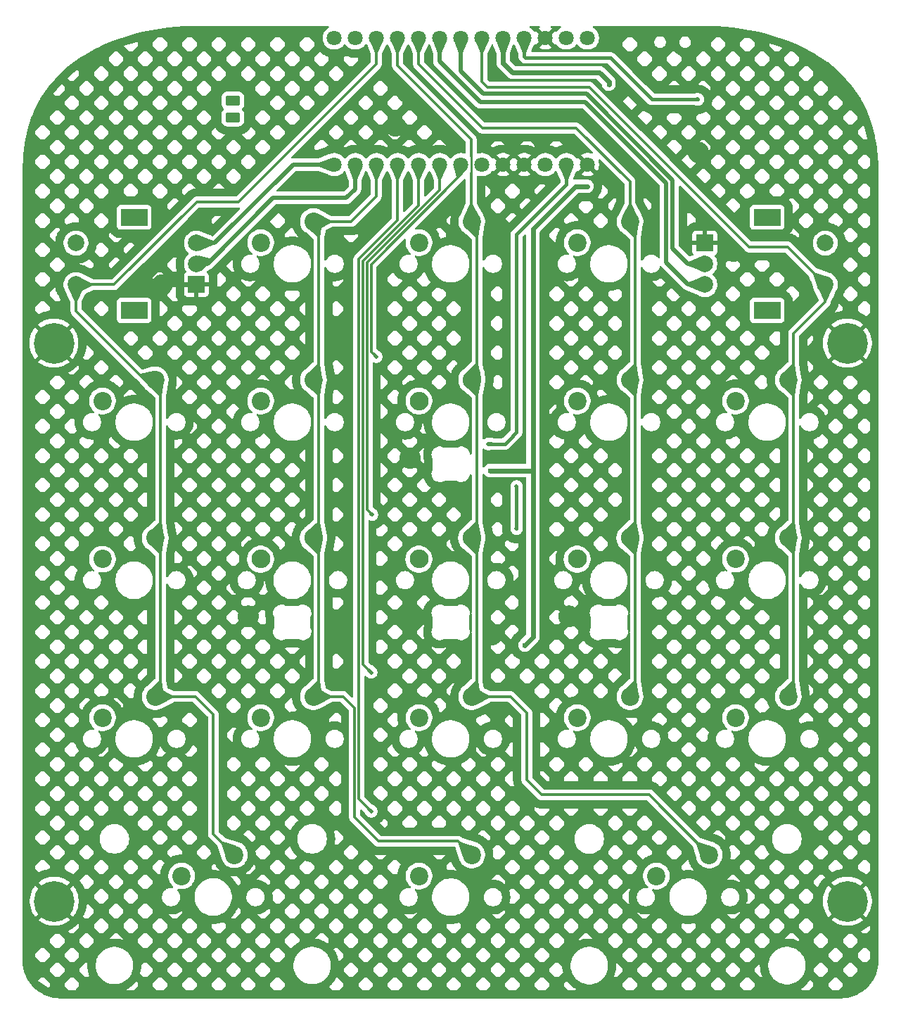
<source format=gbr>
%TF.GenerationSoftware,KiCad,Pcbnew,9.0.2*%
%TF.CreationDate,2025-05-27T10:03:14+01:00*%
%TF.ProjectId,PCB,5043422e-6b69-4636-9164-5f7063625858,1.0*%
%TF.SameCoordinates,Original*%
%TF.FileFunction,Copper,L1,Top*%
%TF.FilePolarity,Positive*%
%FSLAX46Y46*%
G04 Gerber Fmt 4.6, Leading zero omitted, Abs format (unit mm)*
G04 Created by KiCad (PCBNEW 9.0.2) date 2025-05-27 10:03:14*
%MOMM*%
%LPD*%
G01*
G04 APERTURE LIST*
G04 Aperture macros list*
%AMRoundRect*
0 Rectangle with rounded corners*
0 $1 Rounding radius*
0 $2 $3 $4 $5 $6 $7 $8 $9 X,Y pos of 4 corners*
0 Add a 4 corners polygon primitive as box body*
4,1,4,$2,$3,$4,$5,$6,$7,$8,$9,$2,$3,0*
0 Add four circle primitives for the rounded corners*
1,1,$1+$1,$2,$3*
1,1,$1+$1,$4,$5*
1,1,$1+$1,$6,$7*
1,1,$1+$1,$8,$9*
0 Add four rect primitives between the rounded corners*
20,1,$1+$1,$2,$3,$4,$5,0*
20,1,$1+$1,$4,$5,$6,$7,0*
20,1,$1+$1,$6,$7,$8,$9,0*
20,1,$1+$1,$8,$9,$2,$3,0*%
G04 Aperture macros list end*
%TA.AperFunction,ComponentPad*%
%ADD10C,2.200000*%
%TD*%
%TA.AperFunction,ComponentPad*%
%ADD11C,4.900000*%
%TD*%
%TA.AperFunction,ComponentPad*%
%ADD12C,2.250000*%
%TD*%
%TA.AperFunction,ComponentPad*%
%ADD13O,2.250000X2.250000*%
%TD*%
%TA.AperFunction,ComponentPad*%
%ADD14R,2.000000X2.000000*%
%TD*%
%TA.AperFunction,ComponentPad*%
%ADD15C,2.000000*%
%TD*%
%TA.AperFunction,ComponentPad*%
%ADD16R,3.200000X2.000000*%
%TD*%
%TA.AperFunction,ComponentPad*%
%ADD17C,1.800000*%
%TD*%
%TA.AperFunction,ComponentPad*%
%ADD18RoundRect,0.250000X-0.625000X0.350000X-0.625000X-0.350000X0.625000X-0.350000X0.625000X0.350000X0*%
%TD*%
%TA.AperFunction,ViaPad*%
%ADD19C,0.600000*%
%TD*%
%TA.AperFunction,ViaPad*%
%ADD20C,0.500000*%
%TD*%
%TA.AperFunction,Conductor*%
%ADD21C,0.500000*%
%TD*%
%TA.AperFunction,Conductor*%
%ADD22C,0.300000*%
%TD*%
%TA.AperFunction,Conductor*%
%ADD23C,0.400000*%
%TD*%
%TA.AperFunction,Conductor*%
%ADD24C,0.250000*%
%TD*%
%TA.AperFunction,Conductor*%
%ADD25C,0.600000*%
%TD*%
G04 APERTURE END LIST*
D10*
%TO.P,D3-D21,1*%
%TO.N,COL5*%
X114594146Y-62829183D03*
%TO.P,D3-D21,2*%
%TO.N,d-10*%
X108244146Y-65369183D03*
%TD*%
D11*
%TO.P,,*%
%TO.N,GND*%
X121710496Y-125546485D03*
%TD*%
D10*
%TO.P,D5-D15,1*%
%TO.N,COL3*%
X76494146Y-100929183D03*
%TO.P,D5-D15,2*%
%TO.N,d-18*%
X70144146Y-103469183D03*
%TD*%
%TO.P,D3-D14,1*%
%TO.N,COL1*%
X38394146Y-62829185D03*
%TO.P,D3-D14,2*%
%TO.N,d-6*%
X32044146Y-65369185D03*
%TD*%
%TO.P,D6-D14,1*%
%TO.N,COL1*%
X47918146Y-119961185D03*
%TO.P,D6-D14,2*%
%TO.N,d-21*%
X41568146Y-122501185D03*
%TD*%
D12*
%TO.P,D4-D15,5*%
%TO.N,COL3*%
X76487796Y-81851883D03*
D13*
%TO.P,D4-D15,6*%
%TO.N,d-13*%
X70137796Y-84391885D03*
%TD*%
D10*
%TO.P,D5-D14,1*%
%TO.N,COL1*%
X38394146Y-100929185D03*
%TO.P,D5-D14,2*%
%TO.N,d-16*%
X32044146Y-103469185D03*
%TD*%
%TO.P,D6-D7,1*%
%TO.N,COL2*%
X76498146Y-119971185D03*
%TO.P,D6-D7,2*%
%TO.N,d-22*%
X70148146Y-122511185D03*
%TD*%
%TO.P,D2-D15,1*%
%TO.N,COL3*%
X76494146Y-43779183D03*
%TO.P,D2-D15,2*%
%TO.N,d-3*%
X70144146Y-46319183D03*
%TD*%
%TO.P,D4-D21,1*%
%TO.N,COL5*%
X114587796Y-81851883D03*
%TO.P,D4-D21,2*%
%TO.N,d-15*%
X108237796Y-84391883D03*
%TD*%
D14*
%TO.P,D2-D21,A*%
%TO.N,GND*%
X104550496Y-46366483D03*
D15*
%TO.P,D2-D21,B*%
%TO.N,ROTB_2*%
X104550496Y-51366483D03*
%TO.P,D2-D21,C*%
%TO.N,ROTB*%
X104550496Y-48866483D03*
D16*
%TO.P,D2-D21,MP*%
%TO.N,N/C*%
X112050496Y-43266483D03*
X112050496Y-54466483D03*
D15*
%TO.P,D2-D21,S1*%
%TO.N,COL5*%
X119050496Y-51366483D03*
%TO.P,D2-D21,S2*%
%TO.N,d-5*%
X119050496Y-46366483D03*
%TD*%
D17*
%TO.P,U1,1,P0.06/CS*%
%TO.N,LED1*%
X87890496Y-36936483D03*
%TO.P,U1,2,P0.08*%
%TO.N,N/C*%
X85350496Y-36936483D03*
%TO.P,U1,3,GND*%
%TO.N,GND*%
X82810496Y-36936483D03*
%TO.P,U1,4,GND*%
X80270496Y-36936483D03*
%TO.P,U1,5,P0.17/MOSI*%
%TO.N,ROW1*%
X77730496Y-36936483D03*
%TO.P,U1,6,P0.20/SCK*%
%TO.N,ROW2*%
X75190496Y-36936483D03*
%TO.P,U1,7,P0.22*%
%TO.N,ROW3*%
X72650496Y-36936483D03*
%TO.P,U1,8,P0.24*%
%TO.N,ROW4*%
X70110496Y-36936483D03*
%TO.P,U1,9,P1.00*%
%TO.N,ROW5*%
X67570496Y-36936483D03*
%TO.P,U1,10,P0.11*%
%TO.N,COL2*%
X65030496Y-36936483D03*
%TO.P,U1,11,P1.04-LF*%
%TO.N,ROTA*%
X62490496Y-36936483D03*
%TO.P,U1,12,P1.06-LF*%
%TO.N,ROTA_2*%
X59950496Y-36936483D03*
%TO.P,U1,13,RAW*%
%TO.N,BT+*%
X87890496Y-21696483D03*
%TO.P,U1,14,GND*%
%TO.N,GND*%
X85350496Y-21696483D03*
%TO.P,U1,15,RST*%
%TO.N,RESET*%
X82810496Y-21696483D03*
%TO.P,U1,16,3V3*%
%TO.N,VCC*%
X80270496Y-21696483D03*
%TO.P,U1,17,P0.31-LF*%
%TO.N,COL5*%
X77730496Y-21696483D03*
%TO.P,U1,18,P0.29-LF*%
%TO.N,ROTB*%
X75190496Y-21696483D03*
%TO.P,U1,19,P0.02-LF*%
%TO.N,ROTB_2*%
X72650496Y-21696483D03*
%TO.P,U1,21,P1.13-LF*%
%TO.N,COL3*%
X67570496Y-21696483D03*
%TO.P,U1,22,P1.11-LF*%
%TO.N,COL1*%
X65030496Y-21696483D03*
%TO.P,U1,23,P0-10-LF*%
%TO.N,N/C*%
X62490496Y-21696483D03*
%TO.P,U1,24,P0.09-LF*%
X59950496Y-21696483D03*
%TO.P,U1,25,RAW*%
%TO.N,BT+*%
X90430496Y-21696483D03*
%TO.P,U1,A0,P1.15-LF*%
%TO.N,COL4*%
X70110496Y-21696483D03*
%TO.P,U1,BAT-,GND*%
%TO.N,GND*%
X90430496Y-36936483D03*
%TD*%
D10*
%TO.P,D2-D18,1*%
%TO.N,COL4*%
X95544146Y-43779183D03*
%TO.P,D2-D18,2*%
%TO.N,d-4*%
X89194146Y-46319183D03*
%TD*%
D12*
%TO.P,D4-D7,5*%
%TO.N,COL2*%
X57431446Y-81851885D03*
D13*
%TO.P,D4-D7,6*%
%TO.N,d-12*%
X51081446Y-84391887D03*
%TD*%
D10*
%TO.P,D4-D14,1*%
%TO.N,COL1*%
X38387796Y-81851885D03*
%TO.P,D4-D14,2*%
%TO.N,d-11*%
X32037796Y-84391885D03*
%TD*%
%TO.P,D2-D7,1*%
%TO.N,COL2*%
X57437796Y-43779185D03*
%TO.P,D2-D7,2*%
%TO.N,d-2*%
X51087796Y-46319185D03*
%TD*%
D12*
%TO.P,D3-D15,5*%
%TO.N,COL3*%
X76494146Y-62829183D03*
D13*
%TO.P,D3-D15,6*%
%TO.N,d-8*%
X70144146Y-65369185D03*
%TD*%
D11*
%TO.P,,*%
%TO.N,GND*%
X121710496Y-58406483D03*
%TD*%
D10*
%TO.P,D5-D21,1*%
%TO.N,COL5*%
X114594146Y-100929183D03*
%TO.P,D5-D21,2*%
%TO.N,d-20*%
X108244146Y-103469183D03*
%TD*%
%TO.P,D3-D7,1*%
%TO.N,COL2*%
X57437796Y-62829185D03*
%TO.P,D3-D7,2*%
%TO.N,d-7*%
X51087796Y-65369185D03*
%TD*%
%TO.P,D3-D18,1*%
%TO.N,COL4*%
X95544146Y-62829183D03*
%TO.P,D3-D18,2*%
%TO.N,d-9*%
X89194146Y-65369183D03*
%TD*%
D11*
%TO.P,,*%
%TO.N,GND*%
X26230496Y-125546483D03*
%TD*%
D14*
%TO.P,D2-D14,A*%
%TO.N,GND*%
X43350496Y-51366483D03*
D15*
%TO.P,D2-D14,B*%
%TO.N,ROTA_2*%
X43350496Y-46366483D03*
%TO.P,D2-D14,C*%
%TO.N,ROTA*%
X43350496Y-48866483D03*
D16*
%TO.P,D2-D14,MP*%
%TO.N,N/C*%
X35850496Y-54466483D03*
X35850496Y-43266483D03*
D15*
%TO.P,D2-D14,S1*%
%TO.N,d-1*%
X28850496Y-46366483D03*
%TO.P,D2-D14,S2*%
%TO.N,COL1*%
X28850496Y-51366483D03*
%TD*%
D11*
%TO.P,,*%
%TO.N,GND*%
X26190496Y-58406481D03*
%TD*%
D10*
%TO.P,D6-D15,1*%
%TO.N,COL3*%
X105078146Y-119971185D03*
%TO.P,D6-D15,2*%
%TO.N,d-23*%
X98728146Y-122511185D03*
%TD*%
%TO.P,D5-D7,1*%
%TO.N,COL2*%
X57437796Y-100929185D03*
%TO.P,D5-D7,2*%
%TO.N,d-17*%
X51087796Y-103469185D03*
%TD*%
%TO.P,D5-D18,1*%
%TO.N,COL4*%
X95544146Y-100929183D03*
%TO.P,D5-D18,2*%
%TO.N,d-19*%
X89194146Y-103469183D03*
%TD*%
D12*
%TO.P,D4-D18,5*%
%TO.N,COL4*%
X95537796Y-81851883D03*
D13*
%TO.P,D4-D18,6*%
%TO.N,d-14*%
X89187796Y-84391885D03*
%TD*%
D18*
%TO.P,J2,1,Pin_1*%
%TO.N,BT-*%
X47740496Y-29236483D03*
%TO.P,J2,2,Pin_2*%
%TO.N,BT+*%
X47740496Y-31236483D03*
%TD*%
D19*
%TO.N,GND*%
X78863496Y-93509483D03*
X67300000Y-32290000D03*
X57243496Y-38879483D03*
D20*
X49590496Y-91256885D03*
X107996746Y-47342733D03*
D19*
X71333496Y-39339483D03*
D20*
X69010896Y-91256883D03*
D19*
X60063496Y-93159483D03*
X90990000Y-32580000D03*
D20*
X88210896Y-91256883D03*
D19*
X60226996Y-57962483D03*
X68833496Y-39369483D03*
D20*
X39190496Y-51436483D03*
D19*
X82313496Y-71189483D03*
X68693496Y-28169483D03*
D20*
X69090496Y-72236483D03*
D19*
X103800000Y-35460000D03*
X79940496Y-44686483D03*
D20*
%TO.N,ROW2*%
X64990496Y-60036483D03*
%TO.N,ROW3*%
X64490496Y-79036483D03*
%TO.N,ROW4*%
X64390496Y-98036483D03*
%TO.N,LED2*%
X81890496Y-80736483D03*
X81890496Y-75636483D03*
%TO.N,LED1*%
X78490496Y-70536483D03*
D19*
%TO.N,VCC*%
X92990496Y-27290000D03*
X90393496Y-39539483D03*
X78690496Y-73734183D03*
X82890496Y-94736483D03*
D20*
%TO.N,RESET*%
X103734996Y-29078483D03*
%TO.N,ROW5*%
X64390496Y-114736483D03*
%TD*%
D21*
%TO.N,GND*%
X43280496Y-51436483D02*
X39190496Y-51436483D01*
X82780496Y-37246483D02*
X82780496Y-36966483D01*
X104580496Y-46336483D02*
X104550496Y-46366483D01*
X106990496Y-46336483D02*
X104580496Y-46336483D01*
X82780496Y-36966483D02*
X82810496Y-36936483D01*
X43350496Y-51366483D02*
X43280496Y-51436483D01*
X107996746Y-47342733D02*
X106990496Y-46336483D01*
D22*
%TO.N,ROW2*%
X75160496Y-38166483D02*
X64393496Y-48933483D01*
X64393496Y-59439483D02*
X64990496Y-60036483D01*
X75160496Y-36966483D02*
X75160496Y-38166483D01*
X75190496Y-36936483D02*
X75160496Y-36966483D01*
X64393496Y-48933483D02*
X64393496Y-59439483D01*
%TO.N,ROW3*%
X63892496Y-48725963D02*
X63892496Y-78438483D01*
X72650496Y-36936483D02*
X72620496Y-36966483D01*
X72620496Y-36966483D02*
X72620496Y-39997963D01*
X63892496Y-78438483D02*
X64490496Y-79036483D01*
X72620496Y-39997963D02*
X63892496Y-48725963D01*
%TO.N,ROW4*%
X63391496Y-97037483D02*
X64390496Y-98036483D01*
X70080496Y-41829443D02*
X63391496Y-48518443D01*
X63391496Y-48518443D02*
X63391496Y-97037483D01*
X70080496Y-37756483D02*
X70080496Y-41829443D01*
%TO.N,COL1*%
X43251698Y-100929185D02*
X45386996Y-103064483D01*
X45386996Y-117430035D02*
X47918146Y-119961185D01*
X28850496Y-54523983D02*
X37155698Y-62829185D01*
X39036996Y-82501085D02*
X39036996Y-100286335D01*
D23*
X38387796Y-81851885D02*
X39036996Y-82501085D01*
D22*
X38394146Y-100929185D02*
X43251698Y-100929185D01*
X39036996Y-63472035D02*
X39036996Y-81202685D01*
X38394146Y-62829185D02*
X39036996Y-63472035D01*
X65000496Y-24826483D02*
X48390496Y-41436483D01*
X37155698Y-62829185D02*
X38394146Y-62829185D01*
X43380496Y-41436483D02*
X33450496Y-51366483D01*
X45386996Y-103064483D02*
X45386996Y-117430035D01*
X48390496Y-41436483D02*
X43380496Y-41436483D01*
X65000496Y-22516483D02*
X65000496Y-24826483D01*
X39036996Y-81202685D02*
X38387796Y-81851885D01*
X39036996Y-100286335D02*
X38394146Y-100929185D01*
D23*
X38387796Y-81851885D02*
X38890496Y-82354585D01*
D22*
X33450496Y-51366483D02*
X28890496Y-51366483D01*
X28850496Y-51366483D02*
X28850496Y-54523983D01*
%TO.N,COL2*%
X58086996Y-100279985D02*
X57437796Y-100929185D01*
X62389496Y-102302483D02*
X61016198Y-100929185D01*
X58086996Y-62179985D02*
X57437796Y-62829185D01*
X61947794Y-43779185D02*
X65000496Y-40726483D01*
X61016198Y-100929185D02*
X57437796Y-100929185D01*
X58086996Y-82507435D02*
X58086996Y-100279985D01*
X58086996Y-81196335D02*
X57431446Y-81851885D01*
X65290496Y-118336483D02*
X62389496Y-115435483D01*
X57437796Y-43779185D02*
X58086996Y-44428385D01*
X58086996Y-44428385D02*
X58086996Y-62179985D01*
X58086996Y-63478385D02*
X58086996Y-81196335D01*
X74863444Y-118336483D02*
X65290496Y-118336483D01*
X57437796Y-62829185D02*
X58086996Y-63478385D01*
X57437796Y-43779185D02*
X61947794Y-43779185D01*
X62389496Y-115435483D02*
X62389496Y-102302483D01*
D23*
X58090496Y-44431885D02*
X57437796Y-43779185D01*
D22*
X76498146Y-119971185D02*
X74863444Y-118336483D01*
X57431446Y-81851885D02*
X58086996Y-82507435D01*
X65000496Y-40726483D02*
X65000496Y-36966483D01*
X65000496Y-36966483D02*
X65030496Y-36936483D01*
%TO.N,COL3*%
X81173696Y-100929183D02*
X83116996Y-102872483D01*
X76440496Y-33886483D02*
X67540496Y-24986483D01*
X77136996Y-100286333D02*
X76494146Y-100929183D01*
X76440496Y-37969483D02*
X76440496Y-43725533D01*
X76494146Y-100929183D02*
X81173696Y-100929183D01*
X76494146Y-62829183D02*
X77136996Y-63472033D01*
X76449496Y-43734533D02*
X76494146Y-43779183D01*
X76440496Y-35889483D02*
X76440496Y-33886483D01*
X97843444Y-112736483D02*
X105078146Y-119971185D01*
X77390996Y-61932333D02*
X76494146Y-62829183D01*
X77136996Y-44422033D02*
X77136996Y-61932333D01*
X76494146Y-43779183D02*
X77136996Y-44422033D01*
X83116996Y-110962483D02*
X84890996Y-112736483D01*
X77136996Y-81202683D02*
X76487796Y-81851883D01*
X76440496Y-43725533D02*
X76494146Y-43779183D01*
X67540496Y-24986483D02*
X67540496Y-22516483D01*
X84890996Y-112736483D02*
X97843444Y-112736483D01*
X76487796Y-81851883D02*
X77136996Y-82501083D01*
D24*
X76440496Y-35889483D02*
X76440496Y-37969483D01*
D22*
X76440496Y-43136483D02*
X76494146Y-43190133D01*
X77136996Y-63472033D02*
X77136996Y-81202683D01*
X77136996Y-82501083D02*
X77136996Y-100286333D01*
X83116996Y-102872483D02*
X83116996Y-110962483D01*
%TO.N,COL4*%
X77790496Y-32536483D02*
X70080496Y-24826483D01*
X95544146Y-43779183D02*
X96186996Y-44422033D01*
X96186996Y-100286333D02*
X95544146Y-100929183D01*
X95537796Y-81851883D02*
X96186996Y-82501083D01*
X89081860Y-32536483D02*
X77790496Y-32536483D01*
X95544146Y-62829183D02*
X96186996Y-63472033D01*
X96186996Y-44422033D02*
X96186996Y-62186333D01*
X96186996Y-62186333D02*
X95544146Y-62829183D01*
X96186996Y-63472033D02*
X96186996Y-81202683D01*
X96186996Y-81202683D02*
X95537796Y-81851883D01*
X96186996Y-82501083D02*
X96186996Y-100286333D01*
X95544146Y-43779183D02*
X95544146Y-38998769D01*
X70080496Y-24826483D02*
X70080496Y-22516483D01*
X95544146Y-38998769D02*
X89081860Y-32536483D01*
%TO.N,COL5*%
X77700496Y-21726483D02*
X77700496Y-26919983D01*
X78406996Y-27626483D02*
X90680496Y-27626483D01*
X115236996Y-57255983D02*
X119050496Y-53442483D01*
X115236996Y-100286333D02*
X115236996Y-82501083D01*
X114594146Y-62829183D02*
X115236996Y-62186333D01*
X115236996Y-81202683D02*
X115236996Y-63472033D01*
X114587796Y-81851883D02*
X115236996Y-81202683D01*
X114594146Y-100929183D02*
X115236996Y-100286333D01*
X77730496Y-21696483D02*
X77700496Y-21726483D01*
X77700496Y-26919983D02*
X78406996Y-27626483D01*
X119050496Y-53442483D02*
X119050496Y-51366483D01*
X114583496Y-62818533D02*
X114594146Y-62829183D01*
X115236996Y-82501083D02*
X114587796Y-81851883D01*
X109890496Y-46836483D02*
X114520496Y-46836483D01*
X114520496Y-46836483D02*
X119050496Y-51366483D01*
X115236996Y-62186333D02*
X115236996Y-57255983D01*
X115236996Y-63472033D02*
X114594146Y-62829183D01*
X90680496Y-27626483D02*
X109890496Y-46836483D01*
D23*
%TO.N,LED2*%
X81890496Y-75636483D02*
X81890496Y-80736483D01*
%TO.N,LED1*%
X81890496Y-69136483D02*
X80990496Y-70036483D01*
X87890496Y-39336483D02*
X81890496Y-45336483D01*
X80490496Y-70536483D02*
X78490496Y-70536483D01*
X87860496Y-37756483D02*
X87890496Y-37786483D01*
X81890496Y-68236483D02*
X81890496Y-69136483D01*
X80990496Y-70036483D02*
X80490496Y-70536483D01*
X81890496Y-45336483D02*
X81890496Y-68236483D01*
X87890496Y-37786483D02*
X87890496Y-39336483D01*
D21*
%TO.N,ROTA_2*%
X43090496Y-46436483D02*
X43160496Y-46366483D01*
X43160496Y-46366483D02*
X45560496Y-46366483D01*
X45560496Y-46366483D02*
X54990496Y-36936483D01*
X54990496Y-36936483D02*
X59950496Y-36936483D01*
%TO.N,ROTA*%
X62490496Y-36936483D02*
X62460496Y-36966483D01*
X44660496Y-48866483D02*
X43160496Y-48866483D01*
X62460496Y-39866483D02*
X61390496Y-40936483D01*
X43160496Y-48866483D02*
X43090496Y-48936483D01*
X52590496Y-40936483D02*
X44660496Y-48866483D01*
X61390496Y-40936483D02*
X52590496Y-40936483D01*
X62460496Y-36966483D02*
X62460496Y-39866483D01*
%TO.N,ROTB_2*%
X104620496Y-51436483D02*
X104520496Y-51336483D01*
X90158496Y-29404483D02*
X77508496Y-29404483D01*
X72620496Y-24516483D02*
X72620496Y-21726483D01*
X104690496Y-51436483D02*
X104620496Y-51436483D01*
X102540496Y-51336483D02*
X99890496Y-48686483D01*
X104520496Y-51336483D02*
X102540496Y-51336483D01*
X99890496Y-39136483D02*
X90158496Y-29404483D01*
X77508496Y-29404483D02*
X72620496Y-24516483D01*
X99890496Y-48686483D02*
X99890496Y-39136483D01*
X72620496Y-21726483D02*
X72650496Y-21696483D01*
D25*
%TO.N,VCC*%
X90393496Y-39539483D02*
X88987496Y-39539483D01*
X88987496Y-39539483D02*
X83873496Y-44653483D01*
D21*
X80270496Y-21696483D02*
X80270496Y-22486483D01*
D25*
X91868996Y-25848483D02*
X81402496Y-25848483D01*
X80270496Y-24716483D02*
X80270496Y-21696483D01*
X81402496Y-25848483D02*
X80270496Y-24716483D01*
X83858796Y-73734183D02*
X83873496Y-73719483D01*
X92990496Y-26969983D02*
X91868996Y-25848483D01*
X83873496Y-73719483D02*
X83873496Y-93753483D01*
X78690496Y-73734183D02*
X83858796Y-73734183D01*
X83873496Y-93753483D02*
X82890496Y-94736483D01*
X83873496Y-44653483D02*
X83873496Y-73719483D01*
X92990496Y-27290000D02*
X92990496Y-26969983D01*
D23*
%TO.N,RESET*%
X103734996Y-29078483D02*
X98168483Y-29078483D01*
X93160483Y-24070483D02*
X82978152Y-24070483D01*
X82978152Y-24070483D02*
X82810496Y-23902827D01*
X98168483Y-29078483D02*
X93160483Y-24070483D01*
X82810496Y-23902827D02*
X82810496Y-21696483D01*
D21*
%TO.N,ROTB*%
X104710496Y-48866483D02*
X104740496Y-48836483D01*
X75160496Y-21726483D02*
X75160496Y-25649983D01*
X75190496Y-21696483D02*
X75160496Y-21726483D01*
X102520496Y-48866483D02*
X104710496Y-48866483D01*
X100690496Y-38786483D02*
X100690496Y-47036483D01*
X90292496Y-28388483D02*
X100690496Y-38786483D01*
X77898996Y-28388483D02*
X90292496Y-28388483D01*
X75160496Y-25649983D02*
X77898996Y-28388483D01*
D23*
X75190496Y-22546483D02*
X75190496Y-21696483D01*
D21*
X100690496Y-47036483D02*
X102520496Y-48866483D01*
D22*
%TO.N,ROW5*%
X67540496Y-43660923D02*
X62890496Y-48310923D01*
X67540496Y-36966483D02*
X67540496Y-43660923D01*
X62890496Y-113236483D02*
X64390496Y-114736483D01*
X62890496Y-48310923D02*
X62890496Y-113236483D01*
X67570496Y-36936483D02*
X67540496Y-36966483D01*
%TD*%
%TA.AperFunction,Conductor*%
%TO.N,ROW5*%
G36*
X67577001Y-36939838D02*
G01*
X68176455Y-37341181D01*
X68310323Y-37430808D01*
X68315291Y-37438258D01*
X68314321Y-37445677D01*
X67693706Y-38712637D01*
X67686989Y-38718559D01*
X67683199Y-38719190D01*
X67398109Y-38719190D01*
X67389836Y-38715763D01*
X67387412Y-38712230D01*
X66826156Y-37445486D01*
X66825938Y-37436533D01*
X66830341Y-37431027D01*
X67563988Y-36939839D01*
X67572768Y-36938085D01*
X67577001Y-36939838D01*
G37*
%TD.AperFunction*%
%TD*%
%TA.AperFunction,Conductor*%
%TO.N,COL1*%
G36*
X39014568Y-100019410D02*
G01*
X40466716Y-100775906D01*
X40472470Y-100782767D01*
X40473010Y-100786282D01*
X40473010Y-101072087D01*
X40469583Y-101080360D01*
X40466716Y-101082463D01*
X39014571Y-101838958D01*
X39005650Y-101839742D01*
X38999442Y-101835090D01*
X38397500Y-100935691D01*
X38395747Y-100926911D01*
X38397499Y-100922679D01*
X38999443Y-100023277D01*
X39006891Y-100018310D01*
X39014568Y-100019410D01*
G37*
%TD.AperFunction*%
%TD*%
%TA.AperFunction,Conductor*%
%TO.N,ROW4*%
G36*
X64154349Y-97585412D02*
G01*
X64519475Y-97822187D01*
X64524552Y-97829564D01*
X64522926Y-97838370D01*
X64522863Y-97838466D01*
X64392514Y-98035209D01*
X64389222Y-98038501D01*
X64192479Y-98168850D01*
X64183690Y-98170562D01*
X64176263Y-98165558D01*
X64176200Y-98165462D01*
X63939425Y-97800336D01*
X63937799Y-97791530D01*
X63940967Y-97785699D01*
X64139711Y-97586955D01*
X64147983Y-97583529D01*
X64154349Y-97585412D01*
G37*
%TD.AperFunction*%
%TD*%
%TA.AperFunction,Conductor*%
%TO.N,ROW2*%
G36*
X75195222Y-36938468D02*
G01*
X75459141Y-37115229D01*
X75927812Y-37429124D01*
X75932779Y-37436575D01*
X75931022Y-37445356D01*
X75930143Y-37446507D01*
X74883969Y-38653874D01*
X74875962Y-38657882D01*
X74867465Y-38655054D01*
X74866854Y-38654485D01*
X74665834Y-38453465D01*
X74662799Y-38448196D01*
X74396650Y-37446507D01*
X74310988Y-37124103D01*
X74312176Y-37115229D01*
X74319292Y-37109792D01*
X74320006Y-37109626D01*
X75186440Y-36936726D01*
X75195222Y-36938468D01*
G37*
%TD.AperFunction*%
%TD*%
%TA.AperFunction,Conductor*%
%TO.N,ROTB_2*%
G36*
X104351351Y-50390969D02*
G01*
X104357563Y-50397419D01*
X104358145Y-50399399D01*
X104550543Y-51361718D01*
X104548805Y-51370503D01*
X104548793Y-51370520D01*
X104000331Y-52189877D01*
X103992881Y-52194846D01*
X103985995Y-52194121D01*
X102576798Y-51589523D01*
X102570546Y-51583112D01*
X102569711Y-51578771D01*
X102569711Y-51094459D01*
X102573138Y-51086186D01*
X102577134Y-51083569D01*
X104342400Y-50390802D01*
X104351351Y-50390969D01*
G37*
%TD.AperFunction*%
%TD*%
%TA.AperFunction,Conductor*%
%TO.N,COL3*%
G36*
X77285404Y-99049716D02*
G01*
X77288663Y-99056012D01*
X77571086Y-100703364D01*
X77569106Y-100712097D01*
X77561847Y-100716814D01*
X76501823Y-100928648D01*
X76493038Y-100926909D01*
X76489799Y-100923670D01*
X75888712Y-100023095D01*
X75886969Y-100014312D01*
X75890727Y-100007805D01*
X76983685Y-99049192D01*
X76991400Y-99046289D01*
X77277131Y-99046289D01*
X77285404Y-99049716D01*
G37*
%TD.AperFunction*%
%TD*%
%TA.AperFunction,Conductor*%
%TO.N,ROTB*%
G36*
X75887443Y-21834903D02*
G01*
X76059261Y-21869275D01*
X76066701Y-21874258D01*
X76068439Y-21883043D01*
X76067782Y-21885208D01*
X75413481Y-23471950D01*
X75407160Y-23478292D01*
X75402665Y-23479190D01*
X74918604Y-23479190D01*
X74910331Y-23475763D01*
X74907649Y-23471598D01*
X74312620Y-21884946D01*
X74312924Y-21875997D01*
X74319467Y-21869883D01*
X74321277Y-21869365D01*
X75188202Y-21695942D01*
X75192790Y-21695942D01*
X75887443Y-21834903D01*
G37*
%TD.AperFunction*%
%TD*%
%TA.AperFunction,Conductor*%
%TO.N,COL1*%
G36*
X39185404Y-99049718D02*
G01*
X39188663Y-99056014D01*
X39471086Y-100703366D01*
X39469106Y-100712099D01*
X39461847Y-100716816D01*
X38401823Y-100928650D01*
X38393038Y-100926911D01*
X38389799Y-100923672D01*
X37788712Y-100023097D01*
X37786969Y-100014314D01*
X37790727Y-100007807D01*
X38883685Y-99049194D01*
X38891400Y-99046291D01*
X39177131Y-99046291D01*
X39185404Y-99049718D01*
G37*
%TD.AperFunction*%
%TD*%
%TA.AperFunction,Conductor*%
%TO.N,COL2*%
G36*
X58058218Y-42869410D02*
G01*
X59510366Y-43625906D01*
X59516120Y-43632767D01*
X59516660Y-43636282D01*
X59516660Y-43922087D01*
X59513233Y-43930360D01*
X59510366Y-43932463D01*
X58058221Y-44688958D01*
X58049300Y-44689742D01*
X58043092Y-44685090D01*
X57441150Y-43785691D01*
X57439397Y-43776911D01*
X57441149Y-43772679D01*
X58043093Y-42873277D01*
X58050541Y-42868310D01*
X58058218Y-42869410D01*
G37*
%TD.AperFunction*%
%TD*%
%TA.AperFunction,Conductor*%
%TO.N,COL2*%
G36*
X58235373Y-60956068D02*
G01*
X58238638Y-60962399D01*
X58514776Y-62603394D01*
X58512769Y-62612122D01*
X58505531Y-62616809D01*
X57445473Y-62828650D01*
X57436689Y-62826911D01*
X57433449Y-62823672D01*
X56832397Y-61923150D01*
X56830654Y-61914367D01*
X56834467Y-61907812D01*
X57925733Y-60962399D01*
X57933698Y-60955497D01*
X57941359Y-60952641D01*
X58227100Y-60952641D01*
X58235373Y-60956068D01*
G37*
%TD.AperFunction*%
%TD*%
%TA.AperFunction,Conductor*%
%TO.N,ROTA*%
G36*
X63187443Y-37074903D02*
G01*
X63359261Y-37109275D01*
X63366701Y-37114258D01*
X63368439Y-37123043D01*
X63367782Y-37125208D01*
X62713481Y-38711950D01*
X62707160Y-38718292D01*
X62702665Y-38719190D01*
X62218604Y-38719190D01*
X62210331Y-38715763D01*
X62207649Y-38711598D01*
X61612620Y-37124946D01*
X61612924Y-37115997D01*
X61619467Y-37109883D01*
X61621277Y-37109365D01*
X62488202Y-36935942D01*
X62492790Y-36935942D01*
X63187443Y-37074903D01*
G37*
%TD.AperFunction*%
%TD*%
%TA.AperFunction,Conductor*%
%TO.N,COL5*%
G36*
X77737001Y-21699838D02*
G01*
X78336455Y-22101181D01*
X78470323Y-22190808D01*
X78475291Y-22198258D01*
X78474321Y-22205677D01*
X77853706Y-23472637D01*
X77846989Y-23478559D01*
X77843199Y-23479190D01*
X77558109Y-23479190D01*
X77549836Y-23475763D01*
X77547412Y-23472230D01*
X76986156Y-22205486D01*
X76985938Y-22196533D01*
X76990341Y-22191027D01*
X77723988Y-21699839D01*
X77732768Y-21698085D01*
X77737001Y-21699838D01*
G37*
%TD.AperFunction*%
%TD*%
%TA.AperFunction,Conductor*%
%TO.N,ROW4*%
G36*
X70117001Y-36939838D02*
G01*
X70716455Y-37341181D01*
X70850323Y-37430808D01*
X70855291Y-37438258D01*
X70854321Y-37445677D01*
X70233706Y-38712637D01*
X70226989Y-38718559D01*
X70223199Y-38719190D01*
X69938109Y-38719190D01*
X69929836Y-38715763D01*
X69927412Y-38712230D01*
X69366156Y-37445486D01*
X69365938Y-37436533D01*
X69370341Y-37431027D01*
X70103988Y-36939839D01*
X70112768Y-36938085D01*
X70117001Y-36939838D01*
G37*
%TD.AperFunction*%
%TD*%
%TA.AperFunction,Conductor*%
%TO.N,COL5*%
G36*
X115385404Y-99049716D02*
G01*
X115388663Y-99056012D01*
X115671086Y-100703364D01*
X115669106Y-100712097D01*
X115661847Y-100716814D01*
X114601823Y-100928648D01*
X114593038Y-100926909D01*
X114589799Y-100923670D01*
X113988712Y-100023095D01*
X113986969Y-100014312D01*
X113990727Y-100007805D01*
X115083685Y-99049192D01*
X115091400Y-99046289D01*
X115377131Y-99046289D01*
X115385404Y-99049716D01*
G37*
%TD.AperFunction*%
%TD*%
%TA.AperFunction,Conductor*%
%TO.N,VCC*%
G36*
X81139861Y-21869395D02*
G01*
X81147300Y-21874377D01*
X81149038Y-21883162D01*
X81148564Y-21884855D01*
X80573292Y-23471478D01*
X80567251Y-23478088D01*
X80562293Y-23479190D01*
X79978699Y-23479190D01*
X79970426Y-23475763D01*
X79967700Y-23471478D01*
X79392427Y-21884855D01*
X79392828Y-21875909D01*
X79399438Y-21869868D01*
X79401118Y-21869397D01*
X80268202Y-21695942D01*
X80272790Y-21695942D01*
X81139861Y-21869395D01*
G37*
%TD.AperFunction*%
%TD*%
%TA.AperFunction,Conductor*%
%TO.N,COL4*%
G36*
X70117001Y-21699838D02*
G01*
X70716455Y-22101181D01*
X70850323Y-22190808D01*
X70855291Y-22198258D01*
X70854321Y-22205677D01*
X70233706Y-23472637D01*
X70226989Y-23478559D01*
X70223199Y-23479190D01*
X69938109Y-23479190D01*
X69929836Y-23475763D01*
X69927412Y-23472230D01*
X69366156Y-22205486D01*
X69365938Y-22196533D01*
X69370341Y-22191027D01*
X70103988Y-21699839D01*
X70112768Y-21698085D01*
X70117001Y-21699838D01*
G37*
%TD.AperFunction*%
%TD*%
%TA.AperFunction,Conductor*%
%TO.N,COL2*%
G36*
X58460939Y-63032648D02*
G01*
X58505531Y-63041560D01*
X58512972Y-63046542D01*
X58514776Y-63054975D01*
X58238638Y-64695971D01*
X58233886Y-64703560D01*
X58227100Y-64705729D01*
X57941359Y-64705729D01*
X57933698Y-64702872D01*
X57925732Y-64695971D01*
X57698330Y-64498962D01*
X56834467Y-63750557D01*
X56830458Y-63742550D01*
X56832396Y-63735220D01*
X57433450Y-62834696D01*
X57440892Y-62829718D01*
X57445472Y-62829718D01*
X58460939Y-63032648D01*
G37*
%TD.AperFunction*%
%TD*%
%TA.AperFunction,Conductor*%
%TO.N,ROW3*%
G36*
X72657001Y-36939838D02*
G01*
X73256455Y-37341181D01*
X73390323Y-37430808D01*
X73395291Y-37438258D01*
X73394321Y-37445677D01*
X72773706Y-38712637D01*
X72766989Y-38718559D01*
X72763199Y-38719190D01*
X72478109Y-38719190D01*
X72469836Y-38715763D01*
X72467412Y-38712230D01*
X71906156Y-37445486D01*
X71905938Y-37436533D01*
X71910341Y-37431027D01*
X72643988Y-36939839D01*
X72652768Y-36938085D01*
X72657001Y-36939838D01*
G37*
%TD.AperFunction*%
%TD*%
%TA.AperFunction,Conductor*%
%TO.N,COL5*%
G36*
X117762885Y-49862244D02*
G01*
X119236036Y-50382326D01*
X119242696Y-50388312D01*
X119243618Y-50395632D01*
X119052724Y-51359507D01*
X119047755Y-51366957D01*
X119043520Y-51368711D01*
X118079645Y-51559605D01*
X118070864Y-51557851D01*
X118066339Y-51552023D01*
X117546258Y-50078874D01*
X117546736Y-50069934D01*
X117549015Y-50066711D01*
X117750722Y-49865004D01*
X117758994Y-49861578D01*
X117762885Y-49862244D01*
G37*
%TD.AperFunction*%
%TD*%
%TA.AperFunction,Conductor*%
%TO.N,COL3*%
G36*
X76500963Y-62829203D02*
G01*
X77592643Y-62992693D01*
X77600317Y-62997307D01*
X77602481Y-63005997D01*
X77602422Y-63006351D01*
X77288739Y-64736346D01*
X77283891Y-64743875D01*
X77277227Y-64745959D01*
X76991372Y-64745959D01*
X76983694Y-64743087D01*
X75817586Y-63728922D01*
X75813592Y-63720907D01*
X75815977Y-63712980D01*
X76489950Y-62833657D01*
X76497702Y-62829176D01*
X76500963Y-62829203D01*
G37*
%TD.AperFunction*%
%TD*%
%TA.AperFunction,Conductor*%
%TO.N,COL3*%
G36*
X67577001Y-21699838D02*
G01*
X68176455Y-22101181D01*
X68310323Y-22190808D01*
X68315291Y-22198258D01*
X68314321Y-22205677D01*
X67693706Y-23472637D01*
X67686989Y-23478559D01*
X67683199Y-23479190D01*
X67398109Y-23479190D01*
X67389836Y-23475763D01*
X67387412Y-23472230D01*
X66826156Y-22205486D01*
X66825938Y-22196533D01*
X66830341Y-22191027D01*
X67563988Y-21699839D01*
X67572768Y-21698085D01*
X67577001Y-21699838D01*
G37*
%TD.AperFunction*%
%TD*%
%TA.AperFunction,Conductor*%
%TO.N,COL2*%
G36*
X75141002Y-118397273D02*
G01*
X75791800Y-118602253D01*
X76702745Y-118889171D01*
X76709606Y-118894925D01*
X76710707Y-118902605D01*
X76500374Y-119964210D01*
X76495405Y-119971659D01*
X76491171Y-119973413D01*
X75429566Y-120183746D01*
X75420784Y-120181992D01*
X75416132Y-120175784D01*
X75351839Y-119971659D01*
X74924234Y-118614041D01*
X74925018Y-118605120D01*
X74927118Y-118602256D01*
X75129215Y-118400159D01*
X75137487Y-118396733D01*
X75141002Y-118397273D01*
G37*
%TD.AperFunction*%
%TD*%
%TA.AperFunction,Conductor*%
%TO.N,COL3*%
G36*
X76591897Y-41703746D02*
G01*
X76593843Y-41706322D01*
X77403510Y-43158634D01*
X77404546Y-43167529D01*
X77399799Y-43174054D01*
X76500654Y-43775827D01*
X76491872Y-43777581D01*
X76487638Y-43775827D01*
X75587989Y-43173718D01*
X75583020Y-43166269D01*
X75583967Y-43158894D01*
X76287299Y-41706918D01*
X76293990Y-41700967D01*
X76297829Y-41700319D01*
X76583624Y-41700319D01*
X76591897Y-41703746D01*
G37*
%TD.AperFunction*%
%TD*%
%TA.AperFunction,Conductor*%
%TO.N,COL3*%
G36*
X77561847Y-43991551D02*
G01*
X77569288Y-43996532D01*
X77571086Y-44005001D01*
X77288663Y-45652354D01*
X77283887Y-45659929D01*
X77277131Y-45662077D01*
X76991400Y-45662077D01*
X76983685Y-45659173D01*
X75890728Y-44700561D01*
X75886768Y-44692530D01*
X75888712Y-44685270D01*
X76489800Y-43784694D01*
X76497242Y-43779716D01*
X76501822Y-43779716D01*
X77561847Y-43991551D01*
G37*
%TD.AperFunction*%
%TD*%
%TA.AperFunction,Conductor*%
%TO.N,COL1*%
G36*
X28857002Y-51369838D02*
G01*
X29673550Y-51916419D01*
X29678519Y-51923869D01*
X29677597Y-51931189D01*
X29003677Y-53340615D01*
X28997017Y-53346601D01*
X28993122Y-53347268D01*
X28707870Y-53347268D01*
X28699597Y-53343841D01*
X28697315Y-53340615D01*
X28023394Y-51931189D01*
X28022916Y-51922247D01*
X28027439Y-51916421D01*
X28843988Y-51369838D01*
X28852769Y-51368085D01*
X28857002Y-51369838D01*
G37*
%TD.AperFunction*%
%TD*%
%TA.AperFunction,Conductor*%
%TO.N,ROW3*%
G36*
X64254349Y-78585412D02*
G01*
X64619475Y-78822187D01*
X64624552Y-78829564D01*
X64622926Y-78838370D01*
X64622863Y-78838466D01*
X64492514Y-79035209D01*
X64489222Y-79038501D01*
X64292479Y-79168850D01*
X64283690Y-79170562D01*
X64276263Y-79165558D01*
X64276200Y-79165462D01*
X64039425Y-78800336D01*
X64037799Y-78791530D01*
X64040967Y-78785699D01*
X64239711Y-78586955D01*
X64247983Y-78583529D01*
X64254349Y-78585412D01*
G37*
%TD.AperFunction*%
%TD*%
%TA.AperFunction,Conductor*%
%TO.N,LED1*%
G36*
X87897001Y-36939838D02*
G01*
X88630755Y-37431097D01*
X88635723Y-37438547D01*
X88635004Y-37445418D01*
X88093532Y-38712089D01*
X88087129Y-38718349D01*
X88082774Y-38719190D01*
X87698218Y-38719190D01*
X87689945Y-38715763D01*
X87687460Y-38712089D01*
X87145987Y-37445418D01*
X87145886Y-37436464D01*
X87150234Y-37431098D01*
X87883988Y-36939839D01*
X87892768Y-36938085D01*
X87897001Y-36939838D01*
G37*
%TD.AperFunction*%
%TD*%
%TA.AperFunction,Conductor*%
%TO.N,COL4*%
G36*
X96611847Y-43991551D02*
G01*
X96619288Y-43996532D01*
X96621086Y-44005001D01*
X96338663Y-45652354D01*
X96333887Y-45659929D01*
X96327131Y-45662077D01*
X96041400Y-45662077D01*
X96033685Y-45659173D01*
X94940728Y-44700561D01*
X94936768Y-44692530D01*
X94938712Y-44685270D01*
X95539800Y-43784694D01*
X95547242Y-43779716D01*
X95551822Y-43779716D01*
X96611847Y-43991551D01*
G37*
%TD.AperFunction*%
%TD*%
%TA.AperFunction,Conductor*%
%TO.N,RESET*%
G36*
X82817001Y-21699838D02*
G01*
X83550755Y-22191097D01*
X83555723Y-22198547D01*
X83555004Y-22205418D01*
X83013532Y-23472089D01*
X83007129Y-23478349D01*
X83002774Y-23479190D01*
X82618218Y-23479190D01*
X82609945Y-23475763D01*
X82607460Y-23472089D01*
X82065987Y-22205418D01*
X82065886Y-22196464D01*
X82070234Y-22191098D01*
X82803988Y-21699839D01*
X82812768Y-21698085D01*
X82817001Y-21699838D01*
G37*
%TD.AperFunction*%
%TD*%
%TA.AperFunction,Conductor*%
%TO.N,COL2*%
G36*
X65037001Y-36939838D02*
G01*
X65636455Y-37341181D01*
X65770323Y-37430808D01*
X65775291Y-37438258D01*
X65774321Y-37445677D01*
X65153706Y-38712637D01*
X65146989Y-38718559D01*
X65143199Y-38719190D01*
X64858109Y-38719190D01*
X64849836Y-38715763D01*
X64847412Y-38712230D01*
X64286156Y-37445486D01*
X64285938Y-37436533D01*
X64290341Y-37431027D01*
X65023988Y-36939839D01*
X65032768Y-36938085D01*
X65037001Y-36939838D01*
G37*
%TD.AperFunction*%
%TD*%
%TA.AperFunction,Conductor*%
%TO.N,COL4*%
G36*
X95544594Y-81851880D02*
G01*
X96637139Y-82012260D01*
X96644826Y-82016851D01*
X96647015Y-82025534D01*
X96646957Y-82025888D01*
X96338715Y-83755345D01*
X96333890Y-83762888D01*
X96327197Y-83764992D01*
X96041342Y-83764992D01*
X96033703Y-83762154D01*
X96025803Y-83755345D01*
X94861304Y-82751616D01*
X94857276Y-82743620D01*
X94859657Y-82735640D01*
X95533613Y-81856339D01*
X95541366Y-81851858D01*
X95544594Y-81851880D01*
G37*
%TD.AperFunction*%
%TD*%
%TA.AperFunction,Conductor*%
%TO.N,ROTB*%
G36*
X104351236Y-47891106D02*
G01*
X104357541Y-47897465D01*
X104358186Y-47899602D01*
X104551037Y-48864189D01*
X104551037Y-48868777D01*
X104358186Y-49833363D01*
X104353204Y-49840804D01*
X104344419Y-49842542D01*
X104342282Y-49841897D01*
X102576980Y-49119457D01*
X102570621Y-49113152D01*
X102569711Y-49108629D01*
X102569711Y-48624336D01*
X102573138Y-48616063D01*
X102576979Y-48613508D01*
X104342284Y-47891068D01*
X104351236Y-47891106D01*
G37*
%TD.AperFunction*%
%TD*%
%TA.AperFunction,Conductor*%
%TO.N,COL4*%
G36*
X95695322Y-41703746D02*
G01*
X95697425Y-41706613D01*
X96453919Y-43158757D01*
X96454703Y-43167678D01*
X96450051Y-43173886D01*
X95550654Y-43775827D01*
X95541872Y-43777581D01*
X95537638Y-43775827D01*
X94638240Y-43173886D01*
X94633271Y-43166437D01*
X94634371Y-43158760D01*
X95390867Y-41706612D01*
X95397728Y-41700859D01*
X95401243Y-41700319D01*
X95687049Y-41700319D01*
X95695322Y-41703746D01*
G37*
%TD.AperFunction*%
%TD*%
%TA.AperFunction,Conductor*%
%TO.N,COL2*%
G36*
X57438224Y-81851859D02*
G01*
X58531633Y-82009134D01*
X58539333Y-82013704D01*
X58541547Y-82022381D01*
X58541491Y-82022733D01*
X58238692Y-83751646D01*
X58233889Y-83759204D01*
X58227167Y-83761328D01*
X57941313Y-83761328D01*
X57933714Y-83758524D01*
X57447212Y-83342924D01*
X56755024Y-82751614D01*
X56750960Y-82743636D01*
X56753337Y-82735603D01*
X57427278Y-81856322D01*
X57435029Y-81851842D01*
X57438224Y-81851859D01*
G37*
%TD.AperFunction*%
%TD*%
%TA.AperFunction,Conductor*%
%TO.N,COL1*%
G36*
X39461847Y-63041553D02*
G01*
X39469288Y-63046534D01*
X39471086Y-63055003D01*
X39188663Y-64702356D01*
X39183887Y-64709931D01*
X39177131Y-64712079D01*
X38891400Y-64712079D01*
X38883685Y-64709175D01*
X37790728Y-63750563D01*
X37786768Y-63742532D01*
X37788712Y-63735272D01*
X38389800Y-62834696D01*
X38397242Y-62829718D01*
X38401822Y-62829718D01*
X39461847Y-63041553D01*
G37*
%TD.AperFunction*%
%TD*%
%TA.AperFunction,Conductor*%
%TO.N,ROTA*%
G36*
X43557349Y-47888443D02*
G01*
X44954784Y-48214631D01*
X44960397Y-48217752D01*
X45302364Y-48559719D01*
X45305791Y-48567992D01*
X45302364Y-48576265D01*
X45301418Y-48577114D01*
X43916014Y-49689961D01*
X43907418Y-49692470D01*
X43899565Y-49688166D01*
X43898971Y-49687358D01*
X43352491Y-48871225D01*
X43350736Y-48862444D01*
X43350739Y-48862426D01*
X43407825Y-48576265D01*
X43543221Y-47897548D01*
X43548200Y-47890107D01*
X43556984Y-47888365D01*
X43557349Y-47888443D01*
G37*
%TD.AperFunction*%
%TD*%
%TA.AperFunction,Conductor*%
%TO.N,COL4*%
G36*
X96335470Y-79942201D02*
G01*
X96338715Y-79948421D01*
X96646957Y-81677876D01*
X96645035Y-81686622D01*
X96637492Y-81691447D01*
X96637138Y-81691505D01*
X95544598Y-81851884D01*
X95535915Y-81849695D01*
X95533613Y-81847425D01*
X95277788Y-81513654D01*
X94859657Y-80968125D01*
X94857345Y-80959477D01*
X94861303Y-80952149D01*
X96033703Y-79941611D01*
X96041342Y-79938774D01*
X96327197Y-79938774D01*
X96335470Y-79942201D01*
G37*
%TD.AperFunction*%
%TD*%
%TA.AperFunction,Conductor*%
%TO.N,COL4*%
G36*
X96611847Y-63041551D02*
G01*
X96619288Y-63046532D01*
X96621086Y-63055001D01*
X96338663Y-64702354D01*
X96333887Y-64709929D01*
X96327131Y-64712077D01*
X96041400Y-64712077D01*
X96033685Y-64709173D01*
X94940728Y-63750561D01*
X94936768Y-63742530D01*
X94938712Y-63735270D01*
X95539800Y-62834694D01*
X95547242Y-62829716D01*
X95551822Y-62829716D01*
X96611847Y-63041551D01*
G37*
%TD.AperFunction*%
%TD*%
%TA.AperFunction,Conductor*%
%TO.N,COL3*%
G36*
X103721002Y-118397273D02*
G01*
X104371800Y-118602253D01*
X105282745Y-118889171D01*
X105289606Y-118894925D01*
X105290707Y-118902605D01*
X105080374Y-119964210D01*
X105075405Y-119971659D01*
X105071171Y-119973413D01*
X104009566Y-120183746D01*
X104000784Y-120181992D01*
X103996132Y-120175784D01*
X103931839Y-119971659D01*
X103504234Y-118614041D01*
X103505018Y-118605120D01*
X103507118Y-118602256D01*
X103709215Y-118400159D01*
X103717487Y-118396733D01*
X103721002Y-118397273D01*
G37*
%TD.AperFunction*%
%TD*%
%TA.AperFunction,Conductor*%
%TO.N,COL1*%
G36*
X39410939Y-82055348D02*
G01*
X39455531Y-82064260D01*
X39462972Y-82069242D01*
X39464776Y-82077675D01*
X39188638Y-83718671D01*
X39183886Y-83726260D01*
X39177100Y-83728429D01*
X38891359Y-83728429D01*
X38883698Y-83725572D01*
X38875732Y-83718671D01*
X38648330Y-83521662D01*
X37784467Y-82773257D01*
X37780458Y-82765250D01*
X37782396Y-82757920D01*
X38383450Y-81857396D01*
X38390892Y-81852418D01*
X38395472Y-81852418D01*
X39410939Y-82055348D01*
G37*
%TD.AperFunction*%
%TD*%
%TA.AperFunction,Conductor*%
%TO.N,ROTA_2*%
G36*
X59770852Y-36059057D02*
G01*
X59777072Y-36065500D01*
X59777658Y-36067491D01*
X59951036Y-36934188D01*
X59951036Y-36938778D01*
X59777658Y-37805474D01*
X59772675Y-37812914D01*
X59763890Y-37814652D01*
X59761901Y-37814066D01*
X59387193Y-37666548D01*
X58175203Y-37189401D01*
X58168760Y-37183181D01*
X58167789Y-37178514D01*
X58167789Y-36694451D01*
X58171216Y-36686178D01*
X58175203Y-36683564D01*
X59761902Y-36058899D01*
X59770852Y-36059057D01*
G37*
%TD.AperFunction*%
%TD*%
%TA.AperFunction,Conductor*%
%TO.N,LED2*%
G36*
X82088194Y-80244714D02*
G01*
X82091561Y-80251809D01*
X82134625Y-80677172D01*
X82132049Y-80685748D01*
X82125313Y-80689816D01*
X81892824Y-80737010D01*
X81888168Y-80737010D01*
X81655678Y-80689816D01*
X81648252Y-80684812D01*
X81646366Y-80677173D01*
X81689431Y-80251808D01*
X81693673Y-80243923D01*
X81701071Y-80241287D01*
X82079921Y-80241287D01*
X82088194Y-80244714D01*
G37*
%TD.AperFunction*%
%TD*%
%TA.AperFunction,Conductor*%
%TO.N,COL4*%
G36*
X96335404Y-99049716D02*
G01*
X96338663Y-99056012D01*
X96621086Y-100703364D01*
X96619106Y-100712097D01*
X96611847Y-100716814D01*
X95551823Y-100928648D01*
X95543038Y-100926909D01*
X95539799Y-100923670D01*
X94938712Y-100023095D01*
X94936969Y-100014312D01*
X94940727Y-100007805D01*
X96033685Y-99049192D01*
X96041400Y-99046289D01*
X96327131Y-99046289D01*
X96335404Y-99049716D01*
G37*
%TD.AperFunction*%
%TD*%
%TA.AperFunction,Conductor*%
%TO.N,COL3*%
G36*
X77114568Y-100019408D02*
G01*
X78566716Y-100775904D01*
X78572470Y-100782765D01*
X78573010Y-100786280D01*
X78573010Y-101072085D01*
X78569583Y-101080358D01*
X78566716Y-101082461D01*
X77114571Y-101838956D01*
X77105650Y-101839740D01*
X77099442Y-101835088D01*
X76497500Y-100935689D01*
X76495747Y-100926909D01*
X76497499Y-100922677D01*
X77099443Y-100023275D01*
X77106891Y-100018308D01*
X77114568Y-100019408D01*
G37*
%TD.AperFunction*%
%TD*%
%TA.AperFunction,Conductor*%
%TO.N,COL1*%
G36*
X65037001Y-21699838D02*
G01*
X65636455Y-22101181D01*
X65770323Y-22190808D01*
X65775291Y-22198258D01*
X65774321Y-22205677D01*
X65153706Y-23472637D01*
X65146989Y-23478559D01*
X65143199Y-23479190D01*
X64858109Y-23479190D01*
X64849836Y-23475763D01*
X64847412Y-23472230D01*
X64286156Y-22205486D01*
X64285938Y-22196533D01*
X64290341Y-22191027D01*
X65023988Y-21699839D01*
X65032768Y-21698085D01*
X65037001Y-21699838D01*
G37*
%TD.AperFunction*%
%TD*%
%TA.AperFunction,Conductor*%
%TO.N,LED1*%
G36*
X78975171Y-70335417D02*
G01*
X78983056Y-70339659D01*
X78985692Y-70347057D01*
X78985692Y-70725908D01*
X78982265Y-70734181D01*
X78975170Y-70737548D01*
X78549806Y-70780612D01*
X78541230Y-70778036D01*
X78537162Y-70771300D01*
X78530311Y-70737548D01*
X78489968Y-70538808D01*
X78489968Y-70534157D01*
X78537162Y-70301664D01*
X78542166Y-70294239D01*
X78549803Y-70292353D01*
X78975171Y-70335417D01*
G37*
%TD.AperFunction*%
%TD*%
%TA.AperFunction,Conductor*%
%TO.N,COL5*%
G36*
X115385404Y-60949716D02*
G01*
X115388663Y-60956012D01*
X115671086Y-62603364D01*
X115669106Y-62612097D01*
X115661847Y-62616814D01*
X114601823Y-62828648D01*
X114593038Y-62826909D01*
X114589799Y-62823670D01*
X113988712Y-61923095D01*
X113986969Y-61914312D01*
X113990727Y-61907805D01*
X115083685Y-60949192D01*
X115091400Y-60946289D01*
X115377131Y-60946289D01*
X115385404Y-60949716D01*
G37*
%TD.AperFunction*%
%TD*%
%TA.AperFunction,Conductor*%
%TO.N,COL3*%
G36*
X77285470Y-79942201D02*
G01*
X77288715Y-79948421D01*
X77596957Y-81677876D01*
X77595035Y-81686622D01*
X77587492Y-81691447D01*
X77587138Y-81691505D01*
X76494598Y-81851884D01*
X76485915Y-81849695D01*
X76483613Y-81847425D01*
X76227788Y-81513654D01*
X75809657Y-80968125D01*
X75807345Y-80959477D01*
X75811303Y-80952149D01*
X76983703Y-79941611D01*
X76991342Y-79938774D01*
X77277197Y-79938774D01*
X77285470Y-79942201D01*
G37*
%TD.AperFunction*%
%TD*%
%TA.AperFunction,Conductor*%
%TO.N,COL2*%
G36*
X58058218Y-100019410D02*
G01*
X59510366Y-100775906D01*
X59516120Y-100782767D01*
X59516660Y-100786282D01*
X59516660Y-101072087D01*
X59513233Y-101080360D01*
X59510366Y-101082463D01*
X58058221Y-101838958D01*
X58049300Y-101839742D01*
X58043092Y-101835090D01*
X57441150Y-100935691D01*
X57439397Y-100926911D01*
X57441149Y-100922679D01*
X58043093Y-100023277D01*
X58050541Y-100018310D01*
X58058218Y-100019410D01*
G37*
%TD.AperFunction*%
%TD*%
%TA.AperFunction,Conductor*%
%TO.N,COL5*%
G36*
X115385373Y-79978766D02*
G01*
X115388638Y-79985097D01*
X115664776Y-81626092D01*
X115662769Y-81634820D01*
X115655531Y-81639507D01*
X114595473Y-81851348D01*
X114586689Y-81849609D01*
X114583449Y-81846370D01*
X113982397Y-80945848D01*
X113980654Y-80937065D01*
X113984467Y-80930510D01*
X115075733Y-79985097D01*
X115083698Y-79978195D01*
X115091359Y-79975339D01*
X115377100Y-79975339D01*
X115385373Y-79978766D01*
G37*
%TD.AperFunction*%
%TD*%
%TA.AperFunction,Conductor*%
%TO.N,COL1*%
G36*
X39185373Y-79978768D02*
G01*
X39188638Y-79985099D01*
X39464776Y-81626094D01*
X39462769Y-81634822D01*
X39455531Y-81639509D01*
X38395473Y-81851350D01*
X38386689Y-81849611D01*
X38383449Y-81846372D01*
X37782397Y-80945850D01*
X37780654Y-80937067D01*
X37784467Y-80930512D01*
X38875733Y-79985099D01*
X38883698Y-79978197D01*
X38891359Y-79975341D01*
X39177100Y-79975341D01*
X39185373Y-79978768D01*
G37*
%TD.AperFunction*%
%TD*%
%TA.AperFunction,Conductor*%
%TO.N,COL2*%
G36*
X58235440Y-79945869D02*
G01*
X58238692Y-79952124D01*
X58541491Y-81681035D01*
X58539542Y-81689775D01*
X58531984Y-81694578D01*
X58531632Y-81694634D01*
X57438228Y-81851909D01*
X57429551Y-81849695D01*
X57427276Y-81847445D01*
X57310151Y-81694634D01*
X56753338Y-80968167D01*
X56751025Y-80959517D01*
X56755023Y-80952156D01*
X57724798Y-80123714D01*
X57933714Y-79945246D01*
X57941313Y-79942442D01*
X58227167Y-79942442D01*
X58235440Y-79945869D01*
G37*
%TD.AperFunction*%
%TD*%
%TA.AperFunction,Conductor*%
%TO.N,COL1*%
G36*
X46561002Y-118387273D02*
G01*
X47211800Y-118592253D01*
X48122745Y-118879171D01*
X48129606Y-118884925D01*
X48130707Y-118892605D01*
X47920374Y-119954210D01*
X47915405Y-119961659D01*
X47911171Y-119963413D01*
X46849566Y-120173746D01*
X46840784Y-120171992D01*
X46836132Y-120165784D01*
X46771839Y-119961659D01*
X46344234Y-118604041D01*
X46345018Y-118595120D01*
X46347118Y-118592256D01*
X46549215Y-118390159D01*
X46557487Y-118386733D01*
X46561002Y-118387273D01*
G37*
%TD.AperFunction*%
%TD*%
%TA.AperFunction,Conductor*%
%TO.N,COL5*%
G36*
X115661847Y-63041551D02*
G01*
X115669288Y-63046532D01*
X115671086Y-63055001D01*
X115388663Y-64702354D01*
X115383887Y-64709929D01*
X115377131Y-64712077D01*
X115091400Y-64712077D01*
X115083685Y-64709173D01*
X113990728Y-63750561D01*
X113986768Y-63742530D01*
X113988712Y-63735270D01*
X114589800Y-62834694D01*
X114597242Y-62829716D01*
X114601822Y-62829716D01*
X115661847Y-63041551D01*
G37*
%TD.AperFunction*%
%TD*%
%TA.AperFunction,Conductor*%
%TO.N,COL5*%
G36*
X115610939Y-82055346D02*
G01*
X115655531Y-82064258D01*
X115662972Y-82069240D01*
X115664776Y-82077673D01*
X115388638Y-83718669D01*
X115383886Y-83726258D01*
X115377100Y-83728427D01*
X115091359Y-83728427D01*
X115083698Y-83725570D01*
X115075732Y-83718669D01*
X114848330Y-83521660D01*
X113984467Y-82773255D01*
X113980458Y-82765248D01*
X113982396Y-82757918D01*
X114583450Y-81857394D01*
X114590892Y-81852416D01*
X114595472Y-81852416D01*
X115610939Y-82055346D01*
G37*
%TD.AperFunction*%
%TD*%
%TA.AperFunction,Conductor*%
%TO.N,COL1*%
G36*
X38176491Y-61754618D02*
G01*
X38181825Y-61761812D01*
X38181949Y-61762365D01*
X38393321Y-62822214D01*
X38391578Y-62830997D01*
X38388338Y-62834236D01*
X37487802Y-63434794D01*
X37479018Y-63436533D01*
X37472750Y-63433035D01*
X36463066Y-62349250D01*
X36459934Y-62340861D01*
X36463353Y-62333003D01*
X36665212Y-62131144D01*
X36670639Y-62128070D01*
X38167634Y-61753303D01*
X38176491Y-61754618D01*
G37*
%TD.AperFunction*%
%TD*%
%TA.AperFunction,Conductor*%
%TO.N,LED2*%
G36*
X82125313Y-75683149D02*
G01*
X82132739Y-75688153D01*
X82134625Y-75695793D01*
X82091561Y-76121157D01*
X82087319Y-76129043D01*
X82079921Y-76131679D01*
X81701071Y-76131679D01*
X81692798Y-76128252D01*
X81689431Y-76121158D01*
X81683127Y-76058896D01*
X81646366Y-75695791D01*
X81648942Y-75687217D01*
X81655677Y-75683149D01*
X81888171Y-75635955D01*
X81892821Y-75635955D01*
X82125313Y-75683149D01*
G37*
%TD.AperFunction*%
%TD*%
%TA.AperFunction,Conductor*%
%TO.N,ROTA_2*%
G36*
X43558704Y-45391066D02*
G01*
X45324012Y-46113508D01*
X45330371Y-46119813D01*
X45331281Y-46124336D01*
X45331281Y-46608629D01*
X45327854Y-46616902D01*
X45324012Y-46619457D01*
X43558709Y-47341897D01*
X43549755Y-47341859D01*
X43543450Y-47335500D01*
X43542807Y-47333372D01*
X43349954Y-46368773D01*
X43349954Y-46364192D01*
X43542806Y-45399599D01*
X43547787Y-45392161D01*
X43556572Y-45390423D01*
X43558704Y-45391066D01*
G37*
%TD.AperFunction*%
%TD*%
%TA.AperFunction,Conductor*%
%TO.N,COL2*%
G36*
X58460939Y-43982648D02*
G01*
X58505531Y-43991560D01*
X58512972Y-43996542D01*
X58514776Y-44004975D01*
X58238638Y-45645971D01*
X58233886Y-45653560D01*
X58227100Y-45655729D01*
X57941359Y-45655729D01*
X57933698Y-45652872D01*
X57925732Y-45645971D01*
X57698330Y-45448962D01*
X56834467Y-44700557D01*
X56830458Y-44692550D01*
X56832396Y-44685220D01*
X57433450Y-43784696D01*
X57440892Y-43779718D01*
X57445472Y-43779718D01*
X58460939Y-43982648D01*
G37*
%TD.AperFunction*%
%TD*%
%TA.AperFunction,Conductor*%
%TO.N,RESET*%
G36*
X103684261Y-28836929D02*
G01*
X103688329Y-28843665D01*
X103735523Y-29076155D01*
X103735523Y-29080811D01*
X103688329Y-29313300D01*
X103683325Y-29320726D01*
X103675685Y-29322612D01*
X103250322Y-29279548D01*
X103242436Y-29275306D01*
X103239800Y-29267908D01*
X103239800Y-28889057D01*
X103243227Y-28880784D01*
X103250319Y-28877417D01*
X103675687Y-28834353D01*
X103684261Y-28836929D01*
G37*
%TD.AperFunction*%
%TD*%
%TA.AperFunction,Conductor*%
%TO.N,COL2*%
G36*
X58235373Y-99056068D02*
G01*
X58238638Y-99062399D01*
X58514776Y-100703394D01*
X58512769Y-100712122D01*
X58505531Y-100716809D01*
X57445473Y-100928650D01*
X57436689Y-100926911D01*
X57433449Y-100923672D01*
X56832397Y-100023150D01*
X56830654Y-100014367D01*
X56834467Y-100007812D01*
X57925733Y-99062399D01*
X57933698Y-99055497D01*
X57941359Y-99052641D01*
X58227100Y-99052641D01*
X58235373Y-99056068D01*
G37*
%TD.AperFunction*%
%TD*%
%TA.AperFunction,Conductor*%
%TO.N,COL3*%
G36*
X76494594Y-81851880D02*
G01*
X77587139Y-82012260D01*
X77594826Y-82016851D01*
X77597015Y-82025534D01*
X77596957Y-82025888D01*
X77288715Y-83755345D01*
X77283890Y-83762888D01*
X77277197Y-83764992D01*
X76991342Y-83764992D01*
X76983703Y-83762154D01*
X76975803Y-83755345D01*
X75811304Y-82751616D01*
X75807276Y-82743620D01*
X75809657Y-82735640D01*
X76483613Y-81856339D01*
X76491366Y-81851858D01*
X76494594Y-81851880D01*
G37*
%TD.AperFunction*%
%TD*%
%TA.AperFunction,Conductor*%
%TO.N,COL3*%
G36*
X77285500Y-60915834D02*
G01*
X77288739Y-60922020D01*
X77602422Y-62652013D01*
X77600526Y-62660764D01*
X77592997Y-62665612D01*
X77592643Y-62665671D01*
X76500968Y-62829161D01*
X76492278Y-62826997D01*
X76489949Y-62824707D01*
X76357289Y-62651628D01*
X75815977Y-61945386D01*
X75813665Y-61936738D01*
X75817584Y-61929445D01*
X76983694Y-60915279D01*
X76991372Y-60912407D01*
X77277227Y-60912407D01*
X77285500Y-60915834D01*
G37*
%TD.AperFunction*%
%TD*%
%TA.AperFunction,Conductor*%
%TO.N,COL3*%
G36*
X76653001Y-61715906D02*
G01*
X77281286Y-61825631D01*
X77287545Y-61828884D01*
X77494444Y-62035783D01*
X77497697Y-62042043D01*
X77607422Y-62670327D01*
X77605469Y-62679066D01*
X77597909Y-62683866D01*
X77597429Y-62683939D01*
X76508571Y-62827889D01*
X76499921Y-62825576D01*
X76495439Y-62817823D01*
X76495439Y-62814761D01*
X76639389Y-61725897D01*
X76643871Y-61718146D01*
X76652521Y-61715833D01*
X76653001Y-61715906D01*
G37*
%TD.AperFunction*%
%TD*%
%TA.AperFunction,Conductor*%
%TO.N,COL4*%
G36*
X96335404Y-60949716D02*
G01*
X96338663Y-60956012D01*
X96621086Y-62603364D01*
X96619106Y-62612097D01*
X96611847Y-62616814D01*
X95551823Y-62828648D01*
X95543038Y-62826909D01*
X95539799Y-62823670D01*
X94938712Y-61923095D01*
X94936969Y-61914312D01*
X94940727Y-61907805D01*
X96033685Y-60949192D01*
X96041400Y-60946289D01*
X96327131Y-60946289D01*
X96335404Y-60949716D01*
G37*
%TD.AperFunction*%
%TD*%
%TA.AperFunction,Conductor*%
%TO.N,ROTB_2*%
G36*
X73347443Y-21834903D02*
G01*
X73519261Y-21869275D01*
X73526701Y-21874258D01*
X73528439Y-21883043D01*
X73527782Y-21885208D01*
X72873481Y-23471950D01*
X72867160Y-23478292D01*
X72862665Y-23479190D01*
X72378604Y-23479190D01*
X72370331Y-23475763D01*
X72367649Y-23471598D01*
X71772620Y-21884946D01*
X71772924Y-21875997D01*
X71779467Y-21869883D01*
X71781277Y-21869365D01*
X72648202Y-21695942D01*
X72652790Y-21695942D01*
X73347443Y-21834903D01*
G37*
%TD.AperFunction*%
%TD*%
%TA.AperFunction,Conductor*%
%TO.N,COL1*%
G36*
X29415200Y-50539380D02*
G01*
X30824629Y-51213302D01*
X30830614Y-51219961D01*
X30831281Y-51223856D01*
X30831281Y-51509109D01*
X30827854Y-51517382D01*
X30824628Y-51519664D01*
X29415202Y-52193584D01*
X29406260Y-52194062D01*
X29400432Y-52189537D01*
X28853852Y-51372991D01*
X28852098Y-51364210D01*
X28853852Y-51359975D01*
X29400434Y-50543426D01*
X29407882Y-50538459D01*
X29415200Y-50539380D01*
G37*
%TD.AperFunction*%
%TD*%
%TA.AperFunction,Conductor*%
%TO.N,ROW5*%
G36*
X64154349Y-114285412D02*
G01*
X64519475Y-114522187D01*
X64524552Y-114529564D01*
X64522926Y-114538370D01*
X64522863Y-114538466D01*
X64392514Y-114735209D01*
X64389222Y-114738501D01*
X64192479Y-114868850D01*
X64183690Y-114870562D01*
X64176263Y-114865558D01*
X64176200Y-114865462D01*
X63939425Y-114500336D01*
X63937799Y-114491530D01*
X63940967Y-114485699D01*
X64139711Y-114286955D01*
X64147983Y-114283529D01*
X64154349Y-114285412D01*
G37*
%TD.AperFunction*%
%TD*%
%TA.AperFunction,Conductor*%
%TO.N,ROW2*%
G36*
X64754349Y-59585412D02*
G01*
X65119475Y-59822187D01*
X65124552Y-59829564D01*
X65122926Y-59838370D01*
X65122863Y-59838466D01*
X64992514Y-60035209D01*
X64989222Y-60038501D01*
X64792479Y-60168850D01*
X64783690Y-60170562D01*
X64776263Y-60165558D01*
X64776200Y-60165462D01*
X64539425Y-59800336D01*
X64537799Y-59791530D01*
X64540967Y-59785699D01*
X64739711Y-59586955D01*
X64747983Y-59583529D01*
X64754349Y-59585412D01*
G37*
%TD.AperFunction*%
%TD*%
%TA.AperFunction,Conductor*%
%TO.N,COL5*%
G36*
X119057002Y-51369838D02*
G01*
X119873550Y-51916419D01*
X119878519Y-51923869D01*
X119877597Y-51931189D01*
X119203677Y-53340615D01*
X119197017Y-53346601D01*
X119193122Y-53347268D01*
X118907870Y-53347268D01*
X118899597Y-53343841D01*
X118897315Y-53340615D01*
X118223394Y-51931189D01*
X118222916Y-51922247D01*
X118227439Y-51916421D01*
X119043988Y-51369838D01*
X119052769Y-51368085D01*
X119057002Y-51369838D01*
G37*
%TD.AperFunction*%
%TD*%
%TA.AperFunction,Conductor*%
%TO.N,GND*%
G36*
X59280601Y-20256668D02*
G01*
X59326356Y-20309472D01*
X59336300Y-20378630D01*
X59307275Y-20442186D01*
X59269858Y-20471467D01*
X59222822Y-20495433D01*
X59216470Y-20498670D01*
X59038137Y-20628235D01*
X59038132Y-20628239D01*
X58882252Y-20784119D01*
X58882248Y-20784124D01*
X58752683Y-20962457D01*
X58652600Y-21158876D01*
X58652599Y-21158879D01*
X58584481Y-21368530D01*
X58563106Y-21503490D01*
X58549996Y-21586261D01*
X58549996Y-21806705D01*
X58550537Y-21810121D01*
X58584481Y-22024435D01*
X58652599Y-22234086D01*
X58652600Y-22234089D01*
X58720618Y-22367579D01*
X58747625Y-22420583D01*
X58752683Y-22430508D01*
X58882248Y-22608841D01*
X58882252Y-22608846D01*
X59038132Y-22764726D01*
X59038137Y-22764730D01*
X59152128Y-22847548D01*
X59216474Y-22894298D01*
X59344871Y-22959720D01*
X59412889Y-22994378D01*
X59412892Y-22994379D01*
X59517717Y-23028438D01*
X59622545Y-23062498D01*
X59840274Y-23096983D01*
X59840275Y-23096983D01*
X60060717Y-23096983D01*
X60060718Y-23096983D01*
X60278447Y-23062498D01*
X60488102Y-22994378D01*
X60684518Y-22894298D01*
X60862861Y-22764725D01*
X61018738Y-22608848D01*
X61054451Y-22559693D01*
X61120178Y-22469228D01*
X61175507Y-22426562D01*
X61245121Y-22420583D01*
X61306916Y-22453188D01*
X61320814Y-22469228D01*
X61422248Y-22608841D01*
X61422252Y-22608846D01*
X61578132Y-22764726D01*
X61578137Y-22764730D01*
X61692128Y-22847548D01*
X61756474Y-22894298D01*
X61884871Y-22959720D01*
X61952889Y-22994378D01*
X61952892Y-22994379D01*
X62057717Y-23028438D01*
X62162545Y-23062498D01*
X62380274Y-23096983D01*
X62380275Y-23096983D01*
X62600717Y-23096983D01*
X62600718Y-23096983D01*
X62818447Y-23062498D01*
X63028102Y-22994378D01*
X63224518Y-22894298D01*
X63402861Y-22764725D01*
X63558738Y-22608848D01*
X63651661Y-22480949D01*
X63706989Y-22438285D01*
X63776602Y-22432306D01*
X63838398Y-22464911D01*
X63865347Y-22503604D01*
X64327558Y-23546804D01*
X64339366Y-23573453D01*
X64349996Y-23623684D01*
X64349996Y-24505675D01*
X64330311Y-24572714D01*
X64313677Y-24593356D01*
X48157369Y-40749664D01*
X48096046Y-40783149D01*
X48069688Y-40785983D01*
X43316425Y-40785983D01*
X43190757Y-40810980D01*
X43190751Y-40810982D01*
X43072369Y-40860017D01*
X43072362Y-40860021D01*
X43029694Y-40888529D01*
X43029695Y-40888530D01*
X42965827Y-40931205D01*
X42965823Y-40931208D01*
X33217369Y-50679664D01*
X33156046Y-50713149D01*
X33129688Y-50715983D01*
X30984497Y-50715983D01*
X30931006Y-50703852D01*
X30930276Y-50703503D01*
X30454598Y-50476056D01*
X29654988Y-50093720D01*
X29641195Y-50085506D01*
X29641085Y-50085686D01*
X29636937Y-50083144D01*
X29426492Y-49975916D01*
X29201864Y-49902929D01*
X28968593Y-49865983D01*
X28968588Y-49865983D01*
X28732404Y-49865983D01*
X28732399Y-49865983D01*
X28499127Y-49902929D01*
X28274499Y-49975916D01*
X28064062Y-50083140D01*
X28007279Y-50124396D01*
X27872986Y-50221966D01*
X27872984Y-50221968D01*
X27872983Y-50221968D01*
X27705981Y-50388970D01*
X27705981Y-50388971D01*
X27705979Y-50388973D01*
X27677208Y-50428573D01*
X27567153Y-50580049D01*
X27459929Y-50790486D01*
X27386942Y-51015114D01*
X27349996Y-51248385D01*
X27349996Y-51484580D01*
X27386942Y-51717851D01*
X27459929Y-51942479D01*
X27567154Y-52152919D01*
X27569697Y-52157068D01*
X27569517Y-52157177D01*
X27577731Y-52170972D01*
X28030635Y-53118164D01*
X28187864Y-53446990D01*
X28187865Y-53446991D01*
X28199996Y-53500480D01*
X28199996Y-54588052D01*
X28199996Y-54588054D01*
X28199995Y-54588054D01*
X28224993Y-54713721D01*
X28224995Y-54713727D01*
X28244190Y-54760069D01*
X28274031Y-54832110D01*
X28345219Y-54938652D01*
X28345222Y-54938656D01*
X28345223Y-54938657D01*
X36069002Y-62662435D01*
X36083154Y-62679363D01*
X36093198Y-62693819D01*
X36093201Y-62693822D01*
X36093203Y-62693825D01*
X37096352Y-63770595D01*
X37102892Y-63777615D01*
X37105440Y-63780279D01*
X37116141Y-63793096D01*
X37173347Y-63871835D01*
X37351493Y-64049981D01*
X37381560Y-64071825D01*
X37437286Y-64112312D01*
X37453999Y-64127745D01*
X37454298Y-64127451D01*
X37457398Y-64130589D01*
X37457406Y-64130598D01*
X37457414Y-64130605D01*
X37457418Y-64130609D01*
X37790991Y-64423179D01*
X38344260Y-64908441D01*
X38381681Y-64967444D01*
X38386496Y-65001663D01*
X38386496Y-79683491D01*
X38366811Y-79750530D01*
X38343690Y-79777211D01*
X37453473Y-80548446D01*
X37436497Y-80563826D01*
X37426131Y-80572247D01*
X37345140Y-80631091D01*
X37167001Y-80809230D01*
X37166997Y-80809235D01*
X37018928Y-81013036D01*
X36904556Y-81237501D01*
X36826706Y-81477099D01*
X36805649Y-81610049D01*
X36787296Y-81725923D01*
X36787296Y-81977847D01*
X36810018Y-82121308D01*
X36826706Y-82226670D01*
X36904556Y-82466268D01*
X36983209Y-82620632D01*
X37006432Y-82666210D01*
X37018928Y-82690733D01*
X37166997Y-82894534D01*
X37167001Y-82894539D01*
X37345143Y-83072681D01*
X37371386Y-83091747D01*
X37432246Y-83135964D01*
X37432752Y-83136331D01*
X37450189Y-83152334D01*
X37450337Y-83152187D01*
X37453467Y-83155316D01*
X37453469Y-83155318D01*
X38343687Y-83926555D01*
X38343690Y-83926557D01*
X38381470Y-83985331D01*
X38386496Y-84020277D01*
X38386496Y-98756704D01*
X38366811Y-98823743D01*
X38344260Y-98849927D01*
X37457434Y-99627745D01*
X37443035Y-99640912D01*
X37432244Y-99649719D01*
X37351490Y-99708391D01*
X37173351Y-99886530D01*
X37173347Y-99886535D01*
X37025278Y-100090336D01*
X36910906Y-100314801D01*
X36833056Y-100554399D01*
X36833056Y-100554400D01*
X36793646Y-100803223D01*
X36793646Y-101055147D01*
X36809915Y-101157863D01*
X36833056Y-101303970D01*
X36910906Y-101543568D01*
X36989559Y-101697932D01*
X37010071Y-101738189D01*
X37025278Y-101768033D01*
X37173347Y-101971834D01*
X37173351Y-101971839D01*
X37351491Y-102149979D01*
X37351496Y-102149983D01*
X37514710Y-102268564D01*
X37555301Y-102298055D01*
X37691020Y-102367207D01*
X37779762Y-102412424D01*
X37779764Y-102412424D01*
X37779767Y-102412426D01*
X38019361Y-102490275D01*
X38268184Y-102529685D01*
X38268185Y-102529685D01*
X38520107Y-102529685D01*
X38520108Y-102529685D01*
X38768931Y-102490275D01*
X39008525Y-102412426D01*
X39232991Y-102298055D01*
X39239670Y-102293201D01*
X39255254Y-102283555D01*
X40579455Y-101593712D01*
X40636745Y-101579685D01*
X42930890Y-101579685D01*
X42997929Y-101599370D01*
X43018571Y-101616004D01*
X44700177Y-103297610D01*
X44733662Y-103358933D01*
X44736496Y-103385291D01*
X44736496Y-117494104D01*
X44736496Y-117494106D01*
X44736495Y-117494106D01*
X44761493Y-117619773D01*
X44761495Y-117619779D01*
X44806600Y-117728673D01*
X44810531Y-117738162D01*
X44881719Y-117844704D01*
X44881722Y-117844708D01*
X44881723Y-117844709D01*
X45872415Y-118835400D01*
X45903006Y-118885829D01*
X46351564Y-120309970D01*
X46355764Y-120327816D01*
X46357055Y-120335969D01*
X46360305Y-120345970D01*
X46434905Y-120575564D01*
X46535524Y-120773041D01*
X46549278Y-120800033D01*
X46697347Y-121003834D01*
X46697351Y-121003839D01*
X46875491Y-121181979D01*
X46875496Y-121181983D01*
X47011197Y-121280575D01*
X47079301Y-121330055D01*
X47178855Y-121380780D01*
X47303762Y-121444424D01*
X47303764Y-121444424D01*
X47303767Y-121444426D01*
X47543361Y-121522275D01*
X47792184Y-121561685D01*
X47792185Y-121561685D01*
X48044107Y-121561685D01*
X48044108Y-121561685D01*
X48292931Y-121522275D01*
X48532525Y-121444426D01*
X48756991Y-121330055D01*
X48960802Y-121181978D01*
X49138939Y-121003841D01*
X49287016Y-120800030D01*
X49401387Y-120575564D01*
X49479236Y-120335970D01*
X49518646Y-120087147D01*
X49518646Y-119835223D01*
X49479236Y-119586400D01*
X49441861Y-119471373D01*
X50481693Y-119471373D01*
X50481693Y-119535999D01*
X50507423Y-119698451D01*
X50508090Y-119703274D01*
X50511550Y-119732507D01*
X50512027Y-119737345D01*
X50515105Y-119776424D01*
X50515392Y-119781289D01*
X50516550Y-119810741D01*
X50516646Y-119815613D01*
X50516646Y-119898577D01*
X51151517Y-120533448D01*
X51543768Y-120533448D01*
X52213592Y-119863624D01*
X52213592Y-119471373D01*
X54017227Y-119471373D01*
X54017227Y-119863624D01*
X54687051Y-120533448D01*
X55079301Y-120533448D01*
X55466576Y-120146172D01*
X55462313Y-120142673D01*
X55459222Y-120140049D01*
X55434663Y-120118512D01*
X55431655Y-120115786D01*
X55413738Y-120099005D01*
X55410822Y-120096183D01*
X55223148Y-119908509D01*
X55220326Y-119905593D01*
X55203545Y-119887676D01*
X55200819Y-119884668D01*
X55179282Y-119860109D01*
X55176658Y-119857018D01*
X55161087Y-119838045D01*
X55158564Y-119834865D01*
X54996992Y-119624299D01*
X54994576Y-119621041D01*
X54980274Y-119601083D01*
X54977963Y-119597745D01*
X54959817Y-119570587D01*
X54957616Y-119567173D01*
X54944660Y-119546336D01*
X54942577Y-119542861D01*
X54809872Y-119313012D01*
X54807900Y-119309463D01*
X54796327Y-119287811D01*
X54794474Y-119284202D01*
X54780026Y-119254904D01*
X54778290Y-119251235D01*
X54768161Y-119228879D01*
X54766548Y-119225157D01*
X54664978Y-118979943D01*
X54663486Y-118976167D01*
X54654835Y-118953180D01*
X54653467Y-118949358D01*
X54642969Y-118918428D01*
X54641729Y-118914567D01*
X54634609Y-118891094D01*
X54633495Y-118887195D01*
X54626713Y-118861886D01*
X54017227Y-119471373D01*
X52213592Y-119471373D01*
X51543768Y-118801549D01*
X51151517Y-118801549D01*
X50481693Y-119471373D01*
X49441861Y-119471373D01*
X49401387Y-119346806D01*
X49401385Y-119346803D01*
X49401385Y-119346801D01*
X49348714Y-119243429D01*
X49287016Y-119122340D01*
X49219764Y-119029775D01*
X49138944Y-118918535D01*
X49138940Y-118918530D01*
X48960800Y-118740390D01*
X48960795Y-118740386D01*
X48756994Y-118592317D01*
X48756993Y-118592316D01*
X48756991Y-118592315D01*
X48532525Y-118477944D01*
X48448631Y-118450685D01*
X48292933Y-118400095D01*
X48292922Y-118400093D01*
X48284775Y-118398802D01*
X48266933Y-118394603D01*
X46842790Y-117946045D01*
X46792361Y-117915454D01*
X46417910Y-117541003D01*
X48876528Y-117541003D01*
X48891760Y-117546622D01*
X48896290Y-117548394D01*
X48932506Y-117563392D01*
X48936974Y-117565347D01*
X48963749Y-117577690D01*
X48968132Y-117579815D01*
X49227536Y-117711988D01*
X49231829Y-117714283D01*
X49257525Y-117728673D01*
X49261725Y-117731135D01*
X49295148Y-117751616D01*
X49299249Y-117754240D01*
X49323745Y-117770607D01*
X49327741Y-117773393D01*
X49563280Y-117944522D01*
X49567167Y-117947464D01*
X49590325Y-117965722D01*
X49594091Y-117968813D01*
X49623898Y-117994274D01*
X49627537Y-117997508D01*
X49649142Y-118017482D01*
X49652646Y-118020852D01*
X49858479Y-118226685D01*
X49861849Y-118230189D01*
X49881823Y-118251794D01*
X49885057Y-118255433D01*
X49910518Y-118285240D01*
X49913609Y-118289006D01*
X49931867Y-118312164D01*
X49934809Y-118316051D01*
X50057188Y-118484492D01*
X50445825Y-118095856D01*
X50445825Y-117703607D01*
X52249460Y-117703607D01*
X52249460Y-118095857D01*
X52919284Y-118765681D01*
X53311535Y-118765681D01*
X53981359Y-118095857D01*
X53981359Y-117924819D01*
X55502646Y-117924819D01*
X55502646Y-118157550D01*
X55502647Y-118157567D01*
X55523721Y-118317646D01*
X55533025Y-118388311D01*
X55590367Y-118602315D01*
X55593266Y-118613132D01*
X55682326Y-118828145D01*
X55682334Y-118828161D01*
X55798699Y-119029709D01*
X55798710Y-119029725D01*
X55940388Y-119214364D01*
X55940394Y-119214371D01*
X56104959Y-119378936D01*
X56104966Y-119378942D01*
X56119071Y-119389765D01*
X56289614Y-119520627D01*
X56289621Y-119520631D01*
X56491169Y-119636996D01*
X56491185Y-119637004D01*
X56706198Y-119726064D01*
X56706200Y-119726064D01*
X56706206Y-119726067D01*
X56931020Y-119786306D01*
X57161774Y-119816685D01*
X57161781Y-119816685D01*
X57394511Y-119816685D01*
X57394518Y-119816685D01*
X57625272Y-119786306D01*
X57850086Y-119726067D01*
X58036398Y-119648895D01*
X58065106Y-119637004D01*
X58065109Y-119637002D01*
X58065115Y-119637000D01*
X58266678Y-119520627D01*
X58330866Y-119471374D01*
X61088294Y-119471374D01*
X61088294Y-119863623D01*
X61758119Y-120533448D01*
X62150369Y-120533448D01*
X62820193Y-119863624D01*
X64623828Y-119863624D01*
X65293652Y-120533448D01*
X65685903Y-120533448D01*
X66234368Y-119984983D01*
X71816255Y-119984983D01*
X72364720Y-120533448D01*
X72756971Y-120533448D01*
X73305436Y-119984983D01*
X71816255Y-119984983D01*
X66234368Y-119984983D01*
X65201927Y-119984983D01*
X65195844Y-119984834D01*
X65188241Y-119984460D01*
X65156526Y-120005653D01*
X65089849Y-120026532D01*
X65040182Y-120017114D01*
X64741532Y-119893415D01*
X64741444Y-119893382D01*
X64699997Y-119876212D01*
X64699997Y-119876211D01*
X64623828Y-119844663D01*
X64623828Y-119863624D01*
X62820193Y-119863624D01*
X62820193Y-119471373D01*
X62150369Y-118801549D01*
X61758119Y-118801549D01*
X61088294Y-119471374D01*
X58330866Y-119471374D01*
X58451327Y-119378941D01*
X58615902Y-119214366D01*
X58757588Y-119029717D01*
X58873961Y-118828154D01*
X58911271Y-118738080D01*
X58963025Y-118613132D01*
X58963024Y-118613132D01*
X58963028Y-118613125D01*
X59023267Y-118388311D01*
X59053646Y-118157557D01*
X59053646Y-117924813D01*
X59023267Y-117694059D01*
X58963028Y-117469245D01*
X58952673Y-117444245D01*
X58873965Y-117254224D01*
X58873957Y-117254208D01*
X58799045Y-117124458D01*
X59899676Y-117124458D01*
X59901457Y-117129190D01*
X59902825Y-117133012D01*
X59913323Y-117163942D01*
X59914563Y-117167803D01*
X59921683Y-117191276D01*
X59922797Y-117195176D01*
X59991487Y-117451532D01*
X59992472Y-117455464D01*
X59998046Y-117479366D01*
X59998903Y-117483334D01*
X60005276Y-117515371D01*
X60006003Y-117519364D01*
X60010002Y-117543585D01*
X60010597Y-117547600D01*
X60045240Y-117810741D01*
X60045704Y-117814772D01*
X60048110Y-117839201D01*
X60048442Y-117843247D01*
X60050578Y-117875843D01*
X60050777Y-117879894D01*
X60051580Y-117904425D01*
X60051646Y-117908482D01*
X60051646Y-118173888D01*
X60051580Y-118177945D01*
X60050777Y-118202476D01*
X60050578Y-118206527D01*
X60048442Y-118239123D01*
X60048110Y-118243169D01*
X60045704Y-118267598D01*
X60045240Y-118271629D01*
X60010597Y-118534770D01*
X60010002Y-118538785D01*
X60006003Y-118563006D01*
X60005276Y-118566999D01*
X59998903Y-118599036D01*
X59998046Y-118603004D01*
X59992472Y-118626906D01*
X59991487Y-118630839D01*
X59962751Y-118738080D01*
X59990352Y-118765681D01*
X60382602Y-118765681D01*
X61052426Y-118095857D01*
X61052426Y-117703607D01*
X60382602Y-117033783D01*
X59990352Y-117033783D01*
X59899676Y-117124458D01*
X58799045Y-117124458D01*
X58757592Y-117052660D01*
X58757588Y-117052653D01*
X58615902Y-116868004D01*
X58615897Y-116867998D01*
X58451332Y-116703433D01*
X58451325Y-116703427D01*
X58266686Y-116561749D01*
X58266684Y-116561747D01*
X58266678Y-116561743D01*
X58266673Y-116561740D01*
X58266670Y-116561738D01*
X58065122Y-116445373D01*
X58065106Y-116445365D01*
X57850093Y-116356305D01*
X57662588Y-116306063D01*
X57625272Y-116296064D01*
X57625271Y-116296063D01*
X57625268Y-116296063D01*
X57394528Y-116265686D01*
X57394523Y-116265685D01*
X57394518Y-116265685D01*
X57161774Y-116265685D01*
X57161768Y-116265685D01*
X57161763Y-116265686D01*
X56931023Y-116296063D01*
X56706198Y-116356305D01*
X56491185Y-116445365D01*
X56491169Y-116445373D01*
X56289621Y-116561738D01*
X56289605Y-116561749D01*
X56104966Y-116703427D01*
X56104959Y-116703433D01*
X55940394Y-116867998D01*
X55940388Y-116868005D01*
X55798710Y-117052644D01*
X55798699Y-117052660D01*
X55682334Y-117254208D01*
X55682326Y-117254224D01*
X55593266Y-117469237D01*
X55533024Y-117694062D01*
X55502647Y-117924802D01*
X55502646Y-117924819D01*
X53981359Y-117924819D01*
X53981359Y-117703607D01*
X53311535Y-117033783D01*
X52919284Y-117033783D01*
X52249460Y-117703607D01*
X50445825Y-117703607D01*
X49776001Y-117033783D01*
X49383750Y-117033783D01*
X48876528Y-117541003D01*
X46417910Y-117541003D01*
X46073815Y-117196908D01*
X46040330Y-117135585D01*
X46037496Y-117109227D01*
X46037496Y-115846503D01*
X47035496Y-115846503D01*
X47035496Y-116417427D01*
X47615983Y-116997915D01*
X48008234Y-116997915D01*
X48678058Y-116328090D01*
X48678058Y-115935840D01*
X50481693Y-115935840D01*
X50481693Y-116328090D01*
X51151517Y-116997915D01*
X51543768Y-116997915D01*
X52213592Y-116328090D01*
X52213592Y-115935840D01*
X54017227Y-115935840D01*
X54017227Y-116328090D01*
X54687051Y-116997915D01*
X54708268Y-116997915D01*
X54766548Y-116857213D01*
X54768161Y-116853491D01*
X54778290Y-116831135D01*
X54780026Y-116827466D01*
X54794474Y-116798168D01*
X54796327Y-116794559D01*
X54807900Y-116772907D01*
X54809872Y-116769358D01*
X54942577Y-116539509D01*
X54944660Y-116536034D01*
X54957616Y-116515197D01*
X54959817Y-116511783D01*
X54977963Y-116484625D01*
X54980274Y-116481287D01*
X54994576Y-116461329D01*
X54996992Y-116458071D01*
X55158564Y-116247505D01*
X55161087Y-116244325D01*
X55176658Y-116225352D01*
X55179282Y-116222261D01*
X55200819Y-116197702D01*
X55203545Y-116194694D01*
X55220326Y-116176777D01*
X55223148Y-116173861D01*
X55410822Y-115986187D01*
X55413738Y-115983365D01*
X55431655Y-115966584D01*
X55434663Y-115963858D01*
X55459222Y-115942321D01*
X55462313Y-115939697D01*
X55481286Y-115924126D01*
X55484466Y-115921603D01*
X55626162Y-115812876D01*
X55079301Y-115266016D01*
X54687051Y-115266016D01*
X54017227Y-115935840D01*
X52213592Y-115935840D01*
X51543768Y-115266016D01*
X51151517Y-115266016D01*
X50481693Y-115935840D01*
X48678058Y-115935840D01*
X48008234Y-115266016D01*
X47615983Y-115266016D01*
X47035496Y-115846503D01*
X46037496Y-115846503D01*
X46037496Y-114168073D01*
X48713926Y-114168073D01*
X48713926Y-114560323D01*
X49383750Y-115230148D01*
X49776001Y-115230148D01*
X50445825Y-114560323D01*
X50445825Y-114168073D01*
X52249460Y-114168073D01*
X52249460Y-114560323D01*
X52919284Y-115230148D01*
X53311535Y-115230148D01*
X53981359Y-114560323D01*
X53981359Y-114168073D01*
X55784994Y-114168073D01*
X55784994Y-114560323D01*
X56454818Y-115230148D01*
X56847068Y-115230148D01*
X57516893Y-114560323D01*
X57516893Y-114168073D01*
X59320527Y-114168073D01*
X59320527Y-114560323D01*
X59990352Y-115230148D01*
X60382602Y-115230148D01*
X60740996Y-114871753D01*
X60740996Y-113856643D01*
X60382602Y-113498249D01*
X59990352Y-113498249D01*
X59320527Y-114168073D01*
X57516893Y-114168073D01*
X56847068Y-113498249D01*
X56454818Y-113498249D01*
X55784994Y-114168073D01*
X53981359Y-114168073D01*
X53311535Y-113498249D01*
X52919284Y-113498249D01*
X52249460Y-114168073D01*
X50445825Y-114168073D01*
X49776001Y-113498249D01*
X49383750Y-113498249D01*
X48713926Y-114168073D01*
X46037496Y-114168073D01*
X46037496Y-112310969D01*
X47035496Y-112310969D01*
X47035496Y-112881894D01*
X47615983Y-113462381D01*
X48008234Y-113462381D01*
X48678058Y-112792557D01*
X48678058Y-112400306D01*
X50481693Y-112400306D01*
X50481693Y-112792557D01*
X51151517Y-113462381D01*
X51543768Y-113462381D01*
X52213592Y-112792557D01*
X52213592Y-112400306D01*
X54017227Y-112400306D01*
X54017227Y-112792557D01*
X54687051Y-113462381D01*
X55079301Y-113462381D01*
X55749126Y-112792556D01*
X55749126Y-112400306D01*
X57552761Y-112400306D01*
X57552761Y-112792557D01*
X58222585Y-113462381D01*
X58614835Y-113462381D01*
X59284660Y-112792556D01*
X59284660Y-112400306D01*
X58614835Y-111730482D01*
X58222585Y-111730482D01*
X57552761Y-112400306D01*
X55749126Y-112400306D01*
X55079301Y-111730482D01*
X54687051Y-111730482D01*
X54017227Y-112400306D01*
X52213592Y-112400306D01*
X51543768Y-111730482D01*
X51151517Y-111730482D01*
X50481693Y-112400306D01*
X48678058Y-112400306D01*
X48008234Y-111730482D01*
X47615983Y-111730482D01*
X47035496Y-112310969D01*
X46037496Y-112310969D01*
X46037496Y-110632539D01*
X48713926Y-110632539D01*
X48713926Y-111024790D01*
X49383750Y-111694614D01*
X49776001Y-111694614D01*
X50445825Y-111024790D01*
X50445825Y-110632539D01*
X52249460Y-110632539D01*
X52249460Y-111024790D01*
X52919284Y-111694614D01*
X53311535Y-111694614D01*
X53981359Y-111024790D01*
X53981359Y-110632539D01*
X55784994Y-110632539D01*
X55784994Y-111024790D01*
X56454818Y-111694614D01*
X56847068Y-111694614D01*
X57516893Y-111024789D01*
X57516893Y-110632539D01*
X59320527Y-110632539D01*
X59320527Y-111024789D01*
X59990352Y-111694614D01*
X60382602Y-111694614D01*
X60740996Y-111336220D01*
X60740996Y-110321109D01*
X60382602Y-109962715D01*
X59990352Y-109962715D01*
X59320527Y-110632539D01*
X57516893Y-110632539D01*
X56847068Y-109962715D01*
X56454818Y-109962715D01*
X55784994Y-110632539D01*
X53981359Y-110632539D01*
X53311535Y-109962715D01*
X52919284Y-109962715D01*
X52249460Y-110632539D01*
X50445825Y-110632539D01*
X49776001Y-109962715D01*
X49383750Y-109962715D01*
X48713926Y-110632539D01*
X46037496Y-110632539D01*
X46037496Y-108775435D01*
X47035496Y-108775435D01*
X47035496Y-109346360D01*
X47615983Y-109926847D01*
X48008234Y-109926847D01*
X48678058Y-109257023D01*
X48678058Y-108864772D01*
X50481693Y-108864772D01*
X50481693Y-109257023D01*
X51151517Y-109926847D01*
X51543768Y-109926847D01*
X52213592Y-109257023D01*
X54017227Y-109257023D01*
X54687051Y-109926847D01*
X55079301Y-109926847D01*
X55749126Y-109257022D01*
X55749126Y-109144166D01*
X55580319Y-109189398D01*
X55576383Y-109190384D01*
X55552491Y-109195955D01*
X55548527Y-109196811D01*
X55516491Y-109203184D01*
X55512501Y-109203910D01*
X55488273Y-109207911D01*
X55484255Y-109208507D01*
X55159376Y-109251279D01*
X55155343Y-109251743D01*
X55130913Y-109254149D01*
X55126868Y-109254481D01*
X55094272Y-109256617D01*
X55090221Y-109256816D01*
X55065690Y-109257619D01*
X55061633Y-109257685D01*
X54733959Y-109257685D01*
X54729902Y-109257619D01*
X54705371Y-109256816D01*
X54701320Y-109256617D01*
X54668724Y-109254481D01*
X54664679Y-109254149D01*
X54640249Y-109251743D01*
X54636216Y-109251279D01*
X54311337Y-109208507D01*
X54307319Y-109207911D01*
X54283091Y-109203910D01*
X54279101Y-109203184D01*
X54247065Y-109196811D01*
X54243101Y-109195955D01*
X54219209Y-109190384D01*
X54215273Y-109189398D01*
X54017227Y-109136331D01*
X54017227Y-109257023D01*
X52213592Y-109257023D01*
X52213592Y-108864772D01*
X57552761Y-108864772D01*
X57552761Y-109257023D01*
X58222585Y-109926847D01*
X58614835Y-109926847D01*
X59284660Y-109257022D01*
X59284660Y-108864772D01*
X58614835Y-108194948D01*
X58222585Y-108194948D01*
X57552761Y-108864772D01*
X52213592Y-108864772D01*
X51543768Y-108194948D01*
X51151517Y-108194948D01*
X50481693Y-108864772D01*
X48678058Y-108864772D01*
X48008234Y-108194948D01*
X47615983Y-108194948D01*
X47035496Y-108775435D01*
X46037496Y-108775435D01*
X46037496Y-105239901D01*
X47035496Y-105239901D01*
X47035496Y-105810826D01*
X47615983Y-106391313D01*
X47753661Y-106391313D01*
X47728519Y-106232568D01*
X47727852Y-106227749D01*
X47724391Y-106198516D01*
X47723914Y-106193670D01*
X47720837Y-106154591D01*
X47720550Y-106149730D01*
X47719392Y-106120278D01*
X47719296Y-106115406D01*
X47719296Y-105922574D01*
X48717296Y-105922574D01*
X48717296Y-106095795D01*
X48738958Y-106232568D01*
X48744394Y-106266886D01*
X48797923Y-106431630D01*
X48876564Y-106585973D01*
X48978382Y-106726113D01*
X49100868Y-106848599D01*
X49241008Y-106950417D01*
X49395351Y-107029058D01*
X49560095Y-107082587D01*
X49731185Y-107109685D01*
X49731186Y-107109685D01*
X49904406Y-107109685D01*
X49904407Y-107109685D01*
X50075497Y-107082587D01*
X50240241Y-107029058D01*
X50394584Y-106950417D01*
X50534724Y-106848599D01*
X50657210Y-106726113D01*
X50759028Y-106585973D01*
X50837669Y-106431630D01*
X50891198Y-106266886D01*
X50918296Y-106095796D01*
X50918296Y-105922574D01*
X50908650Y-105861671D01*
X52647296Y-105861671D01*
X52647296Y-106156698D01*
X52678185Y-106391313D01*
X52685803Y-106449178D01*
X52762157Y-106734136D01*
X52762160Y-106734146D01*
X52875050Y-107006685D01*
X52875054Y-107006695D01*
X53022557Y-107262178D01*
X53202148Y-107496225D01*
X53202154Y-107496232D01*
X53410748Y-107704826D01*
X53410755Y-107704832D01*
X53644802Y-107884423D01*
X53900285Y-108031926D01*
X53900286Y-108031926D01*
X53900289Y-108031928D01*
X54105009Y-108116726D01*
X54172829Y-108144818D01*
X54172844Y-108144824D01*
X54457803Y-108221178D01*
X54736211Y-108257831D01*
X54750274Y-108259683D01*
X54750290Y-108259685D01*
X54750297Y-108259685D01*
X55045295Y-108259685D01*
X55045302Y-108259685D01*
X55337789Y-108221178D01*
X55622748Y-108144824D01*
X55895303Y-108031928D01*
X56150790Y-107884423D01*
X56384838Y-107704831D01*
X56593442Y-107496227D01*
X56773034Y-107262179D01*
X56920539Y-107006692D01*
X57033435Y-106734137D01*
X57109789Y-106449178D01*
X57148296Y-106156691D01*
X57148296Y-105922574D01*
X58877296Y-105922574D01*
X58877296Y-106095795D01*
X58898958Y-106232568D01*
X58904394Y-106266886D01*
X58957923Y-106431630D01*
X59036564Y-106585973D01*
X59138382Y-106726113D01*
X59260868Y-106848599D01*
X59401008Y-106950417D01*
X59555351Y-107029058D01*
X59720095Y-107082587D01*
X59891185Y-107109685D01*
X59891186Y-107109685D01*
X60064406Y-107109685D01*
X60064407Y-107109685D01*
X60235497Y-107082587D01*
X60400241Y-107029058D01*
X60554584Y-106950417D01*
X60694724Y-106848599D01*
X60817210Y-106726113D01*
X60919028Y-106585973D01*
X60997669Y-106431630D01*
X61051198Y-106266886D01*
X61078296Y-106095796D01*
X61078296Y-105922574D01*
X61051198Y-105751484D01*
X60997669Y-105586740D01*
X60919028Y-105432397D01*
X60817210Y-105292257D01*
X60694724Y-105169771D01*
X60554584Y-105067953D01*
X60400241Y-104989312D01*
X60235497Y-104935783D01*
X60235495Y-104935782D01*
X60235494Y-104935782D01*
X60104067Y-104914966D01*
X60064407Y-104908685D01*
X59891185Y-104908685D01*
X59851524Y-104914966D01*
X59720098Y-104935782D01*
X59555348Y-104989313D01*
X59401007Y-105067953D01*
X59344088Y-105109308D01*
X59260868Y-105169771D01*
X59260866Y-105169773D01*
X59260865Y-105169773D01*
X59138384Y-105292254D01*
X59138384Y-105292255D01*
X59138382Y-105292257D01*
X59111514Y-105329238D01*
X59036564Y-105432396D01*
X58957924Y-105586737D01*
X58904393Y-105751487D01*
X58877296Y-105922574D01*
X57148296Y-105922574D01*
X57148296Y-105861679D01*
X57109789Y-105569192D01*
X57033435Y-105284233D01*
X56920539Y-105011678D01*
X56907625Y-104989311D01*
X56773034Y-104756191D01*
X56593443Y-104522144D01*
X56593437Y-104522137D01*
X56384843Y-104313543D01*
X56384836Y-104313537D01*
X56150789Y-104133946D01*
X55895306Y-103986443D01*
X55895296Y-103986439D01*
X55622757Y-103873549D01*
X55622750Y-103873547D01*
X55622748Y-103873546D01*
X55337789Y-103797192D01*
X55288909Y-103790756D01*
X55045309Y-103758685D01*
X55045302Y-103758685D01*
X54750290Y-103758685D01*
X54750282Y-103758685D01*
X54471881Y-103795338D01*
X54457803Y-103797192D01*
X54265075Y-103848833D01*
X54172844Y-103873546D01*
X54172834Y-103873549D01*
X53900295Y-103986439D01*
X53900285Y-103986443D01*
X53644802Y-104133946D01*
X53410755Y-104313537D01*
X53410748Y-104313543D01*
X53202154Y-104522137D01*
X53202148Y-104522144D01*
X53022557Y-104756191D01*
X52875054Y-105011674D01*
X52875050Y-105011684D01*
X52762160Y-105284223D01*
X52762158Y-105284231D01*
X52762157Y-105284233D01*
X52685805Y-105569187D01*
X52685804Y-105569189D01*
X52685802Y-105569200D01*
X52647296Y-105861671D01*
X50908650Y-105861671D01*
X50891198Y-105751484D01*
X50837669Y-105586740D01*
X50759028Y-105432397D01*
X50657210Y-105292257D01*
X50605278Y-105240325D01*
X50571793Y-105179002D01*
X50576777Y-105109310D01*
X50618649Y-105053377D01*
X50684113Y-105028960D01*
X50712357Y-105030171D01*
X50713008Y-105030274D01*
X50713011Y-105030275D01*
X50961834Y-105069685D01*
X50961835Y-105069685D01*
X51213757Y-105069685D01*
X51213758Y-105069685D01*
X51462581Y-105030275D01*
X51702175Y-104952426D01*
X51926641Y-104838055D01*
X52130452Y-104689978D01*
X52308589Y-104511841D01*
X52456666Y-104308030D01*
X52571037Y-104083564D01*
X52648886Y-103843970D01*
X52688296Y-103595147D01*
X52688296Y-103561471D01*
X59320527Y-103561471D01*
X59320527Y-103953722D01*
X59367721Y-104000916D01*
X59430331Y-103980574D01*
X59434991Y-103979160D01*
X59463333Y-103971167D01*
X59468038Y-103969940D01*
X59506155Y-103960787D01*
X59510916Y-103959742D01*
X59539817Y-103953993D01*
X59544611Y-103953137D01*
X59754413Y-103919908D01*
X59759232Y-103919241D01*
X59788465Y-103915780D01*
X59793311Y-103915303D01*
X59832390Y-103912226D01*
X59837251Y-103911939D01*
X59866703Y-103910781D01*
X59871575Y-103910685D01*
X60084017Y-103910685D01*
X60088889Y-103910781D01*
X60118341Y-103911939D01*
X60123202Y-103912226D01*
X60162281Y-103915303D01*
X60167127Y-103915780D01*
X60196360Y-103919241D01*
X60201179Y-103919908D01*
X60410981Y-103953137D01*
X60415775Y-103953993D01*
X60444676Y-103959742D01*
X60449437Y-103960787D01*
X60487554Y-103969940D01*
X60492259Y-103971167D01*
X60520601Y-103979160D01*
X60525261Y-103980574D01*
X60727269Y-104046211D01*
X60731865Y-104047805D01*
X60740996Y-104051173D01*
X60740996Y-103250041D01*
X60382602Y-102891647D01*
X59990352Y-102891647D01*
X59320527Y-103561471D01*
X52688296Y-103561471D01*
X52688296Y-103343223D01*
X52648886Y-103094400D01*
X52571037Y-102854806D01*
X52571035Y-102854803D01*
X52571035Y-102854801D01*
X52524882Y-102764221D01*
X52456666Y-102630340D01*
X52414228Y-102571929D01*
X52308594Y-102426535D01*
X52308590Y-102426530D01*
X52130450Y-102248390D01*
X52130445Y-102248386D01*
X51926644Y-102100317D01*
X51926643Y-102100316D01*
X51926641Y-102100315D01*
X51846710Y-102059588D01*
X51702179Y-101985945D01*
X51462581Y-101908095D01*
X51429125Y-101902796D01*
X51213758Y-101868685D01*
X50961834Y-101868685D01*
X50920770Y-101875189D01*
X50713010Y-101908095D01*
X50473412Y-101985945D01*
X50248947Y-102100317D01*
X50045146Y-102248386D01*
X50045141Y-102248390D01*
X49867001Y-102426530D01*
X49866997Y-102426535D01*
X49718928Y-102630336D01*
X49604556Y-102854801D01*
X49526706Y-103094399D01*
X49526706Y-103094400D01*
X49487296Y-103343223D01*
X49487296Y-103595147D01*
X49508195Y-103727094D01*
X49526706Y-103843970D01*
X49604556Y-104083568D01*
X49718928Y-104308033D01*
X49866997Y-104511834D01*
X49867001Y-104511839D01*
X49867003Y-104511841D01*
X50045140Y-104689978D01*
X50045141Y-104689979D01*
X50045140Y-104689979D01*
X50051457Y-104694568D01*
X50094123Y-104749899D01*
X50100101Y-104819512D01*
X50067495Y-104881307D01*
X50006656Y-104915664D01*
X49959174Y-104917359D01*
X49904407Y-104908685D01*
X49731185Y-104908685D01*
X49691524Y-104914966D01*
X49560098Y-104935782D01*
X49395348Y-104989313D01*
X49241007Y-105067953D01*
X49184088Y-105109308D01*
X49100868Y-105169771D01*
X49100866Y-105169773D01*
X49100865Y-105169773D01*
X48978384Y-105292254D01*
X48978384Y-105292255D01*
X48978382Y-105292257D01*
X48951514Y-105329238D01*
X48876564Y-105432396D01*
X48797924Y-105586737D01*
X48744393Y-105751487D01*
X48717296Y-105922574D01*
X47719296Y-105922574D01*
X47719296Y-105902964D01*
X47719392Y-105898092D01*
X47720550Y-105868640D01*
X47720837Y-105863779D01*
X47723914Y-105824700D01*
X47724391Y-105819854D01*
X47727852Y-105790621D01*
X47728519Y-105785802D01*
X47761748Y-105576000D01*
X47762604Y-105571206D01*
X47768353Y-105542305D01*
X47769398Y-105537544D01*
X47778551Y-105499427D01*
X47779778Y-105494722D01*
X47787771Y-105466380D01*
X47789185Y-105461720D01*
X47854822Y-105259712D01*
X47856416Y-105255116D01*
X47866601Y-105227505D01*
X47868373Y-105222975D01*
X47883371Y-105186759D01*
X47885325Y-105182293D01*
X47897667Y-105155519D01*
X47899793Y-105151134D01*
X47996236Y-104961853D01*
X47998532Y-104957557D01*
X48012923Y-104931861D01*
X48015383Y-104927664D01*
X48035865Y-104894239D01*
X48038490Y-104890139D01*
X48054858Y-104865641D01*
X48057644Y-104861643D01*
X48121951Y-104773131D01*
X48008234Y-104659414D01*
X47615983Y-104659414D01*
X47035496Y-105239901D01*
X46037496Y-105239901D01*
X46037496Y-103000411D01*
X46012498Y-102874744D01*
X46012497Y-102874743D01*
X46012497Y-102874739D01*
X45971426Y-102775584D01*
X45963460Y-102756353D01*
X45892273Y-102649814D01*
X45892267Y-102649807D01*
X45036164Y-101793704D01*
X46946159Y-101793704D01*
X46946159Y-102185955D01*
X47615983Y-102855779D01*
X48008234Y-102855779D01*
X48678058Y-102185955D01*
X48678058Y-101793704D01*
X54017227Y-101793704D01*
X54017227Y-102185955D01*
X54602766Y-102771494D01*
X54636217Y-102767091D01*
X54640249Y-102766627D01*
X54664679Y-102764221D01*
X54668724Y-102763889D01*
X54701320Y-102761753D01*
X54705371Y-102761554D01*
X54729902Y-102760751D01*
X54733959Y-102760685D01*
X55061633Y-102760685D01*
X55065690Y-102760751D01*
X55090221Y-102761554D01*
X55094272Y-102761753D01*
X55126868Y-102763889D01*
X55130913Y-102764221D01*
X55155343Y-102766627D01*
X55159374Y-102767091D01*
X55166985Y-102768093D01*
X55395727Y-102539351D01*
X55250004Y-102338780D01*
X55247218Y-102334784D01*
X55230851Y-102310288D01*
X55228227Y-102306187D01*
X55207746Y-102272764D01*
X55205284Y-102268564D01*
X55190894Y-102242868D01*
X55188599Y-102238575D01*
X55056426Y-101979171D01*
X55054301Y-101974788D01*
X55041958Y-101948013D01*
X55040003Y-101943545D01*
X55025005Y-101907329D01*
X55023232Y-101902798D01*
X55013048Y-101875189D01*
X55011455Y-101870595D01*
X54921491Y-101593718D01*
X54920077Y-101589055D01*
X54912074Y-101560676D01*
X54910843Y-101555957D01*
X54901695Y-101517839D01*
X54900653Y-101513088D01*
X54894913Y-101484225D01*
X54894058Y-101479437D01*
X54848519Y-101191919D01*
X54847852Y-101187096D01*
X54844392Y-101157863D01*
X54843915Y-101153025D01*
X54841619Y-101123880D01*
X54687051Y-101123880D01*
X54017227Y-101793704D01*
X48678058Y-101793704D01*
X48008234Y-101123880D01*
X47615983Y-101123880D01*
X46946159Y-101793704D01*
X45036164Y-101793704D01*
X43666371Y-100423911D01*
X43657804Y-100418187D01*
X43631177Y-100400395D01*
X43559823Y-100352718D01*
X43441445Y-100303685D01*
X43441436Y-100303682D01*
X43441369Y-100303669D01*
X43441369Y-100303668D01*
X43315769Y-100278685D01*
X43315767Y-100278685D01*
X40636747Y-100278685D01*
X40579457Y-100264657D01*
X40579447Y-100264652D01*
X40244843Y-100090340D01*
X40121217Y-100025937D01*
X45178392Y-100025937D01*
X45178392Y-100418188D01*
X45848216Y-101088012D01*
X46240467Y-101088012D01*
X46910291Y-100418188D01*
X46910291Y-100025937D01*
X48713926Y-100025937D01*
X48713926Y-100418188D01*
X49383750Y-101088012D01*
X49776001Y-101088012D01*
X50445825Y-100418188D01*
X50445825Y-100025937D01*
X52249460Y-100025937D01*
X52249460Y-100418188D01*
X52919284Y-101088012D01*
X53311535Y-101088012D01*
X53981359Y-100418188D01*
X53981359Y-100025937D01*
X53311535Y-99356113D01*
X52919284Y-99356113D01*
X52249460Y-100025937D01*
X50445825Y-100025937D01*
X49776001Y-99356113D01*
X49383750Y-99356113D01*
X48713926Y-100025937D01*
X46910291Y-100025937D01*
X46240467Y-99356113D01*
X45848216Y-99356113D01*
X45178392Y-100025937D01*
X40121217Y-100025937D01*
X39897507Y-99909395D01*
X39847146Y-99860964D01*
X39832580Y-99820376D01*
X39824954Y-99775896D01*
X39689279Y-98984506D01*
X39687496Y-98963555D01*
X39687496Y-98889179D01*
X40685496Y-98889179D01*
X40742990Y-99224545D01*
X40850753Y-99280685D01*
X40976726Y-99280685D01*
X41606990Y-98650421D01*
X41606990Y-98258170D01*
X43410625Y-98258170D01*
X43410625Y-98650421D01*
X44080449Y-99320245D01*
X44472700Y-99320245D01*
X45142524Y-98650421D01*
X45142524Y-98258170D01*
X46946159Y-98258170D01*
X46946159Y-98650421D01*
X47615983Y-99320245D01*
X48008234Y-99320245D01*
X48678058Y-98650421D01*
X48678058Y-98258170D01*
X50481693Y-98258170D01*
X50481693Y-98650421D01*
X51151517Y-99320245D01*
X51543768Y-99320245D01*
X52213592Y-98650421D01*
X52213592Y-98258170D01*
X54017227Y-98258170D01*
X54017227Y-98650421D01*
X54687051Y-99320245D01*
X55079301Y-99320245D01*
X55749126Y-98650420D01*
X55749126Y-98258170D01*
X55079301Y-97588346D01*
X54687051Y-97588346D01*
X54017227Y-98258170D01*
X52213592Y-98258170D01*
X51543768Y-97588346D01*
X51151517Y-97588346D01*
X50481693Y-98258170D01*
X48678058Y-98258170D01*
X48008234Y-97588346D01*
X47615983Y-97588346D01*
X46946159Y-98258170D01*
X45142524Y-98258170D01*
X44472700Y-97588346D01*
X44080449Y-97588346D01*
X43410625Y-98258170D01*
X41606990Y-98258170D01*
X40937166Y-97588346D01*
X40685496Y-97588346D01*
X40685496Y-98889179D01*
X39687496Y-98889179D01*
X39687496Y-96490403D01*
X41642858Y-96490403D01*
X41642858Y-96882654D01*
X42312682Y-97552478D01*
X42704933Y-97552478D01*
X43374757Y-96882654D01*
X43374757Y-96490403D01*
X45178392Y-96490403D01*
X45178392Y-96882654D01*
X45848216Y-97552478D01*
X46240467Y-97552478D01*
X46910291Y-96882654D01*
X46910291Y-96490403D01*
X48713926Y-96490403D01*
X48713926Y-96882654D01*
X49383750Y-97552478D01*
X49776001Y-97552478D01*
X50445825Y-96882654D01*
X50445825Y-96490403D01*
X52249460Y-96490403D01*
X52249460Y-96882654D01*
X52919284Y-97552478D01*
X53311535Y-97552478D01*
X53981359Y-96882654D01*
X53981359Y-96490403D01*
X55784994Y-96490403D01*
X55784994Y-96882654D01*
X56438496Y-97536156D01*
X56438496Y-95836901D01*
X55784994Y-96490403D01*
X53981359Y-96490403D01*
X53311535Y-95820579D01*
X52919284Y-95820579D01*
X52249460Y-96490403D01*
X50445825Y-96490403D01*
X49776001Y-95820579D01*
X49383750Y-95820579D01*
X48713926Y-96490403D01*
X46910291Y-96490403D01*
X46240467Y-95820579D01*
X45848216Y-95820579D01*
X45178392Y-96490403D01*
X43374757Y-96490403D01*
X42704933Y-95820579D01*
X42312682Y-95820579D01*
X41642858Y-96490403D01*
X39687496Y-96490403D01*
X39687496Y-95784711D01*
X40685496Y-95784711D01*
X40937166Y-95784711D01*
X41606990Y-95114887D01*
X41606990Y-94722636D01*
X43410625Y-94722636D01*
X43410625Y-95114887D01*
X44080449Y-95784711D01*
X44472700Y-95784711D01*
X45142524Y-95114887D01*
X45142524Y-94722636D01*
X46946159Y-94722636D01*
X46946159Y-95114887D01*
X47615983Y-95784711D01*
X48008234Y-95784711D01*
X48678058Y-95114887D01*
X48678058Y-94722636D01*
X50481693Y-94722636D01*
X50481693Y-95114887D01*
X51151517Y-95784711D01*
X51543768Y-95784711D01*
X52213592Y-95114887D01*
X52213592Y-95097842D01*
X54017227Y-95097842D01*
X54017227Y-95114887D01*
X54687051Y-95784711D01*
X55079301Y-95784711D01*
X55749126Y-95114886D01*
X55749126Y-95096801D01*
X55745141Y-95096139D01*
X55739598Y-95095087D01*
X55706224Y-95087964D01*
X55700737Y-95086662D01*
X55656787Y-95075170D01*
X55651359Y-95073617D01*
X55618754Y-95063485D01*
X55613406Y-95061689D01*
X55457607Y-95005384D01*
X54315156Y-95005384D01*
X54159464Y-95061648D01*
X54154117Y-95063443D01*
X54121525Y-95073571D01*
X54116101Y-95075123D01*
X54072153Y-95086616D01*
X54066660Y-95087919D01*
X54033274Y-95095044D01*
X54027732Y-95096096D01*
X54017227Y-95097842D01*
X52213592Y-95097842D01*
X52213592Y-94722636D01*
X51543768Y-94052812D01*
X51151517Y-94052812D01*
X50481693Y-94722636D01*
X48678058Y-94722636D01*
X48008234Y-94052812D01*
X47615983Y-94052812D01*
X46946159Y-94722636D01*
X45142524Y-94722636D01*
X44472700Y-94052812D01*
X44080449Y-94052812D01*
X43410625Y-94722636D01*
X41606990Y-94722636D01*
X40937166Y-94052812D01*
X40685496Y-94052812D01*
X40685496Y-95784711D01*
X39687496Y-95784711D01*
X39687496Y-92954869D01*
X41642858Y-92954869D01*
X41642858Y-93347120D01*
X42312682Y-94016944D01*
X42704933Y-94016944D01*
X43374757Y-93347120D01*
X43374757Y-92954869D01*
X45178392Y-92954869D01*
X45178392Y-93347120D01*
X45848216Y-94016944D01*
X46240467Y-94016944D01*
X46910291Y-93347120D01*
X46910291Y-92954869D01*
X46910290Y-92954868D01*
X48713926Y-92954868D01*
X48713926Y-93347120D01*
X49383750Y-94016944D01*
X49776001Y-94016944D01*
X50445825Y-93347120D01*
X50445825Y-92954869D01*
X49966131Y-92475175D01*
X49773990Y-92526660D01*
X49741896Y-92530885D01*
X49439096Y-92530885D01*
X49407002Y-92526660D01*
X49198107Y-92470686D01*
X48713926Y-92954868D01*
X46910290Y-92954868D01*
X46240467Y-92285045D01*
X45848216Y-92285045D01*
X45178392Y-92954869D01*
X43374757Y-92954869D01*
X42704933Y-92285045D01*
X42312682Y-92285045D01*
X41642858Y-92954869D01*
X39687496Y-92954869D01*
X39687496Y-92249177D01*
X40685496Y-92249177D01*
X40937166Y-92249177D01*
X41606990Y-91579353D01*
X41606990Y-91187102D01*
X43410625Y-91187102D01*
X43410625Y-91579353D01*
X44080449Y-92249177D01*
X44472700Y-92249177D01*
X45142524Y-91579353D01*
X45142524Y-91187102D01*
X46946159Y-91187102D01*
X46946159Y-91579353D01*
X47615983Y-92249177D01*
X48008234Y-92249177D01*
X48428452Y-91828957D01*
X50731297Y-91828957D01*
X51151517Y-92249177D01*
X51543768Y-92249177D01*
X51687947Y-92104998D01*
X51687947Y-91500226D01*
X51629664Y-91286814D01*
X51628301Y-91281339D01*
X51620819Y-91248051D01*
X51619709Y-91242527D01*
X51611771Y-91197801D01*
X51610911Y-91192219D01*
X51606481Y-91158361D01*
X51605876Y-91152751D01*
X51586610Y-90925534D01*
X51586262Y-90919901D01*
X51584928Y-90885776D01*
X51584836Y-90880129D01*
X51584941Y-90863854D01*
X52582962Y-90863854D01*
X52598389Y-91045794D01*
X52646489Y-91221920D01*
X52646491Y-91221926D01*
X52646493Y-91221932D01*
X52653746Y-91237047D01*
X52654276Y-91238364D01*
X52673674Y-91278664D01*
X52685943Y-91332451D01*
X52685940Y-91378098D01*
X52685947Y-91378203D01*
X52685947Y-92681311D01*
X52673670Y-92735106D01*
X52654502Y-92774913D01*
X52653616Y-92777114D01*
X52646551Y-92791837D01*
X52598439Y-92967971D01*
X52598438Y-92967976D01*
X52583004Y-93149909D01*
X52600756Y-93331617D01*
X52600758Y-93331631D01*
X52619595Y-93397285D01*
X52651113Y-93507138D01*
X52732408Y-93670634D01*
X52841944Y-93816700D01*
X52841954Y-93816711D01*
X52976124Y-93940540D01*
X52976133Y-93940547D01*
X53108782Y-94024324D01*
X53130506Y-94038044D01*
X53299982Y-94105989D01*
X53478957Y-94142135D01*
X53661519Y-94145285D01*
X53841634Y-94115337D01*
X54013354Y-94053281D01*
X54027724Y-94044907D01*
X54028981Y-94044282D01*
X54035350Y-94040560D01*
X54035352Y-94040560D01*
X54063143Y-94024320D01*
X54125701Y-94007384D01*
X55607396Y-94007384D01*
X55607412Y-94007385D01*
X55615008Y-94007385D01*
X55647190Y-94007385D01*
X55709643Y-94024260D01*
X55710392Y-94024697D01*
X55737546Y-94040564D01*
X55737550Y-94040565D01*
X55744103Y-94044394D01*
X55744758Y-94044721D01*
X55758645Y-94052812D01*
X55759515Y-94053319D01*
X55931243Y-94115381D01*
X55931242Y-94115381D01*
X56111363Y-94145331D01*
X56111369Y-94145332D01*
X56293940Y-94142183D01*
X56472925Y-94106037D01*
X56642411Y-94038089D01*
X56796797Y-93940584D01*
X56930982Y-93816743D01*
X57040534Y-93670658D01*
X57121831Y-93507156D01*
X57172189Y-93331638D01*
X57189084Y-93158706D01*
X57191623Y-93152403D01*
X57188940Y-93138073D01*
X57187383Y-93119715D01*
X57174508Y-92967960D01*
X57126392Y-92791814D01*
X57119164Y-92776752D01*
X57118579Y-92775299D01*
X57115450Y-92768802D01*
X57115450Y-92768800D01*
X57099229Y-92735118D01*
X57086949Y-92681298D01*
X57086955Y-92643908D01*
X57086953Y-92643904D01*
X57086955Y-92636020D01*
X57086945Y-92635848D01*
X57086945Y-91378202D01*
X57086951Y-91378097D01*
X57086950Y-91369894D01*
X57086951Y-91369892D01*
X57086947Y-91332447D01*
X57099212Y-91278665D01*
X57115497Y-91244829D01*
X57115497Y-91244824D01*
X57118696Y-91238179D01*
X57119214Y-91236887D01*
X57126392Y-91221931D01*
X57174497Y-91045792D01*
X57188939Y-90875470D01*
X57191648Y-90868489D01*
X57189084Y-90855262D01*
X57183195Y-90795002D01*
X57172164Y-90682132D01*
X57121803Y-90506625D01*
X57040506Y-90343133D01*
X56930957Y-90197058D01*
X56930952Y-90197053D01*
X56796782Y-90073229D01*
X56796776Y-90073224D01*
X56642403Y-89975728D01*
X56642400Y-89975727D01*
X56642399Y-89975726D01*
X56472922Y-89907781D01*
X56472920Y-89907780D01*
X56472919Y-89907780D01*
X56293950Y-89871637D01*
X56189624Y-89869836D01*
X56111383Y-89868486D01*
X56111382Y-89868486D01*
X56111380Y-89868486D01*
X55931269Y-89898431D01*
X55931267Y-89898431D01*
X55796820Y-89947017D01*
X55759546Y-89960487D01*
X55759544Y-89960487D01*
X55759544Y-89960488D01*
X55745066Y-89968923D01*
X55743729Y-89969590D01*
X55726301Y-89979774D01*
X55709749Y-89989446D01*
X55647190Y-90006385D01*
X54125704Y-90006385D01*
X54063143Y-89989446D01*
X54035367Y-89973215D01*
X54035364Y-89973214D01*
X54029111Y-89969560D01*
X54028000Y-89969004D01*
X54013353Y-89960471D01*
X54013349Y-89960469D01*
X53997142Y-89954612D01*
X53841624Y-89898415D01*
X53841619Y-89898414D01*
X53661507Y-89868471D01*
X53661505Y-89868471D01*
X53600650Y-89869522D01*
X53478938Y-89871624D01*
X53299966Y-89907771D01*
X53130494Y-89975714D01*
X53130484Y-89975719D01*
X52976115Y-90073213D01*
X52976110Y-90073217D01*
X52841926Y-90197055D01*
X52841924Y-90197057D01*
X52732380Y-90343128D01*
X52732379Y-90343129D01*
X52651084Y-90506617D01*
X52651083Y-90506621D01*
X52600722Y-90682124D01*
X52600721Y-90682130D01*
X52582962Y-90863854D01*
X51584941Y-90863854D01*
X51585130Y-90834704D01*
X51585294Y-90829070D01*
X51587065Y-90795002D01*
X51587486Y-90789378D01*
X51607818Y-90581328D01*
X51543768Y-90517278D01*
X51151517Y-90517278D01*
X50804297Y-90864496D01*
X50860271Y-91073391D01*
X50864496Y-91105485D01*
X50864496Y-91408285D01*
X50860271Y-91440379D01*
X50781900Y-91732862D01*
X50769512Y-91762768D01*
X50731297Y-91828957D01*
X48428452Y-91828957D01*
X48441919Y-91815490D01*
X48411480Y-91762767D01*
X48399092Y-91732862D01*
X48320721Y-91440379D01*
X48316496Y-91408285D01*
X48316496Y-91105485D01*
X48320721Y-91073392D01*
X48372205Y-90881249D01*
X48008234Y-90517278D01*
X47615983Y-90517278D01*
X46946159Y-91187102D01*
X45142524Y-91187102D01*
X44472700Y-90517278D01*
X44080449Y-90517278D01*
X43410625Y-91187102D01*
X41606990Y-91187102D01*
X40937166Y-90517278D01*
X40685496Y-90517278D01*
X40685496Y-92249177D01*
X39687496Y-92249177D01*
X39687496Y-89419335D01*
X41642858Y-89419335D01*
X41642858Y-89811586D01*
X42312682Y-90481410D01*
X42704933Y-90481410D01*
X43374757Y-89811586D01*
X43374757Y-89419335D01*
X45178392Y-89419335D01*
X45178392Y-89811586D01*
X45848216Y-90481410D01*
X46240467Y-90481410D01*
X46910291Y-89811586D01*
X46910291Y-89419335D01*
X46910290Y-89419334D01*
X48713926Y-89419334D01*
X48713926Y-89811586D01*
X49018423Y-90116083D01*
X49084614Y-90077869D01*
X49114519Y-90065481D01*
X49407002Y-89987110D01*
X49439096Y-89982885D01*
X49741896Y-89982885D01*
X49773990Y-89987110D01*
X50066473Y-90065481D01*
X50096378Y-90077869D01*
X50149101Y-90108308D01*
X50445825Y-89811585D01*
X50445825Y-89419335D01*
X49975196Y-88948706D01*
X49938912Y-88960496D01*
X49934251Y-88961910D01*
X49905909Y-88969903D01*
X49901204Y-88971130D01*
X49863087Y-88980283D01*
X49858326Y-88981328D01*
X49829425Y-88987077D01*
X49824631Y-88987933D01*
X49614829Y-89021162D01*
X49610010Y-89021829D01*
X49580777Y-89025290D01*
X49575931Y-89025767D01*
X49536852Y-89028844D01*
X49531991Y-89029131D01*
X49502539Y-89030289D01*
X49497667Y-89030385D01*
X49285225Y-89030385D01*
X49280353Y-89030289D01*
X49250901Y-89029131D01*
X49246040Y-89028844D01*
X49206961Y-89025767D01*
X49202115Y-89025290D01*
X49172882Y-89021829D01*
X49168063Y-89021162D01*
X49119750Y-89013509D01*
X48713926Y-89419334D01*
X46910290Y-89419334D01*
X46240467Y-88749511D01*
X45848216Y-88749511D01*
X45178392Y-89419335D01*
X43374757Y-89419335D01*
X42704933Y-88749511D01*
X42312682Y-88749511D01*
X41642858Y-89419335D01*
X39687496Y-89419335D01*
X39687496Y-87438215D01*
X39707181Y-87371176D01*
X39759985Y-87325421D01*
X39829143Y-87315477D01*
X39892699Y-87344502D01*
X39921981Y-87381921D01*
X39986562Y-87508671D01*
X40014111Y-87546588D01*
X40088382Y-87648813D01*
X40210868Y-87771299D01*
X40351008Y-87873117D01*
X40505351Y-87951758D01*
X40670095Y-88005287D01*
X40841185Y-88032385D01*
X40841186Y-88032385D01*
X41014406Y-88032385D01*
X41014407Y-88032385D01*
X41185497Y-88005287D01*
X41350241Y-87951758D01*
X41504584Y-87873117D01*
X41644724Y-87771299D01*
X41764455Y-87651568D01*
X43410625Y-87651568D01*
X43410625Y-88043819D01*
X44080449Y-88713643D01*
X44472700Y-88713643D01*
X45142524Y-88043819D01*
X45142524Y-87651568D01*
X46946159Y-87651568D01*
X46946159Y-88043819D01*
X47615983Y-88713643D01*
X48008234Y-88713643D01*
X48119920Y-88601956D01*
X48072047Y-88567174D01*
X48068164Y-88564234D01*
X48045031Y-88545997D01*
X48041268Y-88542909D01*
X48011461Y-88517451D01*
X48007821Y-88514216D01*
X47986193Y-88494223D01*
X47982684Y-88490849D01*
X47918426Y-88426591D01*
X50864465Y-88426591D01*
X51151517Y-88713643D01*
X51543768Y-88713643D01*
X51946502Y-88310907D01*
X51827517Y-88023651D01*
X51826025Y-88019876D01*
X51817368Y-87996874D01*
X51815998Y-87993043D01*
X51805501Y-87962110D01*
X51804261Y-87958251D01*
X51797146Y-87934791D01*
X51796034Y-87930897D01*
X51711231Y-87614408D01*
X51710245Y-87610472D01*
X51704674Y-87586580D01*
X51703818Y-87582616D01*
X51697445Y-87550580D01*
X51696719Y-87546590D01*
X51692718Y-87522362D01*
X51692122Y-87518344D01*
X51649350Y-87193465D01*
X51648886Y-87189432D01*
X51646480Y-87165002D01*
X51646148Y-87160957D01*
X51644012Y-87128361D01*
X51643813Y-87124310D01*
X51643010Y-87099779D01*
X51642944Y-87095722D01*
X51642944Y-87080920D01*
X51543768Y-86981744D01*
X51500329Y-86981744D01*
X51489946Y-86983388D01*
X51489946Y-87038106D01*
X51489850Y-87042978D01*
X51488692Y-87072430D01*
X51488405Y-87077291D01*
X51485328Y-87116370D01*
X51484851Y-87121216D01*
X51481390Y-87150449D01*
X51480723Y-87155268D01*
X51447494Y-87365070D01*
X51446638Y-87369864D01*
X51440889Y-87398765D01*
X51439844Y-87403526D01*
X51430691Y-87441643D01*
X51429464Y-87446348D01*
X51421471Y-87474690D01*
X51420057Y-87479350D01*
X51354420Y-87681358D01*
X51352826Y-87685954D01*
X51342641Y-87713565D01*
X51340869Y-87718095D01*
X51325871Y-87754311D01*
X51323917Y-87758777D01*
X51311575Y-87785551D01*
X51309449Y-87789936D01*
X51213006Y-87979217D01*
X51210710Y-87983513D01*
X51196319Y-88009209D01*
X51193859Y-88013406D01*
X51173377Y-88046831D01*
X51170752Y-88050931D01*
X51154384Y-88075429D01*
X51151598Y-88079427D01*
X51026735Y-88251284D01*
X51023795Y-88255167D01*
X51005558Y-88278300D01*
X51002470Y-88282063D01*
X50977012Y-88311870D01*
X50973777Y-88315510D01*
X50953784Y-88337138D01*
X50950410Y-88340647D01*
X50864465Y-88426591D01*
X47918426Y-88426591D01*
X47832482Y-88340647D01*
X47829108Y-88337138D01*
X47809115Y-88315510D01*
X47805880Y-88311870D01*
X47780422Y-88282063D01*
X47777334Y-88278300D01*
X47759097Y-88255167D01*
X47756157Y-88251284D01*
X47631294Y-88079427D01*
X47628508Y-88075429D01*
X47612140Y-88050931D01*
X47609515Y-88046831D01*
X47589033Y-88013406D01*
X47586573Y-88009209D01*
X47572182Y-87983513D01*
X47569886Y-87979217D01*
X47473443Y-87789936D01*
X47471317Y-87785551D01*
X47458975Y-87758777D01*
X47457021Y-87754311D01*
X47442023Y-87718095D01*
X47440251Y-87713565D01*
X47430066Y-87685954D01*
X47428472Y-87681358D01*
X47362835Y-87479350D01*
X47361421Y-87474690D01*
X47353428Y-87446348D01*
X47352201Y-87441643D01*
X47343048Y-87403526D01*
X47342003Y-87398765D01*
X47336254Y-87369864D01*
X47335398Y-87365070D01*
X47321350Y-87276376D01*
X46946159Y-87651568D01*
X45142524Y-87651568D01*
X44472700Y-86981744D01*
X44080449Y-86981744D01*
X43410625Y-87651568D01*
X41764455Y-87651568D01*
X41767210Y-87648813D01*
X41869028Y-87508673D01*
X41947669Y-87354330D01*
X42001198Y-87189586D01*
X42028296Y-87018496D01*
X42028296Y-86845274D01*
X42001198Y-86674184D01*
X41947669Y-86509440D01*
X41869028Y-86355097D01*
X41767210Y-86214957D01*
X41644724Y-86092471D01*
X41504584Y-85990653D01*
X41350241Y-85912012D01*
X41185497Y-85858483D01*
X41185495Y-85858482D01*
X41185494Y-85858482D01*
X41054067Y-85837666D01*
X41014407Y-85831385D01*
X40841185Y-85831385D01*
X40801524Y-85837666D01*
X40670098Y-85858482D01*
X40505348Y-85912013D01*
X40351007Y-85990653D01*
X40294088Y-86032008D01*
X40210868Y-86092471D01*
X40210866Y-86092473D01*
X40210865Y-86092473D01*
X40088384Y-86214954D01*
X40088384Y-86214955D01*
X40088382Y-86214957D01*
X40044655Y-86275141D01*
X39986564Y-86355096D01*
X39921981Y-86481849D01*
X39874007Y-86532645D01*
X39806186Y-86549440D01*
X39740051Y-86526903D01*
X39696599Y-86472188D01*
X39687496Y-86425554D01*
X39687496Y-85289387D01*
X42237271Y-85289387D01*
X42247195Y-85296597D01*
X42251078Y-85299536D01*
X42274211Y-85317773D01*
X42277974Y-85320861D01*
X42307781Y-85346319D01*
X42311421Y-85349554D01*
X42333049Y-85369547D01*
X42336558Y-85372921D01*
X42486760Y-85523123D01*
X42490134Y-85526632D01*
X42510127Y-85548260D01*
X42513362Y-85551900D01*
X42538820Y-85581707D01*
X42541908Y-85585470D01*
X42560145Y-85608603D01*
X42563085Y-85612486D01*
X42687948Y-85784343D01*
X42690734Y-85788341D01*
X42707102Y-85812839D01*
X42709727Y-85816939D01*
X42730209Y-85850364D01*
X42732669Y-85854561D01*
X42747060Y-85880257D01*
X42749356Y-85884553D01*
X42845799Y-86073834D01*
X42847925Y-86078219D01*
X42860267Y-86104993D01*
X42862221Y-86109459D01*
X42877219Y-86145675D01*
X42878991Y-86150205D01*
X42889176Y-86177816D01*
X42890770Y-86182412D01*
X42956407Y-86384420D01*
X42957821Y-86389080D01*
X42965814Y-86417422D01*
X42967041Y-86422127D01*
X42976194Y-86460244D01*
X42977239Y-86465005D01*
X42982988Y-86493906D01*
X42983844Y-86498700D01*
X43006850Y-86643958D01*
X43374757Y-86276052D01*
X43374757Y-85883801D01*
X45178392Y-85883801D01*
X45178392Y-86276052D01*
X45848216Y-86945876D01*
X46240467Y-86945876D01*
X46341069Y-86845274D01*
X48290946Y-86845274D01*
X48290946Y-87018495D01*
X48318019Y-87189432D01*
X48318044Y-87189586D01*
X48371573Y-87354330D01*
X48450214Y-87508673D01*
X48552032Y-87648813D01*
X48674518Y-87771299D01*
X48814658Y-87873117D01*
X48969001Y-87951758D01*
X49133745Y-88005287D01*
X49304835Y-88032385D01*
X49304836Y-88032385D01*
X49478056Y-88032385D01*
X49478057Y-88032385D01*
X49649147Y-88005287D01*
X49813891Y-87951758D01*
X49968234Y-87873117D01*
X50108374Y-87771299D01*
X50230860Y-87648813D01*
X50332678Y-87508673D01*
X50411319Y-87354330D01*
X50464848Y-87189586D01*
X50491946Y-87018496D01*
X50491946Y-86845274D01*
X50482300Y-86784371D01*
X52640944Y-86784371D01*
X52640944Y-87079398D01*
X52655962Y-87193465D01*
X52679451Y-87371878D01*
X52755805Y-87656836D01*
X52755808Y-87656846D01*
X52868698Y-87929385D01*
X52868702Y-87929395D01*
X53016205Y-88184878D01*
X53195796Y-88418925D01*
X53195802Y-88418932D01*
X53404396Y-88627526D01*
X53404403Y-88627532D01*
X53638450Y-88807123D01*
X53893933Y-88954626D01*
X53893934Y-88954626D01*
X53893937Y-88954628D01*
X54073110Y-89028844D01*
X54166477Y-89067518D01*
X54166492Y-89067524D01*
X54451451Y-89143878D01*
X54729859Y-89180531D01*
X54743922Y-89182383D01*
X54743938Y-89182385D01*
X54743945Y-89182385D01*
X55038943Y-89182385D01*
X55038950Y-89182385D01*
X55331437Y-89143878D01*
X55616396Y-89067524D01*
X55888951Y-88954628D01*
X56144438Y-88807123D01*
X56378486Y-88627531D01*
X56587090Y-88418927D01*
X56766682Y-88184879D01*
X56914187Y-87929392D01*
X57027083Y-87656837D01*
X57103437Y-87371878D01*
X57141944Y-87079391D01*
X57141944Y-86784379D01*
X57103437Y-86491892D01*
X57027083Y-86206933D01*
X56914187Y-85934378D01*
X56901273Y-85912011D01*
X56766682Y-85678891D01*
X56587091Y-85444844D01*
X56587085Y-85444837D01*
X56378491Y-85236243D01*
X56378484Y-85236237D01*
X56144437Y-85056646D01*
X55888954Y-84909143D01*
X55888944Y-84909139D01*
X55616405Y-84796249D01*
X55616398Y-84796247D01*
X55616396Y-84796246D01*
X55331437Y-84719892D01*
X55282557Y-84713456D01*
X55038957Y-84681385D01*
X55038950Y-84681385D01*
X54743938Y-84681385D01*
X54743930Y-84681385D01*
X54465529Y-84718038D01*
X54451451Y-84719892D01*
X54255021Y-84772525D01*
X54166492Y-84796246D01*
X54166482Y-84796249D01*
X53893943Y-84909139D01*
X53893933Y-84909143D01*
X53638450Y-85056646D01*
X53404403Y-85236237D01*
X53404396Y-85236243D01*
X53195802Y-85444837D01*
X53195796Y-85444844D01*
X53016205Y-85678891D01*
X52868702Y-85934374D01*
X52868698Y-85934384D01*
X52755808Y-86206923D01*
X52755806Y-86206931D01*
X52755805Y-86206933D01*
X52679453Y-86491887D01*
X52679452Y-86491889D01*
X52679450Y-86491900D01*
X52640944Y-86784371D01*
X50482300Y-86784371D01*
X50464848Y-86674184D01*
X50411319Y-86509440D01*
X50332678Y-86355097D01*
X50230860Y-86214957D01*
X50108374Y-86092471D01*
X49968234Y-85990653D01*
X49813891Y-85912012D01*
X49649147Y-85858483D01*
X49649145Y-85858482D01*
X49649144Y-85858482D01*
X49517717Y-85837666D01*
X49478057Y-85831385D01*
X49304835Y-85831385D01*
X49265174Y-85837666D01*
X49133748Y-85858482D01*
X48968998Y-85912013D01*
X48814657Y-85990653D01*
X48757738Y-86032008D01*
X48674518Y-86092471D01*
X48674516Y-86092473D01*
X48674515Y-86092473D01*
X48552034Y-86214954D01*
X48552034Y-86214955D01*
X48552032Y-86214957D01*
X48508305Y-86275141D01*
X48450214Y-86355096D01*
X48371574Y-86509437D01*
X48318043Y-86674187D01*
X48290946Y-86845274D01*
X46341069Y-86845274D01*
X46910291Y-86276052D01*
X46910291Y-85883801D01*
X46240467Y-85213977D01*
X45848216Y-85213977D01*
X45178392Y-85883801D01*
X43374757Y-85883801D01*
X42704933Y-85213977D01*
X42312682Y-85213977D01*
X42237271Y-85289387D01*
X39687496Y-85289387D01*
X39687496Y-83883764D01*
X40685496Y-83883764D01*
X40685496Y-84845604D01*
X40704414Y-84842608D01*
X40709232Y-84841941D01*
X40738465Y-84838480D01*
X40743311Y-84838003D01*
X40782390Y-84834926D01*
X40787251Y-84834639D01*
X40816703Y-84833481D01*
X40821575Y-84833385D01*
X41034017Y-84833385D01*
X41038889Y-84833481D01*
X41068341Y-84834639D01*
X41073202Y-84834926D01*
X41112281Y-84838003D01*
X41117127Y-84838480D01*
X41146360Y-84841941D01*
X41151178Y-84842608D01*
X41256055Y-84859218D01*
X41606990Y-84508284D01*
X41606990Y-84116034D01*
X43410625Y-84116034D01*
X43410625Y-84508285D01*
X44080449Y-85178109D01*
X44472700Y-85178109D01*
X45142524Y-84508285D01*
X45142524Y-84116034D01*
X46946159Y-84116034D01*
X46946159Y-84508285D01*
X47615983Y-85178109D01*
X48008234Y-85178109D01*
X48475725Y-84710616D01*
X48467169Y-84656589D01*
X48466502Y-84651767D01*
X48463042Y-84622534D01*
X48462565Y-84617695D01*
X48459487Y-84578615D01*
X48459200Y-84573751D01*
X48458042Y-84544299D01*
X48457946Y-84539427D01*
X48457946Y-84263957D01*
X49455946Y-84263957D01*
X49455946Y-84519817D01*
X49465259Y-84578613D01*
X49495972Y-84772527D01*
X49575034Y-85015859D01*
X49575035Y-85015862D01*
X49623166Y-85110323D01*
X49687326Y-85236243D01*
X49691196Y-85243837D01*
X49841578Y-85450822D01*
X49841582Y-85450827D01*
X50022505Y-85631750D01*
X50022510Y-85631754D01*
X50107039Y-85693167D01*
X50229499Y-85782139D01*
X50343169Y-85840057D01*
X50457470Y-85898297D01*
X50457473Y-85898298D01*
X50568512Y-85934376D01*
X50700807Y-85977361D01*
X50953516Y-86017387D01*
X50953517Y-86017387D01*
X51209375Y-86017387D01*
X51209376Y-86017387D01*
X51462085Y-85977361D01*
X51705421Y-85898297D01*
X51933393Y-85782139D01*
X52140388Y-85631749D01*
X52321308Y-85450829D01*
X52471698Y-85243834D01*
X52587856Y-85015862D01*
X52666920Y-84772526D01*
X52706946Y-84519817D01*
X52706946Y-84263957D01*
X52666920Y-84011248D01*
X52597425Y-83797362D01*
X52587857Y-83767914D01*
X52587856Y-83767911D01*
X52547631Y-83688967D01*
X52471698Y-83539940D01*
X52452484Y-83513494D01*
X52321313Y-83332951D01*
X52321309Y-83332946D01*
X52140386Y-83152023D01*
X52140381Y-83152019D01*
X51933396Y-83001637D01*
X51933395Y-83001636D01*
X51933393Y-83001635D01*
X51860356Y-82964420D01*
X51705421Y-82885476D01*
X51705418Y-82885475D01*
X51462086Y-82806413D01*
X51335730Y-82786400D01*
X51209376Y-82766387D01*
X50953516Y-82766387D01*
X50869279Y-82779729D01*
X50700805Y-82806413D01*
X50457473Y-82885475D01*
X50457470Y-82885476D01*
X50229495Y-83001637D01*
X50022510Y-83152019D01*
X50022505Y-83152023D01*
X49841582Y-83332946D01*
X49841578Y-83332951D01*
X49691196Y-83539936D01*
X49575035Y-83767911D01*
X49575034Y-83767914D01*
X49495972Y-84011246D01*
X49476845Y-84132007D01*
X49455946Y-84263957D01*
X48457946Y-84263957D01*
X48457946Y-84244347D01*
X48458042Y-84239475D01*
X48459200Y-84210023D01*
X48459487Y-84205159D01*
X48462565Y-84166079D01*
X48463042Y-84161240D01*
X48466502Y-84132007D01*
X48467169Y-84127184D01*
X48497528Y-83935504D01*
X48008234Y-83446210D01*
X47615983Y-83446210D01*
X46946159Y-84116034D01*
X45142524Y-84116034D01*
X44472700Y-83446210D01*
X44080449Y-83446210D01*
X43410625Y-84116034D01*
X41606990Y-84116034D01*
X40937166Y-83446210D01*
X40759125Y-83446210D01*
X40685496Y-83883764D01*
X39687496Y-83883764D01*
X39687496Y-83810739D01*
X39689215Y-83790162D01*
X39692959Y-83767911D01*
X39931850Y-82348267D01*
X41642858Y-82348267D01*
X41642858Y-82740518D01*
X42312682Y-83410342D01*
X42704933Y-83410342D01*
X43374757Y-82740518D01*
X43374757Y-82348267D01*
X45178392Y-82348267D01*
X45178392Y-82740518D01*
X45848216Y-83410342D01*
X46240467Y-83410342D01*
X46910291Y-82740518D01*
X46910291Y-82348267D01*
X48713926Y-82348267D01*
X48713926Y-82740518D01*
X48901866Y-82928458D01*
X49045714Y-82730467D01*
X49048656Y-82726580D01*
X49066914Y-82703422D01*
X49070005Y-82699656D01*
X49095466Y-82669849D01*
X49098700Y-82666210D01*
X49118674Y-82644605D01*
X49122044Y-82641101D01*
X49330660Y-82432485D01*
X49334164Y-82429115D01*
X49355769Y-82409141D01*
X49359408Y-82405907D01*
X49389215Y-82380446D01*
X49392981Y-82377355D01*
X49416139Y-82359097D01*
X49420026Y-82356155D01*
X49658750Y-82182713D01*
X49662744Y-82179929D01*
X49687239Y-82163562D01*
X49691342Y-82160936D01*
X49712896Y-82147728D01*
X52449997Y-82147728D01*
X52471550Y-82160936D01*
X52475653Y-82163562D01*
X52500148Y-82179929D01*
X52504142Y-82182713D01*
X52742866Y-82356155D01*
X52746753Y-82359097D01*
X52769911Y-82377355D01*
X52773677Y-82380446D01*
X52803484Y-82405907D01*
X52807123Y-82409141D01*
X52828728Y-82429115D01*
X52832232Y-82432485D01*
X53040848Y-82641101D01*
X53044218Y-82644605D01*
X53064192Y-82666210D01*
X53067426Y-82669849D01*
X53092887Y-82699656D01*
X53095978Y-82703422D01*
X53114236Y-82726580D01*
X53117178Y-82730467D01*
X53290620Y-82969191D01*
X53293404Y-82973185D01*
X53309771Y-82997680D01*
X53312397Y-83001783D01*
X53332878Y-83035206D01*
X53335339Y-83039405D01*
X53349729Y-83065100D01*
X53352025Y-83069394D01*
X53453441Y-83268434D01*
X53981359Y-82740517D01*
X53981359Y-82348267D01*
X53311535Y-81678443D01*
X52919284Y-81678443D01*
X52449997Y-82147728D01*
X49712896Y-82147728D01*
X49724765Y-82140455D01*
X49728964Y-82137994D01*
X49754659Y-82123604D01*
X49758953Y-82121308D01*
X50021853Y-81987353D01*
X50026235Y-81985228D01*
X50052992Y-81972893D01*
X50057455Y-81970941D01*
X50065263Y-81967706D01*
X49776001Y-81678443D01*
X49383750Y-81678443D01*
X48713926Y-82348267D01*
X46910291Y-82348267D01*
X46240467Y-81678443D01*
X45848216Y-81678443D01*
X45178392Y-82348267D01*
X43374757Y-82348267D01*
X42704933Y-81678443D01*
X42312682Y-81678443D01*
X41642858Y-82348267D01*
X39931850Y-82348267D01*
X39963268Y-82161558D01*
X39968860Y-82115478D01*
X39968859Y-82115467D01*
X39969014Y-82109621D01*
X39969521Y-82109634D01*
X39970340Y-82091206D01*
X39988296Y-81977847D01*
X39988296Y-81725923D01*
X39965284Y-81580638D01*
X39963793Y-81564214D01*
X39963268Y-81542210D01*
X39689215Y-79913603D01*
X39688970Y-79910676D01*
X40700754Y-79910676D01*
X40950389Y-81394174D01*
X40951045Y-81398551D01*
X40954544Y-81425104D01*
X40955045Y-81429507D01*
X40958436Y-81464990D01*
X40958778Y-81469399D01*
X40959184Y-81476217D01*
X40977072Y-81589146D01*
X40977739Y-81593967D01*
X40978589Y-81601151D01*
X41606990Y-80972751D01*
X41606990Y-80580500D01*
X43410625Y-80580500D01*
X43410625Y-80972751D01*
X44080449Y-81642575D01*
X44472700Y-81642575D01*
X45142524Y-80972751D01*
X45142524Y-80580500D01*
X46946159Y-80580500D01*
X46946159Y-80972751D01*
X47615983Y-81642575D01*
X48008234Y-81642575D01*
X48678058Y-80972751D01*
X48678058Y-80580500D01*
X50481693Y-80580500D01*
X50481693Y-80972751D01*
X51151517Y-81642575D01*
X51543768Y-81642575D01*
X52213592Y-80972751D01*
X52213592Y-80580500D01*
X54017227Y-80580500D01*
X54017227Y-80972751D01*
X54687051Y-81642575D01*
X54811266Y-81642575D01*
X54812565Y-81626077D01*
X54813042Y-81621238D01*
X54816502Y-81592005D01*
X54817169Y-81587182D01*
X54863324Y-81295774D01*
X54864180Y-81290980D01*
X54869923Y-81262109D01*
X54870964Y-81257362D01*
X54880112Y-81219246D01*
X54881343Y-81214529D01*
X54889343Y-81186161D01*
X54890757Y-81181499D01*
X54981936Y-80900875D01*
X54983532Y-80896273D01*
X54993726Y-80868642D01*
X54995499Y-80864112D01*
X55010500Y-80827894D01*
X55012452Y-80823431D01*
X55024787Y-80796674D01*
X55026912Y-80792292D01*
X55160867Y-80529392D01*
X55163163Y-80525098D01*
X55177553Y-80499403D01*
X55180014Y-80495204D01*
X55200495Y-80461781D01*
X55203121Y-80457678D01*
X55219488Y-80433183D01*
X55222272Y-80429189D01*
X55380302Y-80211677D01*
X55079301Y-79910676D01*
X54687051Y-79910676D01*
X54017227Y-80580500D01*
X52213592Y-80580500D01*
X51543768Y-79910676D01*
X51151517Y-79910676D01*
X50481693Y-80580500D01*
X48678058Y-80580500D01*
X48008234Y-79910676D01*
X47615983Y-79910676D01*
X46946159Y-80580500D01*
X45142524Y-80580500D01*
X44472700Y-79910676D01*
X44080449Y-79910676D01*
X43410625Y-80580500D01*
X41606990Y-80580500D01*
X40937166Y-79910676D01*
X40700754Y-79910676D01*
X39688970Y-79910676D01*
X39687496Y-79893028D01*
X39687496Y-78812734D01*
X41642858Y-78812734D01*
X41642858Y-79204984D01*
X42312682Y-79874809D01*
X42704933Y-79874809D01*
X43374757Y-79204984D01*
X43374757Y-78812734D01*
X45178392Y-78812734D01*
X45178392Y-79204984D01*
X45848216Y-79874809D01*
X46240467Y-79874809D01*
X46910291Y-79204984D01*
X46910291Y-78812734D01*
X48713926Y-78812734D01*
X48713926Y-79204984D01*
X49383750Y-79874809D01*
X49776001Y-79874809D01*
X50445825Y-79204984D01*
X50445825Y-78812734D01*
X52249460Y-78812734D01*
X52249460Y-79204984D01*
X52919284Y-79874809D01*
X53311535Y-79874809D01*
X53981359Y-79204984D01*
X53981359Y-78812734D01*
X55784994Y-78812734D01*
X55784994Y-79204984D01*
X56107720Y-79527711D01*
X56438496Y-79245143D01*
X56438496Y-78159232D01*
X55784994Y-78812734D01*
X53981359Y-78812734D01*
X53311535Y-78142910D01*
X52919284Y-78142910D01*
X52249460Y-78812734D01*
X50445825Y-78812734D01*
X49776001Y-78142910D01*
X49383750Y-78142910D01*
X48713926Y-78812734D01*
X46910291Y-78812734D01*
X46240467Y-78142910D01*
X45848216Y-78142910D01*
X45178392Y-78812734D01*
X43374757Y-78812734D01*
X42704933Y-78142910D01*
X42312682Y-78142910D01*
X41642858Y-78812734D01*
X39687496Y-78812734D01*
X39687496Y-78107042D01*
X40685496Y-78107042D01*
X40937166Y-78107042D01*
X41606990Y-77437217D01*
X41606990Y-77044967D01*
X43410625Y-77044967D01*
X43410625Y-77437217D01*
X44080449Y-78107042D01*
X44472700Y-78107042D01*
X45142524Y-77437217D01*
X45142524Y-77044967D01*
X46946159Y-77044967D01*
X46946159Y-77437217D01*
X47615983Y-78107042D01*
X48008234Y-78107042D01*
X48678058Y-77437217D01*
X48678058Y-77044967D01*
X50481693Y-77044967D01*
X50481693Y-77437217D01*
X51151517Y-78107042D01*
X51543768Y-78107042D01*
X52213592Y-77437217D01*
X52213592Y-77044967D01*
X54017227Y-77044967D01*
X54017227Y-77437217D01*
X54687051Y-78107042D01*
X55079301Y-78107042D01*
X55749126Y-77437217D01*
X55749126Y-77044967D01*
X55079301Y-76375143D01*
X54687051Y-76375143D01*
X54017227Y-77044967D01*
X52213592Y-77044967D01*
X51543768Y-76375143D01*
X51151517Y-76375143D01*
X50481693Y-77044967D01*
X48678058Y-77044967D01*
X48008234Y-76375143D01*
X47615983Y-76375143D01*
X46946159Y-77044967D01*
X45142524Y-77044967D01*
X44472700Y-76375143D01*
X44080449Y-76375143D01*
X43410625Y-77044967D01*
X41606990Y-77044967D01*
X40937166Y-76375143D01*
X40685496Y-76375143D01*
X40685496Y-78107042D01*
X39687496Y-78107042D01*
X39687496Y-75277200D01*
X41642858Y-75277200D01*
X41642858Y-75669451D01*
X42312682Y-76339275D01*
X42704933Y-76339275D01*
X43374757Y-75669451D01*
X43374757Y-75277200D01*
X45178392Y-75277200D01*
X45178392Y-75669451D01*
X45848216Y-76339275D01*
X46240467Y-76339275D01*
X46910291Y-75669451D01*
X46910291Y-75277200D01*
X48713926Y-75277200D01*
X48713926Y-75669451D01*
X49383750Y-76339275D01*
X49776001Y-76339275D01*
X50445825Y-75669451D01*
X50445825Y-75277200D01*
X52249460Y-75277200D01*
X52249460Y-75669451D01*
X52919284Y-76339275D01*
X53311535Y-76339275D01*
X53981359Y-75669451D01*
X53981359Y-75277200D01*
X55784994Y-75277200D01*
X55784994Y-75669451D01*
X56438496Y-76322953D01*
X56438496Y-74623698D01*
X55784994Y-75277200D01*
X53981359Y-75277200D01*
X53311535Y-74607376D01*
X52919284Y-74607376D01*
X52249460Y-75277200D01*
X50445825Y-75277200D01*
X49776001Y-74607376D01*
X49383750Y-74607376D01*
X48713926Y-75277200D01*
X46910291Y-75277200D01*
X46240467Y-74607376D01*
X45848216Y-74607376D01*
X45178392Y-75277200D01*
X43374757Y-75277200D01*
X42704933Y-74607376D01*
X42312682Y-74607376D01*
X41642858Y-75277200D01*
X39687496Y-75277200D01*
X39687496Y-74571508D01*
X40685496Y-74571508D01*
X40937166Y-74571508D01*
X41606990Y-73901684D01*
X41606990Y-73509433D01*
X43410625Y-73509433D01*
X43410625Y-73901684D01*
X44080449Y-74571508D01*
X44472700Y-74571508D01*
X45142524Y-73901684D01*
X45142524Y-73509433D01*
X46946159Y-73509433D01*
X46946159Y-73901684D01*
X47615983Y-74571508D01*
X48008234Y-74571508D01*
X48678058Y-73901684D01*
X48678058Y-73509433D01*
X50481693Y-73509433D01*
X50481693Y-73901684D01*
X51151517Y-74571508D01*
X51543768Y-74571508D01*
X52213592Y-73901684D01*
X52213592Y-73509433D01*
X54017227Y-73509433D01*
X54017227Y-73901684D01*
X54687051Y-74571508D01*
X55079301Y-74571508D01*
X55749126Y-73901683D01*
X55749126Y-73509433D01*
X55079301Y-72839609D01*
X54687051Y-72839609D01*
X54017227Y-73509433D01*
X52213592Y-73509433D01*
X51543768Y-72839609D01*
X51151517Y-72839609D01*
X50481693Y-73509433D01*
X48678058Y-73509433D01*
X48008234Y-72839609D01*
X47615983Y-72839609D01*
X46946159Y-73509433D01*
X45142524Y-73509433D01*
X44472700Y-72839609D01*
X44080449Y-72839609D01*
X43410625Y-73509433D01*
X41606990Y-73509433D01*
X40937166Y-72839609D01*
X40685496Y-72839609D01*
X40685496Y-74571508D01*
X39687496Y-74571508D01*
X39687496Y-71741666D01*
X41642858Y-71741666D01*
X41642858Y-72133917D01*
X42312682Y-72803741D01*
X42704933Y-72803741D01*
X43374757Y-72133917D01*
X43374757Y-71741666D01*
X45178392Y-71741666D01*
X45178392Y-72133917D01*
X45848216Y-72803741D01*
X46240467Y-72803741D01*
X46910291Y-72133917D01*
X46910291Y-71741666D01*
X48713926Y-71741666D01*
X48713926Y-72133917D01*
X49383750Y-72803741D01*
X49776001Y-72803741D01*
X50445825Y-72133917D01*
X50445825Y-71741666D01*
X52249460Y-71741666D01*
X52249460Y-72133917D01*
X52919284Y-72803741D01*
X53311535Y-72803741D01*
X53981359Y-72133917D01*
X53981359Y-71741666D01*
X55784994Y-71741666D01*
X55784994Y-72133917D01*
X56438496Y-72787419D01*
X56438496Y-71088164D01*
X55784994Y-71741666D01*
X53981359Y-71741666D01*
X53311535Y-71071842D01*
X52919284Y-71071842D01*
X52249460Y-71741666D01*
X50445825Y-71741666D01*
X49776001Y-71071842D01*
X49383750Y-71071842D01*
X48713926Y-71741666D01*
X46910291Y-71741666D01*
X46240467Y-71071842D01*
X45848216Y-71071842D01*
X45178392Y-71741666D01*
X43374757Y-71741666D01*
X42704933Y-71071842D01*
X42312682Y-71071842D01*
X41642858Y-71741666D01*
X39687496Y-71741666D01*
X39687496Y-69994460D01*
X40685496Y-69994460D01*
X40685496Y-71035974D01*
X40937166Y-71035974D01*
X41606990Y-70366150D01*
X41606990Y-69973899D01*
X43410625Y-69973899D01*
X43410625Y-70366150D01*
X44080449Y-71035974D01*
X44472700Y-71035974D01*
X45142524Y-70366150D01*
X45142524Y-69973899D01*
X46946159Y-69973899D01*
X46946159Y-70366150D01*
X47615983Y-71035974D01*
X48008234Y-71035974D01*
X48678058Y-70366150D01*
X48678058Y-69973899D01*
X50481693Y-69973899D01*
X50481693Y-70366150D01*
X51151517Y-71035974D01*
X51543768Y-71035974D01*
X52213592Y-70366150D01*
X52213592Y-69973899D01*
X51543768Y-69304075D01*
X51389714Y-69304075D01*
X51380134Y-69314438D01*
X51376760Y-69317947D01*
X51226558Y-69468149D01*
X51223049Y-69471523D01*
X51201421Y-69491516D01*
X51197781Y-69494751D01*
X51167974Y-69520209D01*
X51164211Y-69523297D01*
X51141078Y-69541534D01*
X51137195Y-69544474D01*
X50965338Y-69669337D01*
X50961340Y-69672123D01*
X50936842Y-69688491D01*
X50932742Y-69691116D01*
X50899317Y-69711598D01*
X50895120Y-69714058D01*
X50869424Y-69728449D01*
X50865128Y-69730745D01*
X50675847Y-69827188D01*
X50671462Y-69829314D01*
X50644688Y-69841656D01*
X50640222Y-69843610D01*
X50604006Y-69858608D01*
X50599476Y-69860380D01*
X50592719Y-69862872D01*
X50481693Y-69973899D01*
X48678058Y-69973899D01*
X48008234Y-69304075D01*
X47615983Y-69304075D01*
X46946159Y-69973899D01*
X45142524Y-69973899D01*
X44472700Y-69304075D01*
X44080449Y-69304075D01*
X43410625Y-69973899D01*
X41606990Y-69973899D01*
X41548992Y-69915901D01*
X41481612Y-69937796D01*
X41476951Y-69939210D01*
X41448609Y-69947203D01*
X41443904Y-69948430D01*
X41405787Y-69957583D01*
X41401026Y-69958628D01*
X41372125Y-69964377D01*
X41367331Y-69965233D01*
X41157529Y-69998462D01*
X41152710Y-69999129D01*
X41123477Y-70002590D01*
X41118631Y-70003067D01*
X41079552Y-70006144D01*
X41074691Y-70006431D01*
X41045239Y-70007589D01*
X41040367Y-70007685D01*
X40827925Y-70007685D01*
X40823053Y-70007589D01*
X40793601Y-70006431D01*
X40788740Y-70006144D01*
X40749661Y-70003067D01*
X40744815Y-70002590D01*
X40715582Y-69999129D01*
X40710763Y-69998462D01*
X40685496Y-69994460D01*
X39687496Y-69994460D01*
X39687496Y-69268207D01*
X42537616Y-69268207D01*
X42704933Y-69268207D01*
X43374757Y-68598383D01*
X43374757Y-68206132D01*
X45178392Y-68206132D01*
X45178392Y-68598383D01*
X45848216Y-69268207D01*
X46240467Y-69268207D01*
X46910291Y-68598383D01*
X46910291Y-68206132D01*
X46526733Y-67822574D01*
X48717296Y-67822574D01*
X48717296Y-67995795D01*
X48738958Y-68132568D01*
X48744394Y-68166886D01*
X48797923Y-68331630D01*
X48876564Y-68485973D01*
X48978382Y-68626113D01*
X49100868Y-68748599D01*
X49241008Y-68850417D01*
X49395351Y-68929058D01*
X49560095Y-68982587D01*
X49731185Y-69009685D01*
X49731186Y-69009685D01*
X49904406Y-69009685D01*
X49904407Y-69009685D01*
X50075497Y-68982587D01*
X50240241Y-68929058D01*
X50394584Y-68850417D01*
X50534724Y-68748599D01*
X50657210Y-68626113D01*
X50759028Y-68485973D01*
X50837669Y-68331630D01*
X50891198Y-68166886D01*
X50918296Y-67995796D01*
X50918296Y-67822574D01*
X50908650Y-67761671D01*
X52647296Y-67761671D01*
X52647296Y-68056698D01*
X52661883Y-68167490D01*
X52685803Y-68349178D01*
X52762157Y-68634136D01*
X52762160Y-68634146D01*
X52875050Y-68906685D01*
X52875054Y-68906695D01*
X53022557Y-69162178D01*
X53202148Y-69396225D01*
X53202154Y-69396232D01*
X53410748Y-69604826D01*
X53410755Y-69604832D01*
X53644802Y-69784423D01*
X53900285Y-69931926D01*
X53900286Y-69931926D01*
X53900289Y-69931928D01*
X54079462Y-70006144D01*
X54172829Y-70044818D01*
X54172844Y-70044824D01*
X54457803Y-70121178D01*
X54736211Y-70157831D01*
X54750274Y-70159683D01*
X54750290Y-70159685D01*
X54750297Y-70159685D01*
X55045295Y-70159685D01*
X55045302Y-70159685D01*
X55337789Y-70121178D01*
X55622748Y-70044824D01*
X55895303Y-69931928D01*
X56150790Y-69784423D01*
X56384838Y-69604831D01*
X56593442Y-69396227D01*
X56773034Y-69162179D01*
X56920539Y-68906692D01*
X57033435Y-68634137D01*
X57109789Y-68349178D01*
X57148296Y-68056691D01*
X57148296Y-67761679D01*
X57109789Y-67469192D01*
X57033435Y-67184233D01*
X56920539Y-66911678D01*
X56907625Y-66889311D01*
X56773034Y-66656191D01*
X56593443Y-66422144D01*
X56593437Y-66422137D01*
X56384843Y-66213543D01*
X56384836Y-66213537D01*
X56150789Y-66033946D01*
X55895306Y-65886443D01*
X55895296Y-65886439D01*
X55622757Y-65773549D01*
X55622750Y-65773547D01*
X55622748Y-65773546D01*
X55337789Y-65697192D01*
X55288909Y-65690756D01*
X55045309Y-65658685D01*
X55045302Y-65658685D01*
X54750290Y-65658685D01*
X54750282Y-65658685D01*
X54471881Y-65695338D01*
X54457803Y-65697192D01*
X54261373Y-65749825D01*
X54172844Y-65773546D01*
X54172834Y-65773549D01*
X53900295Y-65886439D01*
X53900285Y-65886443D01*
X53644802Y-66033946D01*
X53410755Y-66213537D01*
X53410748Y-66213543D01*
X53202154Y-66422137D01*
X53202148Y-66422144D01*
X53022557Y-66656191D01*
X52875054Y-66911674D01*
X52875050Y-66911684D01*
X52762160Y-67184223D01*
X52762158Y-67184231D01*
X52762157Y-67184233D01*
X52685805Y-67469187D01*
X52685804Y-67469189D01*
X52685802Y-67469200D01*
X52647296Y-67761671D01*
X50908650Y-67761671D01*
X50891198Y-67651484D01*
X50837669Y-67486740D01*
X50759028Y-67332397D01*
X50657210Y-67192257D01*
X50605278Y-67140325D01*
X50571793Y-67079002D01*
X50576777Y-67009310D01*
X50618649Y-66953377D01*
X50684113Y-66928960D01*
X50712357Y-66930171D01*
X50713008Y-66930274D01*
X50713011Y-66930275D01*
X50961834Y-66969685D01*
X50961835Y-66969685D01*
X51213757Y-66969685D01*
X51213758Y-66969685D01*
X51462581Y-66930275D01*
X51702175Y-66852426D01*
X51926641Y-66738055D01*
X52130452Y-66589978D01*
X52308589Y-66411841D01*
X52456666Y-66208030D01*
X52571037Y-65983564D01*
X52648886Y-65743970D01*
X52688296Y-65495147D01*
X52688296Y-65243223D01*
X52648886Y-64994400D01*
X52571037Y-64754806D01*
X52571035Y-64754803D01*
X52571035Y-64754801D01*
X52524881Y-64664219D01*
X52456666Y-64530340D01*
X52358750Y-64395570D01*
X52308594Y-64326535D01*
X52308590Y-64326530D01*
X52130450Y-64148390D01*
X52130445Y-64148386D01*
X51926644Y-64000317D01*
X51926643Y-64000316D01*
X51926641Y-64000315D01*
X51856543Y-63964598D01*
X51702179Y-63885945D01*
X51462581Y-63808095D01*
X51429137Y-63802798D01*
X51213758Y-63768685D01*
X50961834Y-63768685D01*
X50850479Y-63786322D01*
X50713010Y-63808095D01*
X50473412Y-63885945D01*
X50248947Y-64000317D01*
X50045146Y-64148386D01*
X50045141Y-64148390D01*
X49867001Y-64326530D01*
X49866997Y-64326535D01*
X49718928Y-64530336D01*
X49604556Y-64754801D01*
X49526706Y-64994399D01*
X49508507Y-65109305D01*
X49487296Y-65243223D01*
X49487296Y-65495147D01*
X49503110Y-65594993D01*
X49526706Y-65743970D01*
X49604556Y-65983568D01*
X49718928Y-66208033D01*
X49866997Y-66411834D01*
X49867001Y-66411839D01*
X49867003Y-66411841D01*
X50045140Y-66589978D01*
X50045141Y-66589979D01*
X50045140Y-66589979D01*
X50051457Y-66594568D01*
X50094123Y-66649899D01*
X50100101Y-66719512D01*
X50067495Y-66781307D01*
X50006656Y-66815664D01*
X49959174Y-66817359D01*
X49904407Y-66808685D01*
X49731185Y-66808685D01*
X49691524Y-66814966D01*
X49560098Y-66835782D01*
X49395348Y-66889313D01*
X49241007Y-66967953D01*
X49184088Y-67009308D01*
X49100868Y-67069771D01*
X49100866Y-67069773D01*
X49100865Y-67069773D01*
X48978384Y-67192254D01*
X48978384Y-67192255D01*
X48978382Y-67192257D01*
X48934655Y-67252441D01*
X48876564Y-67332396D01*
X48797924Y-67486737D01*
X48744393Y-67651487D01*
X48717296Y-67822574D01*
X46526733Y-67822574D01*
X46240467Y-67536308D01*
X45848216Y-67536308D01*
X45178392Y-68206132D01*
X43374757Y-68206132D01*
X43032646Y-67864021D01*
X43032646Y-68015406D01*
X43032550Y-68020278D01*
X43031392Y-68049730D01*
X43031105Y-68054591D01*
X43028028Y-68093670D01*
X43027551Y-68098516D01*
X43024090Y-68127749D01*
X43023423Y-68132568D01*
X42990194Y-68342370D01*
X42989338Y-68347164D01*
X42983589Y-68376065D01*
X42982544Y-68380826D01*
X42973391Y-68418943D01*
X42972164Y-68423648D01*
X42964171Y-68451990D01*
X42962757Y-68456650D01*
X42897120Y-68658658D01*
X42895526Y-68663254D01*
X42885341Y-68690865D01*
X42883569Y-68695395D01*
X42868571Y-68731611D01*
X42866617Y-68736077D01*
X42854275Y-68762851D01*
X42852149Y-68767236D01*
X42755706Y-68956517D01*
X42753410Y-68960813D01*
X42739019Y-68986509D01*
X42736559Y-68990706D01*
X42716077Y-69024131D01*
X42713452Y-69028231D01*
X42697084Y-69052729D01*
X42694298Y-69056727D01*
X42569435Y-69228584D01*
X42566495Y-69232467D01*
X42548258Y-69255600D01*
X42545170Y-69259363D01*
X42537616Y-69268207D01*
X39687496Y-69268207D01*
X39687496Y-68403053D01*
X39707181Y-68336014D01*
X39759985Y-68290259D01*
X39829143Y-68280315D01*
X39892699Y-68309340D01*
X39921981Y-68346758D01*
X39957014Y-68415515D01*
X39992914Y-68485973D01*
X40094732Y-68626113D01*
X40217218Y-68748599D01*
X40357358Y-68850417D01*
X40511701Y-68929058D01*
X40676445Y-68982587D01*
X40847535Y-69009685D01*
X40847536Y-69009685D01*
X41020756Y-69009685D01*
X41020757Y-69009685D01*
X41191847Y-68982587D01*
X41356591Y-68929058D01*
X41510934Y-68850417D01*
X41651074Y-68748599D01*
X41773560Y-68626113D01*
X41875378Y-68485973D01*
X41954019Y-68331630D01*
X42007548Y-68166886D01*
X42034646Y-67995796D01*
X42034646Y-67822574D01*
X42007548Y-67651484D01*
X41954019Y-67486740D01*
X41875378Y-67332397D01*
X41773560Y-67192257D01*
X41651074Y-67069771D01*
X41510934Y-66967953D01*
X41356591Y-66889312D01*
X41191847Y-66835783D01*
X41191845Y-66835782D01*
X41191844Y-66835782D01*
X41060417Y-66814966D01*
X41020757Y-66808685D01*
X40847535Y-66808685D01*
X40807874Y-66814966D01*
X40676448Y-66835782D01*
X40511698Y-66889313D01*
X40357357Y-66967953D01*
X40300438Y-67009308D01*
X40217218Y-67069771D01*
X40217216Y-67069773D01*
X40217215Y-67069773D01*
X40094734Y-67192254D01*
X40094734Y-67192255D01*
X40094732Y-67192257D01*
X40051005Y-67252441D01*
X39992914Y-67332396D01*
X39921981Y-67471611D01*
X39874006Y-67522407D01*
X39806185Y-67539202D01*
X39740051Y-67516665D01*
X39696599Y-67461950D01*
X39687496Y-67415316D01*
X39687496Y-66438365D01*
X43410625Y-66438365D01*
X43410625Y-66830616D01*
X44080449Y-67500440D01*
X44472700Y-67500440D01*
X45142524Y-66830616D01*
X45142524Y-66438365D01*
X46946159Y-66438365D01*
X46946159Y-66830616D01*
X47615983Y-67500440D01*
X47757877Y-67500440D01*
X47761748Y-67476000D01*
X47762604Y-67471206D01*
X47768353Y-67442305D01*
X47769398Y-67437544D01*
X47778551Y-67399427D01*
X47779778Y-67394722D01*
X47787771Y-67366380D01*
X47789185Y-67361720D01*
X47854822Y-67159712D01*
X47856416Y-67155116D01*
X47866601Y-67127505D01*
X47868373Y-67122975D01*
X47883371Y-67086759D01*
X47885325Y-67082293D01*
X47897667Y-67055519D01*
X47899793Y-67051134D01*
X47996236Y-66861853D01*
X47998532Y-66857557D01*
X48012923Y-66831861D01*
X48015383Y-66827664D01*
X48035865Y-66794239D01*
X48038490Y-66790139D01*
X48054858Y-66765641D01*
X48057644Y-66761643D01*
X48182507Y-66589786D01*
X48185447Y-66585903D01*
X48203684Y-66562770D01*
X48206772Y-66559007D01*
X48232230Y-66529200D01*
X48235465Y-66525560D01*
X48255458Y-66503932D01*
X48258832Y-66500423D01*
X48409034Y-66350221D01*
X48412543Y-66346847D01*
X48434171Y-66326854D01*
X48437811Y-66323619D01*
X48467618Y-66298161D01*
X48471381Y-66295073D01*
X48494514Y-66276836D01*
X48498397Y-66273896D01*
X48507196Y-66267503D01*
X48008234Y-65768541D01*
X47615983Y-65768541D01*
X46946159Y-66438365D01*
X45142524Y-66438365D01*
X44472700Y-65768541D01*
X44080449Y-65768541D01*
X43410625Y-66438365D01*
X39687496Y-66438365D01*
X39687496Y-64794813D01*
X39689279Y-64773860D01*
X39692547Y-64754801D01*
X39706983Y-64670598D01*
X41642858Y-64670598D01*
X41642858Y-65062849D01*
X42312682Y-65732673D01*
X42704933Y-65732673D01*
X43374757Y-65062849D01*
X43374757Y-64670598D01*
X45178392Y-64670598D01*
X45178392Y-65062849D01*
X45848216Y-65732673D01*
X46240467Y-65732673D01*
X46910291Y-65062849D01*
X46910291Y-64670598D01*
X46240467Y-64000774D01*
X45848216Y-64000774D01*
X45178392Y-64670598D01*
X43374757Y-64670598D01*
X42704933Y-64000774D01*
X42312682Y-64000774D01*
X41642858Y-64670598D01*
X39706983Y-64670598D01*
X39827967Y-63964906D01*
X40840527Y-63964906D01*
X40937166Y-63964906D01*
X41606990Y-63295082D01*
X41606990Y-62902831D01*
X43410625Y-62902831D01*
X43410625Y-63295082D01*
X44080449Y-63964906D01*
X44472700Y-63964906D01*
X45142524Y-63295082D01*
X45142524Y-62902831D01*
X46946159Y-62902831D01*
X46946159Y-63295082D01*
X47615983Y-63964906D01*
X48008234Y-63964906D01*
X48678058Y-63295082D01*
X48678058Y-62902831D01*
X48596621Y-62821394D01*
X50563129Y-62821394D01*
X50825062Y-62779908D01*
X50829885Y-62779241D01*
X50859118Y-62775781D01*
X50863956Y-62775304D01*
X50903035Y-62772226D01*
X50907900Y-62771939D01*
X50937352Y-62770781D01*
X50942224Y-62770685D01*
X51233368Y-62770685D01*
X51238240Y-62770781D01*
X51267692Y-62771939D01*
X51272557Y-62772226D01*
X51311636Y-62775304D01*
X51316474Y-62775781D01*
X51345707Y-62779241D01*
X51350530Y-62779908D01*
X51638048Y-62825447D01*
X51642836Y-62826302D01*
X51671699Y-62832042D01*
X51676450Y-62833084D01*
X51714568Y-62842232D01*
X51719287Y-62843463D01*
X51747666Y-62851466D01*
X51752329Y-62852880D01*
X52029206Y-62942844D01*
X52033800Y-62944437D01*
X52061409Y-62954621D01*
X52065940Y-62956394D01*
X52102156Y-62971392D01*
X52106624Y-62973347D01*
X52133399Y-62985690D01*
X52137782Y-62987815D01*
X52213592Y-63026442D01*
X52213592Y-62902831D01*
X54017227Y-62902831D01*
X54017227Y-63295082D01*
X54687051Y-63964906D01*
X55079300Y-63964906D01*
X55093085Y-63951119D01*
X55056426Y-63879171D01*
X55054301Y-63874788D01*
X55041958Y-63848013D01*
X55040003Y-63843545D01*
X55025005Y-63807329D01*
X55023232Y-63802798D01*
X55013048Y-63775189D01*
X55011455Y-63770595D01*
X54921491Y-63493718D01*
X54920077Y-63489055D01*
X54912074Y-63460676D01*
X54910843Y-63455957D01*
X54901695Y-63417839D01*
X54900653Y-63413088D01*
X54894913Y-63384225D01*
X54894058Y-63379437D01*
X54848519Y-63091919D01*
X54847852Y-63087096D01*
X54844392Y-63057863D01*
X54843915Y-63053025D01*
X54840837Y-63013946D01*
X54840550Y-63009081D01*
X54839392Y-62979629D01*
X54839296Y-62974757D01*
X54839296Y-62683613D01*
X54839392Y-62678741D01*
X54840550Y-62649289D01*
X54840837Y-62644424D01*
X54843915Y-62605345D01*
X54844392Y-62600507D01*
X54847852Y-62571274D01*
X54848519Y-62566451D01*
X54894058Y-62278933D01*
X54894913Y-62274145D01*
X54900653Y-62245282D01*
X54901695Y-62240531D01*
X54903501Y-62233007D01*
X54687051Y-62233007D01*
X54017227Y-62902831D01*
X52213592Y-62902831D01*
X51543768Y-62233007D01*
X51151517Y-62233007D01*
X50563129Y-62821394D01*
X48596621Y-62821394D01*
X48008234Y-62233007D01*
X47615983Y-62233007D01*
X46946159Y-62902831D01*
X45142524Y-62902831D01*
X44472700Y-62233007D01*
X44080449Y-62233007D01*
X43410625Y-62902831D01*
X41606990Y-62902831D01*
X40937166Y-62233007D01*
X40928441Y-62233007D01*
X40930247Y-62240531D01*
X40931289Y-62245282D01*
X40937029Y-62274145D01*
X40937884Y-62278933D01*
X40983423Y-62566451D01*
X40984090Y-62571274D01*
X40987550Y-62600507D01*
X40988027Y-62605345D01*
X40991105Y-62644424D01*
X40991392Y-62649289D01*
X40992550Y-62678741D01*
X40992646Y-62683613D01*
X40992646Y-62974755D01*
X40992550Y-62979627D01*
X40991392Y-63009076D01*
X40991105Y-63013936D01*
X40988028Y-63053019D01*
X40987551Y-63057866D01*
X40984089Y-63087107D01*
X40983422Y-63091928D01*
X40969646Y-63178896D01*
X40969047Y-63186798D01*
X40968464Y-63192648D01*
X40958520Y-63273028D01*
X40958133Y-63275881D01*
X40955158Y-63296070D01*
X40954700Y-63298946D01*
X40840527Y-63964906D01*
X39827967Y-63964906D01*
X39969317Y-63140420D01*
X39975111Y-63093587D01*
X39975111Y-63093581D01*
X39975278Y-63087708D01*
X39975742Y-63087721D01*
X39976579Y-63069207D01*
X39994646Y-62955147D01*
X39994646Y-62703223D01*
X39955236Y-62454400D01*
X39877387Y-62214806D01*
X39877385Y-62214803D01*
X39877385Y-62214801D01*
X39818779Y-62099782D01*
X39763016Y-61990340D01*
X39686881Y-61885549D01*
X39614944Y-61786535D01*
X39614940Y-61786530D01*
X39436800Y-61608390D01*
X39436795Y-61608386D01*
X39232994Y-61460317D01*
X39232993Y-61460316D01*
X39232991Y-61460315D01*
X39162893Y-61424598D01*
X39008529Y-61345945D01*
X38768931Y-61268095D01*
X38760976Y-61266835D01*
X38520108Y-61228685D01*
X38268184Y-61228685D01*
X38268179Y-61228685D01*
X38068370Y-61260331D01*
X38061670Y-61261206D01*
X38044883Y-61262934D01*
X38044871Y-61262936D01*
X38037993Y-61264657D01*
X38027311Y-61266835D01*
X38019367Y-61268094D01*
X38019361Y-61268095D01*
X38019358Y-61268095D01*
X38019348Y-61268098D01*
X38006953Y-61272125D01*
X37998759Y-61274479D01*
X36884961Y-61553314D01*
X36815148Y-61550499D01*
X36767166Y-61520707D01*
X36381523Y-61135064D01*
X41642858Y-61135064D01*
X41642858Y-61527315D01*
X42312682Y-62197139D01*
X42704933Y-62197139D01*
X43374757Y-61527315D01*
X43374757Y-61135064D01*
X45178392Y-61135064D01*
X45178392Y-61527315D01*
X45848216Y-62197139D01*
X46240467Y-62197139D01*
X46910291Y-61527315D01*
X46910291Y-61135064D01*
X48713926Y-61135064D01*
X48713926Y-61527315D01*
X49383750Y-62197139D01*
X49776001Y-62197139D01*
X50445825Y-61527315D01*
X50445825Y-61135064D01*
X52249460Y-61135064D01*
X52249460Y-61527315D01*
X52919284Y-62197139D01*
X53311535Y-62197139D01*
X53981359Y-61527315D01*
X53981359Y-61135064D01*
X53311535Y-60465240D01*
X52919284Y-60465240D01*
X52249460Y-61135064D01*
X50445825Y-61135064D01*
X49776001Y-60465240D01*
X49383750Y-60465240D01*
X48713926Y-61135064D01*
X46910291Y-61135064D01*
X46240467Y-60465240D01*
X45848216Y-60465240D01*
X45178392Y-61135064D01*
X43374757Y-61135064D01*
X42704933Y-60465240D01*
X42312682Y-60465240D01*
X41642858Y-61135064D01*
X36381523Y-61135064D01*
X34613756Y-59367297D01*
X36339557Y-59367297D01*
X36339557Y-59681714D01*
X37087215Y-60429372D01*
X37265001Y-60429372D01*
X37447258Y-60383744D01*
X38071456Y-59759547D01*
X38071456Y-59367297D01*
X39875091Y-59367297D01*
X39875091Y-59759548D01*
X40544915Y-60429372D01*
X40937166Y-60429372D01*
X41606990Y-59759548D01*
X41606990Y-59367297D01*
X43410625Y-59367297D01*
X43410625Y-59759548D01*
X44080449Y-60429372D01*
X44472700Y-60429372D01*
X45142524Y-59759548D01*
X45142524Y-59367297D01*
X46946159Y-59367297D01*
X46946159Y-59759548D01*
X47615983Y-60429372D01*
X48008234Y-60429372D01*
X48678058Y-59759548D01*
X48678058Y-59367297D01*
X50481693Y-59367297D01*
X50481693Y-59759548D01*
X51151517Y-60429372D01*
X51543768Y-60429372D01*
X52213592Y-59759548D01*
X52213592Y-59367297D01*
X54017227Y-59367297D01*
X54017227Y-59759548D01*
X54687051Y-60429372D01*
X55079301Y-60429372D01*
X55749126Y-59759547D01*
X55749126Y-59367297D01*
X55079301Y-58697473D01*
X54687051Y-58697473D01*
X54017227Y-59367297D01*
X52213592Y-59367297D01*
X51543768Y-58697473D01*
X51151517Y-58697473D01*
X50481693Y-59367297D01*
X48678058Y-59367297D01*
X48008234Y-58697473D01*
X47615983Y-58697473D01*
X46946159Y-59367297D01*
X45142524Y-59367297D01*
X44472700Y-58697473D01*
X44080449Y-58697473D01*
X43410625Y-59367297D01*
X41606990Y-59367297D01*
X40937166Y-58697473D01*
X40544915Y-58697473D01*
X39875091Y-59367297D01*
X38071456Y-59367297D01*
X37401632Y-58697473D01*
X37009381Y-58697473D01*
X36339557Y-59367297D01*
X34613756Y-59367297D01*
X32845988Y-57599529D01*
X34571790Y-57599529D01*
X34571790Y-57913947D01*
X35319448Y-58661605D01*
X35633865Y-58661605D01*
X36303689Y-57991781D01*
X36303689Y-57599530D01*
X38107324Y-57599530D01*
X38107324Y-57991781D01*
X38777148Y-58661605D01*
X39169399Y-58661605D01*
X39839223Y-57991781D01*
X39839223Y-57599530D01*
X41642858Y-57599530D01*
X41642858Y-57991781D01*
X42312682Y-58661605D01*
X42704933Y-58661605D01*
X43374757Y-57991781D01*
X43374757Y-57599530D01*
X45178392Y-57599530D01*
X45178392Y-57991781D01*
X45848216Y-58661605D01*
X46240467Y-58661605D01*
X46910291Y-57991781D01*
X46910291Y-57599530D01*
X48713926Y-57599530D01*
X48713926Y-57991781D01*
X49383750Y-58661605D01*
X49776001Y-58661605D01*
X50445825Y-57991781D01*
X50445825Y-57599530D01*
X52249460Y-57599530D01*
X52249460Y-57991781D01*
X52919284Y-58661605D01*
X53311535Y-58661605D01*
X53981359Y-57991781D01*
X53981359Y-57599530D01*
X55784994Y-57599530D01*
X55784994Y-57991781D01*
X56438496Y-58645283D01*
X56438496Y-56946028D01*
X55784994Y-57599530D01*
X53981359Y-57599530D01*
X53311535Y-56929706D01*
X52919284Y-56929706D01*
X52249460Y-57599530D01*
X50445825Y-57599530D01*
X49776001Y-56929706D01*
X49383750Y-56929706D01*
X48713926Y-57599530D01*
X46910291Y-57599530D01*
X46240467Y-56929706D01*
X45848216Y-56929706D01*
X45178392Y-57599530D01*
X43374757Y-57599530D01*
X42704933Y-56929706D01*
X42312682Y-56929706D01*
X41642858Y-57599530D01*
X39839223Y-57599530D01*
X39169399Y-56929706D01*
X38777148Y-56929706D01*
X38107324Y-57599530D01*
X36303689Y-57599530D01*
X35669141Y-56964982D01*
X35206337Y-56964982D01*
X34571790Y-57599529D01*
X32845988Y-57599529D01*
X29537315Y-54290856D01*
X29503830Y-54229533D01*
X29500996Y-54203175D01*
X29500996Y-54063996D01*
X31036256Y-54063996D01*
X31036256Y-54378413D01*
X31783914Y-55126071D01*
X32098331Y-55126071D01*
X32751996Y-54472405D01*
X32751996Y-54047837D01*
X32122777Y-53418618D01*
X33749996Y-53418618D01*
X33749996Y-55514353D01*
X33749997Y-55514359D01*
X33756404Y-55573966D01*
X33806698Y-55708811D01*
X33806702Y-55708818D01*
X33892948Y-55824027D01*
X33892951Y-55824030D01*
X34008160Y-55910276D01*
X34008167Y-55910280D01*
X34143013Y-55960574D01*
X34143012Y-55960574D01*
X34149940Y-55961318D01*
X34202623Y-55966983D01*
X37498368Y-55966982D01*
X37557979Y-55960574D01*
X37692827Y-55910279D01*
X37797711Y-55831763D01*
X39875091Y-55831763D01*
X39875091Y-56224014D01*
X40544915Y-56893838D01*
X40937166Y-56893838D01*
X41606990Y-56224014D01*
X41606990Y-55831763D01*
X43410625Y-55831763D01*
X43410625Y-56224014D01*
X44080449Y-56893838D01*
X44472700Y-56893838D01*
X45142524Y-56224014D01*
X45142524Y-55831763D01*
X46946159Y-55831763D01*
X46946159Y-56224014D01*
X47615983Y-56893838D01*
X48008234Y-56893838D01*
X48678058Y-56224014D01*
X48678058Y-55831763D01*
X50481693Y-55831763D01*
X50481693Y-56224014D01*
X51151517Y-56893838D01*
X51543768Y-56893838D01*
X52213592Y-56224014D01*
X52213592Y-55831763D01*
X54017227Y-55831763D01*
X54017227Y-56224014D01*
X54687051Y-56893838D01*
X55079301Y-56893838D01*
X55749126Y-56224013D01*
X55749126Y-55831763D01*
X55079301Y-55161939D01*
X54687051Y-55161939D01*
X54017227Y-55831763D01*
X52213592Y-55831763D01*
X51543768Y-55161939D01*
X51151517Y-55161939D01*
X50481693Y-55831763D01*
X48678058Y-55831763D01*
X48008234Y-55161939D01*
X47615983Y-55161939D01*
X46946159Y-55831763D01*
X45142524Y-55831763D01*
X44472700Y-55161939D01*
X44080449Y-55161939D01*
X43410625Y-55831763D01*
X41606990Y-55831763D01*
X40937166Y-55161939D01*
X40544915Y-55161939D01*
X39875091Y-55831763D01*
X37797711Y-55831763D01*
X37808042Y-55824029D01*
X37894292Y-55708814D01*
X37944587Y-55573966D01*
X37950996Y-55514356D01*
X37950995Y-53418611D01*
X37948368Y-53394172D01*
X38948743Y-53394172D01*
X38948951Y-53401949D01*
X38948995Y-53405263D01*
X38948996Y-55126071D01*
X39169399Y-55126071D01*
X39839223Y-54456247D01*
X39839223Y-54063996D01*
X39839222Y-54063995D01*
X41642858Y-54063995D01*
X41642858Y-54456247D01*
X42312682Y-55126071D01*
X42704933Y-55126071D01*
X43374757Y-54456247D01*
X43374757Y-54063996D01*
X45178392Y-54063996D01*
X45178392Y-54456247D01*
X45848216Y-55126071D01*
X46240467Y-55126071D01*
X46910291Y-54456247D01*
X46910291Y-54063996D01*
X48713926Y-54063996D01*
X48713926Y-54456247D01*
X49383750Y-55126071D01*
X49776001Y-55126071D01*
X50445825Y-54456247D01*
X50445825Y-54063996D01*
X52249460Y-54063996D01*
X52249460Y-54456247D01*
X52919284Y-55126071D01*
X53311535Y-55126071D01*
X53981359Y-54456247D01*
X53981359Y-54063996D01*
X55784994Y-54063996D01*
X55784994Y-54456247D01*
X56438496Y-55109749D01*
X56438496Y-53410494D01*
X55784994Y-54063996D01*
X53981359Y-54063996D01*
X53311535Y-53394172D01*
X52919284Y-53394172D01*
X52249460Y-54063996D01*
X50445825Y-54063996D01*
X49776001Y-53394172D01*
X49383750Y-53394172D01*
X48713926Y-54063996D01*
X46910291Y-54063996D01*
X46240467Y-53394172D01*
X45848216Y-53394172D01*
X45178392Y-54063996D01*
X43374757Y-54063996D01*
X43175244Y-53864483D01*
X42289319Y-53864483D01*
X42286005Y-53864439D01*
X42265957Y-53863903D01*
X42262641Y-53863770D01*
X42235954Y-53862341D01*
X42232640Y-53862119D01*
X42212591Y-53860506D01*
X42209279Y-53860194D01*
X42105427Y-53849028D01*
X42097758Y-53847961D01*
X42051580Y-53840055D01*
X42043995Y-53838511D01*
X41983284Y-53824168D01*
X41975801Y-53822151D01*
X41930932Y-53808541D01*
X41923592Y-53806062D01*
X41906985Y-53799868D01*
X41642858Y-54063995D01*
X39839222Y-54063995D01*
X39169399Y-53394172D01*
X38948743Y-53394172D01*
X37948368Y-53394172D01*
X37944587Y-53359000D01*
X37944327Y-53358304D01*
X37894293Y-53224154D01*
X37894289Y-53224147D01*
X37808043Y-53108938D01*
X37808040Y-53108935D01*
X37692831Y-53022689D01*
X37692824Y-53022685D01*
X37557978Y-52972391D01*
X37557979Y-52972391D01*
X37498379Y-52965984D01*
X37498377Y-52965983D01*
X37498369Y-52965983D01*
X37498360Y-52965983D01*
X34202625Y-52965983D01*
X34202619Y-52965984D01*
X34143012Y-52972391D01*
X34008167Y-53022685D01*
X34008160Y-53022689D01*
X33892951Y-53108935D01*
X33892948Y-53108938D01*
X33806702Y-53224147D01*
X33806698Y-53224154D01*
X33756404Y-53359000D01*
X33749997Y-53418599D01*
X33749997Y-53418606D01*
X33749996Y-53418618D01*
X32122777Y-53418618D01*
X32098331Y-53394172D01*
X31706080Y-53394172D01*
X31036256Y-54063996D01*
X29500996Y-54063996D01*
X29500996Y-53500481D01*
X29513127Y-53446991D01*
X29645166Y-53170845D01*
X29952897Y-52527259D01*
X29966311Y-52512319D01*
X39875091Y-52512319D01*
X39875091Y-52688480D01*
X40544915Y-53358304D01*
X40937166Y-53358304D01*
X41099903Y-53195565D01*
X41086841Y-53178116D01*
X41081793Y-53170845D01*
X41052829Y-53125778D01*
X41048311Y-53118164D01*
X41014134Y-53055574D01*
X41010173Y-53047660D01*
X40987915Y-52998924D01*
X40984526Y-52990744D01*
X40910917Y-52793387D01*
X40908438Y-52786047D01*
X40894828Y-52741178D01*
X40892811Y-52733695D01*
X40878468Y-52672984D01*
X40876924Y-52665399D01*
X40869018Y-52619221D01*
X40867951Y-52611552D01*
X40856785Y-52507700D01*
X40856473Y-52504388D01*
X40854860Y-52484339D01*
X40854638Y-52481025D01*
X40853209Y-52454338D01*
X40853076Y-52451022D01*
X40852540Y-52430974D01*
X40852496Y-52427660D01*
X40852496Y-51626405D01*
X40544915Y-51626405D01*
X40426935Y-51744383D01*
X40381900Y-51912459D01*
X40369512Y-51942366D01*
X40218112Y-52204599D01*
X40198406Y-52230280D01*
X39984293Y-52444393D01*
X39958612Y-52464099D01*
X39875091Y-52512319D01*
X29966311Y-52512319D01*
X29999574Y-52475272D01*
X30011262Y-52468889D01*
X30766819Y-52107619D01*
X30931004Y-52029114D01*
X30984494Y-52016983D01*
X33514567Y-52016983D01*
X33599111Y-52000165D01*
X33640240Y-51991984D01*
X33758623Y-51942948D01*
X33758628Y-51942944D01*
X33758631Y-51942943D01*
X33774482Y-51932352D01*
X33774484Y-51932351D01*
X33863258Y-51873034D01*
X33865165Y-51871760D01*
X35208463Y-50528462D01*
X38107324Y-50528462D01*
X38107324Y-50764593D01*
X38162880Y-50668367D01*
X38182586Y-50642686D01*
X38396699Y-50428573D01*
X38422380Y-50408867D01*
X38684613Y-50257467D01*
X38714519Y-50245079D01*
X39007002Y-50166708D01*
X39039096Y-50162483D01*
X39341896Y-50162483D01*
X39373990Y-50166708D01*
X39515345Y-50204584D01*
X39169399Y-49858638D01*
X38777148Y-49858638D01*
X38107324Y-50528462D01*
X35208463Y-50528462D01*
X36976230Y-48760695D01*
X39875091Y-48760695D01*
X39875091Y-49152946D01*
X40544915Y-49822770D01*
X40937165Y-49822770D01*
X40964784Y-49795149D01*
X40984526Y-49742221D01*
X40987915Y-49734042D01*
X40998075Y-49711794D01*
X40931728Y-49507600D01*
X40930314Y-49502937D01*
X40922311Y-49474558D01*
X40921080Y-49469839D01*
X40911932Y-49431720D01*
X40910890Y-49426970D01*
X40905150Y-49398108D01*
X40904295Y-49393319D01*
X40861215Y-49121329D01*
X40860547Y-49116499D01*
X40857084Y-49087227D01*
X40856607Y-49082383D01*
X40853533Y-49043303D01*
X40853246Y-49038444D01*
X40852091Y-49009030D01*
X40851996Y-49004165D01*
X40851996Y-48728801D01*
X40852091Y-48723936D01*
X40853246Y-48694522D01*
X40853533Y-48689663D01*
X40856607Y-48650583D01*
X40857084Y-48645739D01*
X40860547Y-48616467D01*
X40861215Y-48611637D01*
X40904295Y-48339647D01*
X40905150Y-48334858D01*
X40910890Y-48305996D01*
X40911932Y-48301246D01*
X40921080Y-48263127D01*
X40922311Y-48258408D01*
X40930314Y-48230029D01*
X40931728Y-48225366D01*
X40966045Y-48119750D01*
X40937166Y-48090871D01*
X40544915Y-48090871D01*
X39875091Y-48760695D01*
X36976230Y-48760695D01*
X42279531Y-43457394D01*
X45178392Y-43457394D01*
X45178392Y-43849645D01*
X45391485Y-44062738D01*
X46369241Y-43084983D01*
X45550803Y-43084983D01*
X45178392Y-43457394D01*
X42279531Y-43457394D01*
X43613623Y-42123302D01*
X43674946Y-42089817D01*
X43701304Y-42086983D01*
X48454566Y-42086983D01*
X48458164Y-42086267D01*
X48460090Y-42086439D01*
X48460630Y-42086386D01*
X48460640Y-42086488D01*
X48527756Y-42092488D01*
X48582937Y-42135347D01*
X48606187Y-42201235D01*
X48590124Y-42269233D01*
X48570046Y-42295563D01*
X45364081Y-45501528D01*
X45302758Y-45535013D01*
X45233066Y-45530029D01*
X45229435Y-45528609D01*
X44125408Y-45076793D01*
X44116078Y-45072516D01*
X44113273Y-45071087D01*
X43926488Y-44975915D01*
X43701864Y-44902930D01*
X43701862Y-44902929D01*
X43608610Y-44888159D01*
X43604417Y-44887421D01*
X43600145Y-44886593D01*
X43595057Y-44886013D01*
X43468592Y-44865983D01*
X43468588Y-44865983D01*
X43232404Y-44865983D01*
X43232399Y-44865983D01*
X42999127Y-44902929D01*
X42774499Y-44975916D01*
X42564062Y-45083140D01*
X42496593Y-45132160D01*
X42372986Y-45221966D01*
X42372984Y-45221968D01*
X42372983Y-45221968D01*
X42205981Y-45388970D01*
X42205981Y-45388971D01*
X42205979Y-45388973D01*
X42175258Y-45431257D01*
X42067153Y-45580049D01*
X41959929Y-45790486D01*
X41886942Y-46015114D01*
X41849996Y-46248385D01*
X41849996Y-46484580D01*
X41886942Y-46717851D01*
X41959929Y-46942479D01*
X42067153Y-47152916D01*
X42205979Y-47343993D01*
X42205981Y-47343995D01*
X42372986Y-47511000D01*
X42380099Y-47516168D01*
X42422762Y-47571500D01*
X42428738Y-47641113D01*
X42396130Y-47702907D01*
X42380099Y-47716798D01*
X42372986Y-47721965D01*
X42205981Y-47888970D01*
X42205981Y-47888971D01*
X42205979Y-47888973D01*
X42154876Y-47959310D01*
X42067153Y-48080049D01*
X41959929Y-48290486D01*
X41886942Y-48515114D01*
X41849996Y-48748385D01*
X41849996Y-48984580D01*
X41886942Y-49217851D01*
X41959929Y-49442479D01*
X42014539Y-49549655D01*
X42053100Y-49625336D01*
X42067155Y-49652919D01*
X42136995Y-49749046D01*
X42160475Y-49814852D01*
X42144650Y-49882906D01*
X42110988Y-49921197D01*
X41993308Y-50009292D01*
X41993305Y-50009295D01*
X41907145Y-50124389D01*
X41907141Y-50124396D01*
X41856899Y-50259103D01*
X41856897Y-50259110D01*
X41850496Y-50318638D01*
X41850496Y-51116483D01*
X42917484Y-51116483D01*
X42884571Y-51173490D01*
X42850496Y-51300657D01*
X42850496Y-51432309D01*
X42884571Y-51559476D01*
X42917484Y-51616483D01*
X41850496Y-51616483D01*
X41850496Y-52414327D01*
X41856897Y-52473855D01*
X41856899Y-52473862D01*
X41907141Y-52608569D01*
X41907145Y-52608576D01*
X41993305Y-52723670D01*
X41993308Y-52723673D01*
X42108402Y-52809833D01*
X42108409Y-52809837D01*
X42243116Y-52860079D01*
X42243123Y-52860081D01*
X42302651Y-52866482D01*
X42302668Y-52866483D01*
X43100496Y-52866483D01*
X43100496Y-51799495D01*
X43157503Y-51832408D01*
X43284670Y-51866483D01*
X43416322Y-51866483D01*
X43543489Y-51832408D01*
X43600496Y-51799495D01*
X43600496Y-52866483D01*
X44398324Y-52866483D01*
X44398340Y-52866482D01*
X44457868Y-52860081D01*
X44457875Y-52860079D01*
X44592582Y-52809837D01*
X44592589Y-52809833D01*
X44707683Y-52723673D01*
X44707686Y-52723670D01*
X44793846Y-52608576D01*
X44793850Y-52608569D01*
X44844092Y-52473862D01*
X44844094Y-52473855D01*
X44850495Y-52414327D01*
X44850496Y-52414310D01*
X44850496Y-52296229D01*
X46946159Y-52296229D01*
X46946159Y-52688480D01*
X47615983Y-53358304D01*
X48008234Y-53358304D01*
X48678058Y-52688480D01*
X48678058Y-52296229D01*
X50481693Y-52296229D01*
X50481693Y-52688480D01*
X51151517Y-53358304D01*
X51543768Y-53358304D01*
X52213592Y-52688480D01*
X52213592Y-52296229D01*
X52213591Y-52296228D01*
X54017227Y-52296228D01*
X54017227Y-52688480D01*
X54687051Y-53358304D01*
X55079301Y-53358304D01*
X55749126Y-52688479D01*
X55749126Y-52296229D01*
X55507614Y-52054717D01*
X55488273Y-52057911D01*
X55484255Y-52058507D01*
X55159376Y-52101279D01*
X55155343Y-52101743D01*
X55130913Y-52104149D01*
X55126868Y-52104481D01*
X55094272Y-52106617D01*
X55090221Y-52106816D01*
X55065690Y-52107619D01*
X55061633Y-52107685D01*
X54733959Y-52107685D01*
X54729902Y-52107619D01*
X54705371Y-52106816D01*
X54701320Y-52106617D01*
X54668724Y-52104481D01*
X54664679Y-52104149D01*
X54640249Y-52101743D01*
X54636216Y-52101279D01*
X54311337Y-52058507D01*
X54307319Y-52057911D01*
X54283091Y-52053910D01*
X54279101Y-52053184D01*
X54263395Y-52050059D01*
X54017227Y-52296228D01*
X52213591Y-52296228D01*
X51543768Y-51626405D01*
X51151517Y-51626405D01*
X50481693Y-52296229D01*
X48678058Y-52296229D01*
X48008234Y-51626405D01*
X47615983Y-51626405D01*
X46946159Y-52296229D01*
X44850496Y-52296229D01*
X44850496Y-51616483D01*
X43783508Y-51616483D01*
X43816421Y-51559476D01*
X43850496Y-51432309D01*
X43850496Y-51300657D01*
X43816421Y-51173490D01*
X43783508Y-51116483D01*
X44850496Y-51116483D01*
X44850496Y-50318655D01*
X44850495Y-50318638D01*
X44844094Y-50259110D01*
X44844092Y-50259103D01*
X44807985Y-50162294D01*
X45837436Y-50162294D01*
X45844207Y-50225266D01*
X45844519Y-50228578D01*
X45846132Y-50248627D01*
X45846354Y-50251941D01*
X45847783Y-50278628D01*
X45847916Y-50281944D01*
X45848452Y-50301992D01*
X45848496Y-50305306D01*
X45848496Y-51317029D01*
X45839057Y-51364483D01*
X45838228Y-51366483D01*
X45839057Y-51368483D01*
X45848496Y-51415937D01*
X45848496Y-51590537D01*
X46240467Y-51590537D01*
X46910291Y-50920713D01*
X48713926Y-50920713D01*
X49383750Y-51590537D01*
X49776001Y-51590537D01*
X50445825Y-50920713D01*
X50445825Y-50861618D01*
X50365261Y-50887796D01*
X50360601Y-50889210D01*
X50332259Y-50897203D01*
X50327554Y-50898430D01*
X50289437Y-50907583D01*
X50284676Y-50908628D01*
X50255775Y-50914377D01*
X50250981Y-50915233D01*
X50041179Y-50948462D01*
X50036360Y-50949129D01*
X50007127Y-50952590D01*
X50002281Y-50953067D01*
X49963202Y-50956144D01*
X49958341Y-50956431D01*
X49928889Y-50957589D01*
X49924017Y-50957685D01*
X49711575Y-50957685D01*
X49706703Y-50957589D01*
X49677251Y-50956431D01*
X49672390Y-50956144D01*
X49633311Y-50953067D01*
X49628465Y-50952590D01*
X49599232Y-50949129D01*
X49594413Y-50948462D01*
X49384611Y-50915233D01*
X49379817Y-50914377D01*
X49350916Y-50908628D01*
X49346155Y-50907583D01*
X49308038Y-50898430D01*
X49303333Y-50897203D01*
X49274991Y-50889210D01*
X49270331Y-50887796D01*
X49068323Y-50822159D01*
X49063727Y-50820565D01*
X49036116Y-50810380D01*
X49031586Y-50808608D01*
X48995370Y-50793610D01*
X48990904Y-50791656D01*
X48964130Y-50779314D01*
X48959745Y-50777188D01*
X48770464Y-50680745D01*
X48766168Y-50678449D01*
X48740472Y-50664058D01*
X48736275Y-50661598D01*
X48713926Y-50647903D01*
X48713926Y-50920713D01*
X46910291Y-50920713D01*
X46910291Y-50528462D01*
X46240467Y-49858638D01*
X46141091Y-49858638D01*
X45837436Y-50162294D01*
X44807985Y-50162294D01*
X44793850Y-50124396D01*
X44793846Y-50124389D01*
X44707686Y-50009295D01*
X44637934Y-49957078D01*
X44596064Y-49901144D01*
X44591080Y-49831452D01*
X44624566Y-49770130D01*
X44634572Y-49761155D01*
X44816597Y-49614941D01*
X44870057Y-49590001D01*
X44879409Y-49588141D01*
X45015991Y-49531567D01*
X45065225Y-49498669D01*
X45138912Y-49449435D01*
X45534776Y-49053569D01*
X46946159Y-49053569D01*
X46946159Y-49152946D01*
X47615983Y-49822770D01*
X47953565Y-49822770D01*
X47899793Y-49717236D01*
X47897667Y-49712851D01*
X47885325Y-49686077D01*
X47883371Y-49681611D01*
X47868373Y-49645395D01*
X47866601Y-49640865D01*
X47856416Y-49613254D01*
X47854822Y-49608658D01*
X47789185Y-49406650D01*
X47787771Y-49401990D01*
X47779778Y-49373648D01*
X47778551Y-49368943D01*
X47769398Y-49330826D01*
X47768353Y-49326065D01*
X47762604Y-49297164D01*
X47761748Y-49292370D01*
X47728519Y-49082568D01*
X47727852Y-49077749D01*
X47724391Y-49048516D01*
X47723914Y-49043670D01*
X47720837Y-49004591D01*
X47720550Y-48999730D01*
X47719392Y-48970278D01*
X47719296Y-48965406D01*
X47719296Y-48772574D01*
X48717296Y-48772574D01*
X48717296Y-48945795D01*
X48744332Y-49116499D01*
X48744394Y-49116886D01*
X48797923Y-49281630D01*
X48876564Y-49435973D01*
X48978382Y-49576113D01*
X49100868Y-49698599D01*
X49241008Y-49800417D01*
X49395351Y-49879058D01*
X49560095Y-49932587D01*
X49731185Y-49959685D01*
X49731186Y-49959685D01*
X49904406Y-49959685D01*
X49904407Y-49959685D01*
X50075497Y-49932587D01*
X50240241Y-49879058D01*
X50394584Y-49800417D01*
X50534724Y-49698599D01*
X50657210Y-49576113D01*
X50759028Y-49435973D01*
X50837669Y-49281630D01*
X50891198Y-49116886D01*
X50918296Y-48945796D01*
X50918296Y-48772574D01*
X50908650Y-48711671D01*
X52647296Y-48711671D01*
X52647296Y-49006698D01*
X52670507Y-49182995D01*
X52685803Y-49299178D01*
X52762157Y-49584136D01*
X52762160Y-49584146D01*
X52875050Y-49856685D01*
X52875054Y-49856695D01*
X53022557Y-50112178D01*
X53202148Y-50346225D01*
X53202154Y-50346232D01*
X53410748Y-50554826D01*
X53410755Y-50554832D01*
X53644802Y-50734423D01*
X53900285Y-50881926D01*
X53900286Y-50881926D01*
X53900289Y-50881928D01*
X54079462Y-50956144D01*
X54172829Y-50994818D01*
X54172844Y-50994824D01*
X54457803Y-51071178D01*
X54736211Y-51107831D01*
X54750274Y-51109683D01*
X54750290Y-51109685D01*
X54750297Y-51109685D01*
X55045295Y-51109685D01*
X55045302Y-51109685D01*
X55337789Y-51071178D01*
X55622748Y-50994824D01*
X55895303Y-50881928D01*
X56150790Y-50734423D01*
X56384838Y-50554831D01*
X56593442Y-50346227D01*
X56773034Y-50112179D01*
X56920539Y-49856692D01*
X57033435Y-49584137D01*
X57109789Y-49299178D01*
X57148296Y-49006691D01*
X57148296Y-48711679D01*
X57109789Y-48419192D01*
X57033435Y-48134233D01*
X57028027Y-48121178D01*
X57000617Y-48055003D01*
X56920539Y-47861678D01*
X56912897Y-47848442D01*
X56773034Y-47606191D01*
X56593443Y-47372144D01*
X56593437Y-47372137D01*
X56384843Y-47163543D01*
X56384836Y-47163537D01*
X56150789Y-46983946D01*
X55895306Y-46836443D01*
X55895296Y-46836439D01*
X55622757Y-46723549D01*
X55622750Y-46723547D01*
X55622748Y-46723546D01*
X55337789Y-46647192D01*
X55288909Y-46640756D01*
X55045309Y-46608685D01*
X55045302Y-46608685D01*
X54750290Y-46608685D01*
X54750282Y-46608685D01*
X54471881Y-46645338D01*
X54457803Y-46647192D01*
X54283224Y-46693970D01*
X54172844Y-46723546D01*
X54172834Y-46723549D01*
X53900295Y-46836439D01*
X53900285Y-46836443D01*
X53644802Y-46983946D01*
X53410755Y-47163537D01*
X53410748Y-47163543D01*
X53202154Y-47372137D01*
X53202148Y-47372144D01*
X53022557Y-47606191D01*
X52875054Y-47861674D01*
X52875050Y-47861684D01*
X52762160Y-48134223D01*
X52762158Y-48134231D01*
X52762157Y-48134233D01*
X52685805Y-48419187D01*
X52685804Y-48419189D01*
X52685802Y-48419200D01*
X52647296Y-48711671D01*
X50908650Y-48711671D01*
X50891198Y-48601484D01*
X50837669Y-48436740D01*
X50759028Y-48282397D01*
X50657210Y-48142257D01*
X50605278Y-48090325D01*
X50571793Y-48029002D01*
X50576777Y-47959310D01*
X50618649Y-47903377D01*
X50684113Y-47878960D01*
X50712357Y-47880171D01*
X50713008Y-47880274D01*
X50713011Y-47880275D01*
X50961834Y-47919685D01*
X50961835Y-47919685D01*
X51213757Y-47919685D01*
X51213758Y-47919685D01*
X51462581Y-47880275D01*
X51702175Y-47802426D01*
X51926641Y-47688055D01*
X52130452Y-47539978D01*
X52308589Y-47361841D01*
X52456666Y-47158030D01*
X52571037Y-46933564D01*
X52648886Y-46693970D01*
X52688296Y-46445147D01*
X52688296Y-46193223D01*
X52648886Y-45944400D01*
X52571037Y-45704806D01*
X52571035Y-45704803D01*
X52571035Y-45704801D01*
X52524882Y-45614221D01*
X52456666Y-45480340D01*
X52416664Y-45425282D01*
X52308594Y-45276535D01*
X52308590Y-45276530D01*
X52257221Y-45225161D01*
X54017227Y-45225161D01*
X54017227Y-45617412D01*
X54107629Y-45707814D01*
X54215273Y-45678972D01*
X54219209Y-45677986D01*
X54243101Y-45672415D01*
X54247065Y-45671559D01*
X54279101Y-45665186D01*
X54283091Y-45664460D01*
X54307319Y-45660459D01*
X54311337Y-45659863D01*
X54636216Y-45617091D01*
X54640249Y-45616627D01*
X54664679Y-45614221D01*
X54668724Y-45613889D01*
X54701320Y-45611753D01*
X54705371Y-45611554D01*
X54729902Y-45610751D01*
X54733959Y-45610685D01*
X55061633Y-45610685D01*
X55065690Y-45610751D01*
X55090221Y-45611554D01*
X55094272Y-45611753D01*
X55126868Y-45613889D01*
X55130913Y-45614221D01*
X55155343Y-45616627D01*
X55159376Y-45617091D01*
X55484255Y-45659863D01*
X55488273Y-45660459D01*
X55512501Y-45664460D01*
X55516491Y-45665186D01*
X55548527Y-45671559D01*
X55552491Y-45672415D01*
X55576383Y-45677986D01*
X55580319Y-45678972D01*
X55664901Y-45701635D01*
X55675157Y-45691379D01*
X55497463Y-45513685D01*
X55494093Y-45510181D01*
X55474119Y-45488576D01*
X55470885Y-45484937D01*
X55445424Y-45455130D01*
X55442333Y-45451364D01*
X55424075Y-45428206D01*
X55421133Y-45424319D01*
X55250004Y-45188780D01*
X55247218Y-45184784D01*
X55230851Y-45160288D01*
X55228227Y-45156187D01*
X55207746Y-45122764D01*
X55205284Y-45118564D01*
X55190894Y-45092868D01*
X55188599Y-45088575D01*
X55056426Y-44829171D01*
X55054301Y-44824788D01*
X55041958Y-44798013D01*
X55040003Y-44793545D01*
X55025005Y-44757329D01*
X55023232Y-44752798D01*
X55013048Y-44725189D01*
X55011455Y-44720595D01*
X54957759Y-44555337D01*
X54687051Y-44555337D01*
X54017227Y-45225161D01*
X52257221Y-45225161D01*
X52130450Y-45098390D01*
X52130445Y-45098386D01*
X51926644Y-44950317D01*
X51926643Y-44950316D01*
X51926641Y-44950315D01*
X51833641Y-44902929D01*
X51702179Y-44835945D01*
X51462581Y-44758095D01*
X51259412Y-44725916D01*
X51213758Y-44718685D01*
X50961834Y-44718685D01*
X50920770Y-44725189D01*
X50713010Y-44758095D01*
X50473412Y-44835945D01*
X50248947Y-44950317D01*
X50045146Y-45098386D01*
X50045141Y-45098390D01*
X49867001Y-45276530D01*
X49866997Y-45276535D01*
X49718928Y-45480336D01*
X49604556Y-45704801D01*
X49526706Y-45944399D01*
X49487296Y-46193223D01*
X49487296Y-46445146D01*
X49526706Y-46693970D01*
X49604556Y-46933568D01*
X49639902Y-47002937D01*
X49716320Y-47152916D01*
X49718928Y-47158033D01*
X49866997Y-47361834D01*
X49867001Y-47361839D01*
X49867003Y-47361841D01*
X50045140Y-47539978D01*
X50045141Y-47539979D01*
X50045140Y-47539979D01*
X50051457Y-47544568D01*
X50094123Y-47599899D01*
X50100101Y-47669512D01*
X50067495Y-47731307D01*
X50006656Y-47765664D01*
X49959174Y-47767359D01*
X49904407Y-47758685D01*
X49731185Y-47758685D01*
X49691524Y-47764966D01*
X49560098Y-47785782D01*
X49395348Y-47839313D01*
X49241007Y-47917953D01*
X49184088Y-47959308D01*
X49100868Y-48019771D01*
X49100866Y-48019773D01*
X49100865Y-48019773D01*
X48978384Y-48142254D01*
X48978384Y-48142255D01*
X48978382Y-48142257D01*
X48964150Y-48161846D01*
X48876564Y-48282396D01*
X48797924Y-48436737D01*
X48744393Y-48601487D01*
X48717296Y-48772574D01*
X47719296Y-48772574D01*
X47719296Y-48752964D01*
X47719392Y-48748092D01*
X47720550Y-48718640D01*
X47720837Y-48713779D01*
X47723914Y-48674700D01*
X47724391Y-48669854D01*
X47727852Y-48640621D01*
X47728519Y-48635802D01*
X47761748Y-48426000D01*
X47762604Y-48421206D01*
X47768353Y-48392305D01*
X47769398Y-48387544D01*
X47778551Y-48349427D01*
X47779778Y-48344722D01*
X47787771Y-48316380D01*
X47789185Y-48311720D01*
X47837882Y-48161846D01*
X46946159Y-49053569D01*
X45534776Y-49053569D01*
X45608878Y-48979467D01*
X45616762Y-48972406D01*
X45616687Y-48972318D01*
X45639044Y-48953330D01*
X45639052Y-48953323D01*
X45639998Y-48952474D01*
X45695960Y-48893459D01*
X45695961Y-48893456D01*
X45699404Y-48889826D01*
X45705347Y-48882998D01*
X50838077Y-43750269D01*
X52249460Y-43750269D01*
X52249460Y-43849645D01*
X52621055Y-44221240D01*
X52732930Y-44302522D01*
X52736817Y-44305464D01*
X52759975Y-44323722D01*
X52763741Y-44326813D01*
X52793548Y-44352274D01*
X52797187Y-44355508D01*
X52818792Y-44375482D01*
X52822296Y-44378852D01*
X52962913Y-44519469D01*
X53311535Y-44519469D01*
X53981359Y-43849645D01*
X53981359Y-43457394D01*
X53311535Y-42787570D01*
X53212160Y-42787570D01*
X52249460Y-43750269D01*
X50838077Y-43750269D01*
X52865044Y-41723302D01*
X52926367Y-41689817D01*
X52952725Y-41686983D01*
X61464416Y-41686983D01*
X61561958Y-41667579D01*
X61609409Y-41658141D01*
X61745991Y-41601567D01*
X61795225Y-41568669D01*
X61797809Y-41566943D01*
X61843250Y-41536581D01*
X61868912Y-41519435D01*
X63043448Y-40344898D01*
X63092558Y-40271399D01*
X63125580Y-40221978D01*
X63155387Y-40150017D01*
X63182155Y-40085395D01*
X63210996Y-39940400D01*
X63210996Y-39792565D01*
X63210996Y-38856010D01*
X63220360Y-38808739D01*
X63220484Y-38808438D01*
X63648225Y-37771124D01*
X63691978Y-37716653D01*
X63758237Y-37694483D01*
X63825964Y-37711655D01*
X63873656Y-37762716D01*
X63876230Y-37768166D01*
X63883789Y-37785227D01*
X64337403Y-38809024D01*
X64339366Y-38813453D01*
X64349996Y-38863684D01*
X64349996Y-40405675D01*
X64330311Y-40472714D01*
X64313677Y-40493356D01*
X61714667Y-43092366D01*
X61653344Y-43125851D01*
X61626986Y-43128685D01*
X59680397Y-43128685D01*
X59623107Y-43114657D01*
X58298906Y-42424814D01*
X58283317Y-42415165D01*
X58279883Y-42412670D01*
X58276641Y-42410315D01*
X58204618Y-42373617D01*
X58052179Y-42295945D01*
X57812581Y-42218095D01*
X57563758Y-42178685D01*
X57311834Y-42178685D01*
X57187422Y-42198390D01*
X57063010Y-42218095D01*
X56823412Y-42295945D01*
X56598947Y-42410317D01*
X56395146Y-42558386D01*
X56395141Y-42558390D01*
X56217001Y-42736530D01*
X56216997Y-42736535D01*
X56068928Y-42940336D01*
X55954556Y-43164801D01*
X55876706Y-43404399D01*
X55858959Y-43516449D01*
X55837296Y-43653223D01*
X55837296Y-43905147D01*
X55858294Y-44037719D01*
X55876706Y-44153970D01*
X55954556Y-44393568D01*
X56068928Y-44618033D01*
X56216997Y-44821834D01*
X56217001Y-44821839D01*
X56395143Y-44999981D01*
X56447184Y-45037790D01*
X56480929Y-45062307D01*
X56482752Y-45063631D01*
X56500189Y-45079634D01*
X56500337Y-45079487D01*
X56503469Y-45082618D01*
X57392040Y-45852428D01*
X57393690Y-45853857D01*
X57431470Y-45912631D01*
X57436496Y-45947577D01*
X57436496Y-60660791D01*
X57416811Y-60727830D01*
X57393690Y-60754511D01*
X56503473Y-61525746D01*
X56486497Y-61541126D01*
X56476131Y-61549547D01*
X56395140Y-61608391D01*
X56217001Y-61786530D01*
X56216997Y-61786535D01*
X56068928Y-61990336D01*
X55954556Y-62214801D01*
X55876706Y-62454399D01*
X55849600Y-62625542D01*
X55837296Y-62703223D01*
X55837296Y-62955147D01*
X55863768Y-63122281D01*
X55876706Y-63203970D01*
X55954556Y-63443568D01*
X56013522Y-63559294D01*
X56056431Y-63643508D01*
X56068928Y-63668033D01*
X56216997Y-63871834D01*
X56217001Y-63871839D01*
X56395143Y-64049981D01*
X56450011Y-64089844D01*
X56480929Y-64112307D01*
X56482752Y-64113631D01*
X56500189Y-64129634D01*
X56500337Y-64129487D01*
X56503469Y-64132618D01*
X57326050Y-64845258D01*
X57393690Y-64903857D01*
X57431470Y-64962631D01*
X57436496Y-64997577D01*
X57436496Y-79648007D01*
X57416811Y-79715046D01*
X57393037Y-79742289D01*
X56426690Y-80567801D01*
X56407845Y-80585262D01*
X56396461Y-80594616D01*
X56372500Y-80612026D01*
X56372496Y-80612029D01*
X56191582Y-80792944D01*
X56191578Y-80792949D01*
X56041196Y-80999934D01*
X55925035Y-81227909D01*
X55925034Y-81227912D01*
X55845972Y-81471244D01*
X55809824Y-81699473D01*
X55805946Y-81723955D01*
X55805946Y-81979815D01*
X55815259Y-82038611D01*
X55845972Y-82232525D01*
X55925034Y-82475857D01*
X55925035Y-82475860D01*
X56003979Y-82630795D01*
X56040985Y-82703422D01*
X56041196Y-82703835D01*
X56191578Y-82910820D01*
X56191582Y-82910825D01*
X56191584Y-82910827D01*
X56372504Y-83091747D01*
X56403738Y-83114440D01*
X56423984Y-83132890D01*
X56426682Y-83135960D01*
X56426687Y-83135964D01*
X56426688Y-83135965D01*
X57393037Y-83961480D01*
X57431224Y-84019990D01*
X57436496Y-84055761D01*
X57436496Y-90843201D01*
X57432207Y-90857804D01*
X57433999Y-90861190D01*
X57436496Y-90885948D01*
X57436496Y-93127591D01*
X57431969Y-93143006D01*
X57434306Y-93147563D01*
X57436496Y-93170764D01*
X57436496Y-98760791D01*
X57416811Y-98827830D01*
X57393690Y-98854511D01*
X56503473Y-99625746D01*
X56486497Y-99641126D01*
X56476131Y-99649547D01*
X56395140Y-99708391D01*
X56217001Y-99886530D01*
X56216997Y-99886535D01*
X56068928Y-100090336D01*
X55954556Y-100314801D01*
X55876706Y-100554399D01*
X55876706Y-100554400D01*
X55837296Y-100803223D01*
X55837296Y-101055147D01*
X55853565Y-101157863D01*
X55876706Y-101303970D01*
X55954556Y-101543568D01*
X56033209Y-101697932D01*
X56053721Y-101738189D01*
X56068928Y-101768033D01*
X56216997Y-101971834D01*
X56217001Y-101971839D01*
X56395141Y-102149979D01*
X56395146Y-102149983D01*
X56558360Y-102268564D01*
X56598951Y-102298055D01*
X56734670Y-102367207D01*
X56823412Y-102412424D01*
X56823414Y-102412424D01*
X56823417Y-102412426D01*
X57063011Y-102490275D01*
X57311834Y-102529685D01*
X57311835Y-102529685D01*
X57563757Y-102529685D01*
X57563758Y-102529685D01*
X57812581Y-102490275D01*
X58052175Y-102412426D01*
X58276641Y-102298055D01*
X58283320Y-102293201D01*
X58298904Y-102283555D01*
X59623105Y-101593712D01*
X59680395Y-101579685D01*
X60695390Y-101579685D01*
X60762429Y-101599370D01*
X60783071Y-101616004D01*
X61702677Y-102535610D01*
X61736162Y-102596933D01*
X61738996Y-102623291D01*
X61738996Y-115499552D01*
X61738996Y-115499554D01*
X61738995Y-115499554D01*
X61763993Y-115625221D01*
X61763995Y-115625227D01*
X61813031Y-115743610D01*
X61870139Y-115829079D01*
X61884222Y-115850156D01*
X64875821Y-118841755D01*
X64875828Y-118841761D01*
X64943826Y-118887195D01*
X64982370Y-118912949D01*
X65051717Y-118941672D01*
X65100752Y-118961984D01*
X65100755Y-118961984D01*
X65100756Y-118961985D01*
X65226424Y-118986983D01*
X65226427Y-118986983D01*
X74420768Y-118986983D01*
X74487807Y-119006668D01*
X74533562Y-119059472D01*
X74539038Y-119073728D01*
X74599253Y-119264904D01*
X74931564Y-120319970D01*
X74935764Y-120337816D01*
X74937055Y-120345969D01*
X74986516Y-120498191D01*
X75014905Y-120585564D01*
X75128620Y-120808743D01*
X75129278Y-120810033D01*
X75277347Y-121013834D01*
X75277351Y-121013839D01*
X75455491Y-121191979D01*
X75455496Y-121191983D01*
X75604946Y-121300564D01*
X75659301Y-121340055D01*
X75802330Y-121412932D01*
X75883762Y-121454424D01*
X75883764Y-121454424D01*
X75883767Y-121454426D01*
X76123361Y-121532275D01*
X76372184Y-121571685D01*
X76372185Y-121571685D01*
X76624107Y-121571685D01*
X76624108Y-121571685D01*
X76872931Y-121532275D01*
X77112525Y-121454426D01*
X77336991Y-121340055D01*
X77475889Y-121239140D01*
X80533731Y-121239140D01*
X80533731Y-121631391D01*
X81203555Y-122301215D01*
X81595806Y-122301215D01*
X82265630Y-121631391D01*
X82265630Y-121239140D01*
X84069265Y-121239140D01*
X84069265Y-121631391D01*
X84739089Y-122301215D01*
X85131340Y-122301215D01*
X85801164Y-121631391D01*
X85801164Y-121239140D01*
X87604799Y-121239140D01*
X87604799Y-121631391D01*
X88274623Y-122301215D01*
X88666874Y-122301215D01*
X89336698Y-121631391D01*
X89336698Y-121239140D01*
X91140333Y-121239140D01*
X91140333Y-121631391D01*
X91810157Y-122301215D01*
X92202407Y-122301215D01*
X92872232Y-121631390D01*
X92872232Y-121239141D01*
X92872231Y-121239140D01*
X94675867Y-121239140D01*
X94675867Y-121631391D01*
X95345691Y-122301215D01*
X95737941Y-122301215D01*
X96221147Y-121818007D01*
X96301805Y-121569775D01*
X96303398Y-121565181D01*
X96313582Y-121537572D01*
X96315355Y-121533041D01*
X96330353Y-121496825D01*
X96332308Y-121492357D01*
X96344651Y-121465582D01*
X96346776Y-121461199D01*
X96407766Y-121341498D01*
X96407766Y-121239141D01*
X95737941Y-120569316D01*
X95345691Y-120569316D01*
X94675867Y-121239140D01*
X92872231Y-121239140D01*
X92202407Y-120569316D01*
X91810156Y-120569316D01*
X91140333Y-121239140D01*
X89336698Y-121239140D01*
X88666874Y-120569316D01*
X88274623Y-120569316D01*
X87604799Y-121239140D01*
X85801164Y-121239140D01*
X85131340Y-120569316D01*
X84739089Y-120569316D01*
X84069265Y-121239140D01*
X82265630Y-121239140D01*
X81595806Y-120569316D01*
X81203555Y-120569316D01*
X80533731Y-121239140D01*
X77475889Y-121239140D01*
X77540802Y-121191978D01*
X77718939Y-121013841D01*
X77867016Y-120810030D01*
X77981387Y-120585564D01*
X78059236Y-120345970D01*
X78098646Y-120097147D01*
X78098646Y-119845223D01*
X78059236Y-119596400D01*
X77981387Y-119356806D01*
X77981385Y-119356803D01*
X77981385Y-119356801D01*
X77927596Y-119251235D01*
X77923619Y-119243429D01*
X78993907Y-119243429D01*
X79014451Y-119306652D01*
X79015865Y-119311315D01*
X79023868Y-119339694D01*
X79025099Y-119344413D01*
X79034247Y-119382531D01*
X79035289Y-119387282D01*
X79041029Y-119416145D01*
X79041884Y-119420933D01*
X79087423Y-119708451D01*
X79088090Y-119713274D01*
X79091550Y-119742507D01*
X79092027Y-119747345D01*
X79095105Y-119786424D01*
X79095392Y-119791289D01*
X79096550Y-119820741D01*
X79096646Y-119825613D01*
X79096646Y-120116757D01*
X79096550Y-120121629D01*
X79095392Y-120151081D01*
X79095105Y-120155946D01*
X79092416Y-120190076D01*
X79435788Y-120533448D01*
X79828039Y-120533448D01*
X80497863Y-119863624D01*
X80497863Y-119471373D01*
X82301498Y-119471373D01*
X82301498Y-119863624D01*
X82971322Y-120533448D01*
X83363573Y-120533448D01*
X84033397Y-119863624D01*
X84033397Y-119471373D01*
X85837032Y-119471373D01*
X85837032Y-119863624D01*
X86506856Y-120533448D01*
X86899107Y-120533448D01*
X87568931Y-119863624D01*
X87568931Y-119471373D01*
X86899107Y-118801549D01*
X86506856Y-118801549D01*
X85837032Y-119471373D01*
X84033397Y-119471373D01*
X83363573Y-118801549D01*
X82971322Y-118801549D01*
X82301498Y-119471373D01*
X80497863Y-119471373D01*
X79828039Y-118801549D01*
X79435788Y-118801549D01*
X78993907Y-119243429D01*
X77923619Y-119243429D01*
X77867016Y-119132340D01*
X77824434Y-119073731D01*
X77718944Y-118928535D01*
X77718940Y-118928530D01*
X77540800Y-118750390D01*
X77540795Y-118750386D01*
X77336994Y-118602317D01*
X77336993Y-118602316D01*
X77336991Y-118602315D01*
X77112525Y-118487944D01*
X77028631Y-118460685D01*
X76872933Y-118410095D01*
X76872922Y-118410093D01*
X76864775Y-118408802D01*
X76846933Y-118404603D01*
X75422790Y-117956045D01*
X75372362Y-117925455D01*
X75278113Y-117831206D01*
X75171571Y-117760018D01*
X75118801Y-117738160D01*
X75053188Y-117710982D01*
X75053182Y-117710980D01*
X74927515Y-117685983D01*
X74927513Y-117685983D01*
X65611304Y-117685983D01*
X65544265Y-117666298D01*
X65523623Y-117649664D01*
X65349499Y-117475540D01*
X77226262Y-117475540D01*
X77439553Y-117544843D01*
X77444149Y-117546437D01*
X77471760Y-117556622D01*
X77476290Y-117558394D01*
X77512506Y-117573392D01*
X77516974Y-117575347D01*
X77543749Y-117587690D01*
X77548132Y-117589815D01*
X77807536Y-117721988D01*
X77811829Y-117724283D01*
X77837525Y-117738673D01*
X77841725Y-117741135D01*
X77875148Y-117761616D01*
X77879249Y-117764240D01*
X77903745Y-117780607D01*
X77907741Y-117783393D01*
X78143280Y-117954522D01*
X78147167Y-117957464D01*
X78170325Y-117975722D01*
X78174091Y-117978813D01*
X78203898Y-118004274D01*
X78207537Y-118007508D01*
X78229142Y-118027482D01*
X78232646Y-118030852D01*
X78438479Y-118236685D01*
X78441849Y-118240189D01*
X78461823Y-118261794D01*
X78465057Y-118265433D01*
X78490518Y-118295240D01*
X78493609Y-118299006D01*
X78508305Y-118317646D01*
X78730096Y-118095856D01*
X78730096Y-117703607D01*
X80533731Y-117703607D01*
X80533731Y-118095857D01*
X81203555Y-118765681D01*
X81595806Y-118765681D01*
X82265630Y-118095857D01*
X82265630Y-117703607D01*
X84069265Y-117703607D01*
X84069265Y-118095857D01*
X84739089Y-118765681D01*
X85131340Y-118765681D01*
X85801164Y-118095857D01*
X85801164Y-117934819D01*
X88862646Y-117934819D01*
X88862646Y-118167550D01*
X88862647Y-118167567D01*
X88892888Y-118397276D01*
X88893025Y-118398311D01*
X88950584Y-118613125D01*
X88953266Y-118623132D01*
X89042326Y-118838145D01*
X89042334Y-118838161D01*
X89158699Y-119039709D01*
X89158710Y-119039725D01*
X89300388Y-119224364D01*
X89300394Y-119224371D01*
X89464959Y-119388936D01*
X89464965Y-119388941D01*
X89649614Y-119530627D01*
X89649621Y-119530631D01*
X89851169Y-119646996D01*
X89851185Y-119647004D01*
X90066198Y-119736064D01*
X90066200Y-119736064D01*
X90066206Y-119736067D01*
X90291020Y-119796306D01*
X90521774Y-119826685D01*
X90521781Y-119826685D01*
X90754511Y-119826685D01*
X90754518Y-119826685D01*
X90985272Y-119796306D01*
X91210086Y-119736067D01*
X91300900Y-119698451D01*
X91420541Y-119648895D01*
X92908100Y-119648895D01*
X92908100Y-119863624D01*
X93577924Y-120533448D01*
X93970174Y-120533448D01*
X94639999Y-119863623D01*
X94639999Y-119471374D01*
X96443633Y-119471374D01*
X96443633Y-119863623D01*
X97078201Y-120498191D01*
X97079125Y-120497464D01*
X97083012Y-120494522D01*
X97318551Y-120323393D01*
X97322547Y-120320607D01*
X97347043Y-120304240D01*
X97351144Y-120301616D01*
X97384567Y-120281135D01*
X97388767Y-120278673D01*
X97414463Y-120264283D01*
X97418756Y-120261988D01*
X97678160Y-120129815D01*
X97682543Y-120127690D01*
X97709318Y-120115347D01*
X97713786Y-120113392D01*
X97750002Y-120098394D01*
X97754533Y-120096621D01*
X97782142Y-120086437D01*
X97786736Y-120084844D01*
X98034968Y-120004186D01*
X98175532Y-119863623D01*
X98175532Y-119471374D01*
X99979167Y-119471374D01*
X99979167Y-119863623D01*
X100648992Y-120533448D01*
X101041242Y-120533448D01*
X101711066Y-119863624D01*
X101711066Y-119471373D01*
X101041242Y-118801549D01*
X100648992Y-118801549D01*
X99979167Y-119471374D01*
X98175532Y-119471374D01*
X98175532Y-119471373D01*
X97505708Y-118801549D01*
X97113458Y-118801549D01*
X96443633Y-119471374D01*
X94639999Y-119471374D01*
X93970174Y-118801549D01*
X93577924Y-118801549D01*
X93153583Y-119225888D01*
X93149746Y-119235154D01*
X93148131Y-119238879D01*
X93138002Y-119261235D01*
X93136266Y-119264904D01*
X93121818Y-119294202D01*
X93119965Y-119297811D01*
X93108392Y-119319463D01*
X93106420Y-119323012D01*
X92973715Y-119552861D01*
X92971632Y-119556336D01*
X92958676Y-119577173D01*
X92956475Y-119580587D01*
X92938329Y-119607745D01*
X92936018Y-119611083D01*
X92921716Y-119631041D01*
X92919300Y-119634299D01*
X92908100Y-119648895D01*
X91420541Y-119648895D01*
X91425106Y-119647004D01*
X91425109Y-119647002D01*
X91425115Y-119647000D01*
X91626678Y-119530627D01*
X91811327Y-119388941D01*
X91975902Y-119224366D01*
X92117588Y-119039717D01*
X92229778Y-118845400D01*
X92233957Y-118838161D01*
X92233965Y-118838145D01*
X92323025Y-118623132D01*
X92323024Y-118623132D01*
X92323028Y-118623125D01*
X92383267Y-118398311D01*
X92413646Y-118167557D01*
X92413646Y-117934813D01*
X92383267Y-117704059D01*
X92383146Y-117703607D01*
X94675867Y-117703607D01*
X94675867Y-118095857D01*
X95345691Y-118765681D01*
X95737941Y-118765681D01*
X96407766Y-118095856D01*
X96407766Y-117703607D01*
X98211400Y-117703607D01*
X98211400Y-118095856D01*
X98881225Y-118765681D01*
X99273475Y-118765681D01*
X99943299Y-118095857D01*
X99943299Y-117703607D01*
X99273475Y-117033783D01*
X98881225Y-117033783D01*
X98211400Y-117703607D01*
X96407766Y-117703607D01*
X95737941Y-117033783D01*
X95345691Y-117033783D01*
X94675867Y-117703607D01*
X92383146Y-117703607D01*
X92323028Y-117479245D01*
X92323025Y-117479237D01*
X92233965Y-117264224D01*
X92233957Y-117264208D01*
X92117592Y-117062660D01*
X92117588Y-117062653D01*
X91975902Y-116878004D01*
X91975897Y-116877998D01*
X91811332Y-116713433D01*
X91811325Y-116713427D01*
X91626686Y-116571749D01*
X91626684Y-116571747D01*
X91626678Y-116571743D01*
X91626673Y-116571740D01*
X91626670Y-116571738D01*
X91425122Y-116455373D01*
X91425106Y-116455365D01*
X91210093Y-116366305D01*
X91172765Y-116356303D01*
X90985272Y-116306064D01*
X90985271Y-116306063D01*
X90985268Y-116306063D01*
X90754528Y-116275686D01*
X90754523Y-116275685D01*
X90754518Y-116275685D01*
X90521774Y-116275685D01*
X90521768Y-116275685D01*
X90521763Y-116275686D01*
X90291023Y-116306063D01*
X90066198Y-116366305D01*
X89851185Y-116455365D01*
X89851169Y-116455373D01*
X89649621Y-116571738D01*
X89649605Y-116571749D01*
X89464966Y-116713427D01*
X89464959Y-116713433D01*
X89300394Y-116877998D01*
X89300388Y-116878005D01*
X89158710Y-117062644D01*
X89158699Y-117062660D01*
X89042334Y-117264208D01*
X89042326Y-117264224D01*
X88953266Y-117479237D01*
X88893024Y-117704062D01*
X88862647Y-117934802D01*
X88862646Y-117934819D01*
X85801164Y-117934819D01*
X85801164Y-117703607D01*
X85131340Y-117033783D01*
X84739089Y-117033783D01*
X84069265Y-117703607D01*
X82265630Y-117703607D01*
X81595806Y-117033783D01*
X81203555Y-117033783D01*
X80533731Y-117703607D01*
X78730096Y-117703607D01*
X78060272Y-117033783D01*
X77668021Y-117033783D01*
X77226262Y-117475540D01*
X65349499Y-117475540D01*
X64018708Y-116144749D01*
X65430092Y-116144749D01*
X65973326Y-116687983D01*
X65995835Y-116687983D01*
X66355727Y-116328090D01*
X66355727Y-115935840D01*
X68159362Y-115935840D01*
X68159362Y-116328090D01*
X68519254Y-116687983D01*
X69531369Y-116687983D01*
X69891261Y-116328090D01*
X69891261Y-115935840D01*
X71694896Y-115935840D01*
X71694896Y-116328090D01*
X72054788Y-116687983D01*
X73066903Y-116687983D01*
X73426795Y-116328090D01*
X73426795Y-115935840D01*
X75230430Y-115935840D01*
X75230430Y-116328090D01*
X75900254Y-116997915D01*
X76292505Y-116997915D01*
X76962329Y-116328090D01*
X76962329Y-115935840D01*
X78765964Y-115935840D01*
X78765964Y-116328090D01*
X79435788Y-116997915D01*
X79828039Y-116997915D01*
X80497863Y-116328090D01*
X80497863Y-115935840D01*
X82301498Y-115935840D01*
X82301498Y-116328090D01*
X82971322Y-116997915D01*
X83363573Y-116997915D01*
X84033397Y-116328090D01*
X84033397Y-115935840D01*
X85837032Y-115935840D01*
X85837032Y-116328090D01*
X86506856Y-116997915D01*
X86899107Y-116997915D01*
X87568931Y-116328090D01*
X87568931Y-115935840D01*
X92908100Y-115935840D01*
X92908100Y-116328090D01*
X93577924Y-116997915D01*
X93970174Y-116997915D01*
X94639999Y-116328090D01*
X94639999Y-115935840D01*
X96443633Y-115935840D01*
X96443633Y-116328090D01*
X97113458Y-116997915D01*
X97505708Y-116997915D01*
X98175532Y-116328090D01*
X98175532Y-115935840D01*
X97505708Y-115266016D01*
X97113458Y-115266016D01*
X96443633Y-115935840D01*
X94639999Y-115935840D01*
X93970174Y-115266016D01*
X93577924Y-115266016D01*
X92908100Y-115935840D01*
X87568931Y-115935840D01*
X86899107Y-115266016D01*
X86506856Y-115266016D01*
X85837032Y-115935840D01*
X84033397Y-115935840D01*
X83363573Y-115266016D01*
X82971322Y-115266016D01*
X82301498Y-115935840D01*
X80497863Y-115935840D01*
X79828039Y-115266016D01*
X79435788Y-115266016D01*
X78765964Y-115935840D01*
X76962329Y-115935840D01*
X76292505Y-115266016D01*
X75900254Y-115266016D01*
X75230430Y-115935840D01*
X73426795Y-115935840D01*
X72756971Y-115266016D01*
X72364720Y-115266016D01*
X71694896Y-115935840D01*
X69891261Y-115935840D01*
X69221437Y-115266016D01*
X68829186Y-115266016D01*
X68159362Y-115935840D01*
X66355727Y-115935840D01*
X65951710Y-115531823D01*
X65950032Y-115535372D01*
X65947295Y-115540808D01*
X65924194Y-115584029D01*
X65921194Y-115589325D01*
X65902259Y-115620917D01*
X65899002Y-115626061D01*
X65789641Y-115789731D01*
X65786138Y-115794705D01*
X65764205Y-115824279D01*
X65760459Y-115829079D01*
X65729370Y-115866961D01*
X65725396Y-115871568D01*
X65700665Y-115898855D01*
X65696467Y-115903264D01*
X65557277Y-116042454D01*
X65552868Y-116046652D01*
X65525581Y-116071383D01*
X65520974Y-116075357D01*
X65483092Y-116106446D01*
X65478292Y-116110192D01*
X65448718Y-116132125D01*
X65443743Y-116135629D01*
X65430092Y-116144749D01*
X64018708Y-116144749D01*
X63076315Y-115202356D01*
X63042830Y-115141033D01*
X63039996Y-115114675D01*
X63039996Y-114605291D01*
X63059681Y-114538252D01*
X63112485Y-114492497D01*
X63181643Y-114482553D01*
X63245199Y-114511578D01*
X63251677Y-114517610D01*
X63516856Y-114782789D01*
X63533214Y-114803003D01*
X63752128Y-115140586D01*
X63787138Y-115188222D01*
X63791008Y-115192507D01*
X63802079Y-115206718D01*
X63807544Y-115214898D01*
X63807546Y-115214900D01*
X63807551Y-115214906D01*
X63912076Y-115319431D01*
X63912080Y-115319434D01*
X64034994Y-115401563D01*
X64035007Y-115401570D01*
X64171578Y-115458139D01*
X64171583Y-115458141D01*
X64171587Y-115458141D01*
X64171588Y-115458142D01*
X64316575Y-115486983D01*
X64316578Y-115486983D01*
X64464416Y-115486983D01*
X64561958Y-115467579D01*
X64609409Y-115458141D01*
X64745991Y-115401567D01*
X64868912Y-115319434D01*
X64973447Y-115214899D01*
X65055580Y-115091978D01*
X65112154Y-114955396D01*
X65140996Y-114810401D01*
X65140996Y-114662565D01*
X65140996Y-114662562D01*
X65112155Y-114517575D01*
X65112154Y-114517574D01*
X65112154Y-114517570D01*
X65109672Y-114511578D01*
X65055583Y-114380994D01*
X65055576Y-114380981D01*
X64973447Y-114258067D01*
X64973444Y-114258063D01*
X64883454Y-114168073D01*
X66391595Y-114168073D01*
X66391595Y-114560323D01*
X67061419Y-115230148D01*
X67453670Y-115230148D01*
X68123494Y-114560323D01*
X68123494Y-114168073D01*
X69927129Y-114168073D01*
X69927129Y-114560323D01*
X70596953Y-115230148D01*
X70989204Y-115230148D01*
X71659028Y-114560323D01*
X71659028Y-114168073D01*
X73462663Y-114168073D01*
X73462663Y-114560323D01*
X74132487Y-115230148D01*
X74524738Y-115230148D01*
X75194562Y-114560323D01*
X75194562Y-114168073D01*
X76998197Y-114168073D01*
X76998197Y-114560323D01*
X77668021Y-115230148D01*
X78060272Y-115230148D01*
X78730096Y-114560323D01*
X78730096Y-114168073D01*
X80533731Y-114168073D01*
X80533731Y-114560323D01*
X81203555Y-115230148D01*
X81595806Y-115230148D01*
X82265630Y-114560323D01*
X84069265Y-114560323D01*
X84739089Y-115230148D01*
X85131340Y-115230148D01*
X85801164Y-114560323D01*
X87604799Y-114560323D01*
X88274623Y-115230148D01*
X88666874Y-115230148D01*
X89336698Y-114560323D01*
X91140333Y-114560323D01*
X91810157Y-115230148D01*
X92202407Y-115230148D01*
X92872232Y-114560323D01*
X94675867Y-114560323D01*
X95345691Y-115230148D01*
X95737941Y-115230148D01*
X96407766Y-114560323D01*
X96407766Y-114384983D01*
X94675867Y-114384983D01*
X94675867Y-114560323D01*
X92872232Y-114560323D01*
X92872232Y-114384983D01*
X91140333Y-114384983D01*
X91140333Y-114560323D01*
X89336698Y-114560323D01*
X89336698Y-114384983D01*
X87604799Y-114384983D01*
X87604799Y-114560323D01*
X85801164Y-114560323D01*
X85801164Y-114384983D01*
X84802427Y-114384983D01*
X84796344Y-114384834D01*
X84759572Y-114383028D01*
X84753502Y-114382580D01*
X84704730Y-114377777D01*
X84698689Y-114377032D01*
X84662256Y-114371628D01*
X84656258Y-114370587D01*
X84482511Y-114336025D01*
X84476572Y-114334692D01*
X84440847Y-114325743D01*
X84434981Y-114324119D01*
X84388086Y-114309893D01*
X84382306Y-114307984D01*
X84347644Y-114295581D01*
X84341968Y-114293391D01*
X84178311Y-114225602D01*
X84172747Y-114223136D01*
X84139453Y-114207389D01*
X84134015Y-114204651D01*
X84090798Y-114181550D01*
X84085505Y-114178552D01*
X84069265Y-114168818D01*
X84069265Y-114560323D01*
X82265630Y-114560323D01*
X82265630Y-114168073D01*
X81595806Y-113498249D01*
X81203555Y-113498249D01*
X80533731Y-114168073D01*
X78730096Y-114168073D01*
X78060272Y-113498249D01*
X77668021Y-113498249D01*
X76998197Y-114168073D01*
X75194562Y-114168073D01*
X74524738Y-113498249D01*
X74132487Y-113498249D01*
X73462663Y-114168073D01*
X71659028Y-114168073D01*
X70989204Y-113498249D01*
X70596953Y-113498249D01*
X69927129Y-114168073D01*
X68123494Y-114168073D01*
X67453670Y-113498249D01*
X67061419Y-113498249D01*
X66391595Y-114168073D01*
X64883454Y-114168073D01*
X64868915Y-114153534D01*
X64868911Y-114153531D01*
X64829202Y-114126998D01*
X64816507Y-114117275D01*
X64794515Y-114098061D01*
X64794512Y-114098058D01*
X64457007Y-113879194D01*
X64436799Y-113862840D01*
X63577315Y-113003356D01*
X63543830Y-112942033D01*
X63540996Y-112915675D01*
X63540996Y-112400306D01*
X64623828Y-112400306D01*
X64623828Y-112638485D01*
X65077329Y-113091986D01*
X65352470Y-113270408D01*
X65356145Y-113272885D01*
X65378093Y-113288259D01*
X65381672Y-113290862D01*
X65410109Y-113312334D01*
X65413589Y-113315061D01*
X65428312Y-113327025D01*
X65443748Y-113337340D01*
X65448722Y-113340843D01*
X65478294Y-113362775D01*
X65483092Y-113366520D01*
X65520974Y-113397609D01*
X65525581Y-113401583D01*
X65552868Y-113426314D01*
X65557277Y-113430512D01*
X65589146Y-113462381D01*
X65685903Y-113462381D01*
X66355727Y-112792557D01*
X66355727Y-112400306D01*
X68159362Y-112400306D01*
X68159362Y-112792557D01*
X68829186Y-113462381D01*
X69221437Y-113462381D01*
X69891261Y-112792557D01*
X69891261Y-112400306D01*
X71694896Y-112400306D01*
X71694896Y-112792557D01*
X72364720Y-113462381D01*
X72756971Y-113462381D01*
X73426795Y-112792557D01*
X73426795Y-112400306D01*
X75230430Y-112400306D01*
X75230430Y-112792557D01*
X75900254Y-113462381D01*
X76292505Y-113462381D01*
X76962329Y-112792557D01*
X76962329Y-112400306D01*
X78765964Y-112400306D01*
X78765964Y-112792557D01*
X79435788Y-113462381D01*
X79828039Y-113462381D01*
X80497863Y-112792557D01*
X80497863Y-112400306D01*
X79828039Y-111730482D01*
X79435788Y-111730482D01*
X78765964Y-112400306D01*
X76962329Y-112400306D01*
X76292505Y-111730482D01*
X75900254Y-111730482D01*
X75230430Y-112400306D01*
X73426795Y-112400306D01*
X72756971Y-111730482D01*
X72364720Y-111730482D01*
X71694896Y-112400306D01*
X69891261Y-112400306D01*
X69221437Y-111730482D01*
X68829186Y-111730482D01*
X68159362Y-112400306D01*
X66355727Y-112400306D01*
X65685903Y-111730482D01*
X65293652Y-111730482D01*
X64623828Y-112400306D01*
X63540996Y-112400306D01*
X63540996Y-110632539D01*
X66391595Y-110632539D01*
X66391595Y-111024790D01*
X67061419Y-111694614D01*
X67453670Y-111694614D01*
X68123494Y-111024790D01*
X68123494Y-110632539D01*
X69927129Y-110632539D01*
X69927129Y-111024790D01*
X70596953Y-111694614D01*
X70989204Y-111694614D01*
X71659028Y-111024790D01*
X71659028Y-110632539D01*
X73462663Y-110632539D01*
X73462663Y-111024790D01*
X74132487Y-111694614D01*
X74524738Y-111694614D01*
X75194562Y-111024790D01*
X75194562Y-110632539D01*
X76998197Y-110632539D01*
X76998197Y-111024790D01*
X77668021Y-111694614D01*
X78060272Y-111694614D01*
X78730096Y-111024790D01*
X78730096Y-110632539D01*
X80533731Y-110632539D01*
X80533731Y-111024790D01*
X81203555Y-111694614D01*
X81595805Y-111694614D01*
X81624178Y-111666239D01*
X81560088Y-111511511D01*
X81557898Y-111505835D01*
X81545495Y-111471173D01*
X81543586Y-111465393D01*
X81529360Y-111418498D01*
X81527736Y-111412632D01*
X81518787Y-111376907D01*
X81517454Y-111370968D01*
X81482892Y-111197221D01*
X81481851Y-111191223D01*
X81476447Y-111154790D01*
X81475702Y-111148749D01*
X81470899Y-111099977D01*
X81470451Y-111093907D01*
X81468645Y-111057135D01*
X81468496Y-111051052D01*
X81468496Y-109962715D01*
X81203555Y-109962715D01*
X80533731Y-110632539D01*
X78730096Y-110632539D01*
X78060272Y-109962715D01*
X77668021Y-109962715D01*
X76998197Y-110632539D01*
X75194562Y-110632539D01*
X74524738Y-109962715D01*
X74132487Y-109962715D01*
X73462663Y-110632539D01*
X71659028Y-110632539D01*
X70989204Y-109962715D01*
X70596953Y-109962715D01*
X69927129Y-110632539D01*
X68123494Y-110632539D01*
X67453670Y-109962715D01*
X67061419Y-109962715D01*
X66391595Y-110632539D01*
X63540996Y-110632539D01*
X63540996Y-108864772D01*
X64623828Y-108864772D01*
X64623828Y-109257023D01*
X65293652Y-109926847D01*
X65685903Y-109926847D01*
X66355727Y-109257023D01*
X66355727Y-108864772D01*
X68159362Y-108864772D01*
X68159362Y-109257023D01*
X68829186Y-109926847D01*
X69221437Y-109926847D01*
X69891261Y-109257023D01*
X69891261Y-108864772D01*
X69891260Y-108864771D01*
X71694896Y-108864771D01*
X71694896Y-109257023D01*
X72364720Y-109926847D01*
X72756971Y-109926847D01*
X73426795Y-109257023D01*
X73426795Y-109216286D01*
X73367688Y-109208505D01*
X73363669Y-109207909D01*
X73339441Y-109203908D01*
X73335451Y-109203182D01*
X73303415Y-109196809D01*
X73299451Y-109195953D01*
X73275559Y-109190382D01*
X73271623Y-109189396D01*
X72955134Y-109104593D01*
X72951240Y-109103481D01*
X72927780Y-109096366D01*
X72923921Y-109095126D01*
X72892988Y-109084629D01*
X72889157Y-109083259D01*
X72866155Y-109074602D01*
X72862380Y-109073110D01*
X72677861Y-108996680D01*
X75230430Y-108996680D01*
X75230430Y-109257023D01*
X75900254Y-109926847D01*
X76292505Y-109926847D01*
X76962329Y-109257023D01*
X76962329Y-108864772D01*
X78765964Y-108864772D01*
X78765964Y-109257023D01*
X79435788Y-109926847D01*
X79828039Y-109926847D01*
X80497863Y-109257023D01*
X80497863Y-108864772D01*
X79828039Y-108194948D01*
X79435788Y-108194948D01*
X78765964Y-108864772D01*
X76962329Y-108864772D01*
X76327479Y-108229922D01*
X76135331Y-108422071D01*
X76132415Y-108424893D01*
X76114498Y-108441674D01*
X76111492Y-108444399D01*
X76086934Y-108465936D01*
X76083838Y-108468563D01*
X76064865Y-108484133D01*
X76061689Y-108486654D01*
X75801730Y-108686129D01*
X75798466Y-108688549D01*
X75778517Y-108702843D01*
X75775188Y-108705147D01*
X75748028Y-108723296D01*
X75744615Y-108725496D01*
X75723766Y-108738461D01*
X75720285Y-108740548D01*
X75436514Y-108904382D01*
X75432971Y-108906351D01*
X75411340Y-108917914D01*
X75407731Y-108919768D01*
X75378436Y-108934216D01*
X75374768Y-108935951D01*
X75352395Y-108946089D01*
X75348667Y-108947705D01*
X75230430Y-108996680D01*
X72677861Y-108996680D01*
X72559624Y-108947705D01*
X72555897Y-108946089D01*
X72533524Y-108935951D01*
X72529856Y-108934216D01*
X72500561Y-108919768D01*
X72496952Y-108917914D01*
X72475321Y-108906351D01*
X72471778Y-108904382D01*
X72188007Y-108740548D01*
X72184526Y-108738461D01*
X72163677Y-108725496D01*
X72160264Y-108723296D01*
X72133104Y-108705147D01*
X72129775Y-108702843D01*
X72109826Y-108688549D01*
X72106562Y-108686129D01*
X71974711Y-108584955D01*
X71694896Y-108864771D01*
X69891260Y-108864771D01*
X69221437Y-108194948D01*
X68829186Y-108194948D01*
X68159362Y-108864772D01*
X66355727Y-108864772D01*
X65685903Y-108194948D01*
X65293652Y-108194948D01*
X64623828Y-108864772D01*
X63540996Y-108864772D01*
X63540996Y-107097004D01*
X66391595Y-107097004D01*
X66391595Y-107489256D01*
X67061419Y-108159080D01*
X67453670Y-108159080D01*
X67798021Y-107814727D01*
X67796822Y-107814056D01*
X67792625Y-107811596D01*
X67759200Y-107791114D01*
X67755100Y-107788489D01*
X67730602Y-107772121D01*
X67726604Y-107769335D01*
X67619153Y-107691266D01*
X70129139Y-107691266D01*
X70596953Y-108159080D01*
X70989204Y-108159080D01*
X71283416Y-107864866D01*
X71277201Y-107856767D01*
X71274780Y-107853503D01*
X71260486Y-107833554D01*
X71258182Y-107830225D01*
X71240033Y-107803065D01*
X71237833Y-107799652D01*
X71224868Y-107778803D01*
X71222781Y-107775322D01*
X71058947Y-107491551D01*
X71056978Y-107488008D01*
X71045415Y-107466377D01*
X71043561Y-107462768D01*
X71029113Y-107433473D01*
X71027378Y-107429805D01*
X71017240Y-107407432D01*
X71015624Y-107403705D01*
X70890219Y-107100949D01*
X70888727Y-107097174D01*
X70880070Y-107074172D01*
X70878700Y-107070341D01*
X70868203Y-107039408D01*
X70866963Y-107035549D01*
X70859848Y-107012089D01*
X70858736Y-107008195D01*
X70810300Y-106827432D01*
X70808571Y-106831609D01*
X70806617Y-106836075D01*
X70794275Y-106862849D01*
X70792149Y-106867234D01*
X70695706Y-107056515D01*
X70693410Y-107060811D01*
X70679019Y-107086507D01*
X70676559Y-107090704D01*
X70656077Y-107124129D01*
X70653452Y-107128229D01*
X70637084Y-107152727D01*
X70634298Y-107156725D01*
X70509435Y-107328582D01*
X70506495Y-107332465D01*
X70488258Y-107355598D01*
X70485170Y-107359361D01*
X70459712Y-107389168D01*
X70456477Y-107392808D01*
X70436484Y-107414436D01*
X70433110Y-107417945D01*
X70282908Y-107568147D01*
X70279399Y-107571521D01*
X70257771Y-107591514D01*
X70254131Y-107594749D01*
X70224324Y-107620207D01*
X70220561Y-107623295D01*
X70197428Y-107641532D01*
X70193545Y-107644472D01*
X70129139Y-107691266D01*
X67619153Y-107691266D01*
X67554747Y-107644472D01*
X67550864Y-107641532D01*
X67527731Y-107623295D01*
X67523968Y-107620207D01*
X67494161Y-107594749D01*
X67490521Y-107591514D01*
X67468893Y-107571521D01*
X67465384Y-107568147D01*
X67315182Y-107417945D01*
X67311808Y-107414436D01*
X67291815Y-107392808D01*
X67288580Y-107389168D01*
X67263122Y-107359361D01*
X67260034Y-107355598D01*
X67241797Y-107332465D01*
X67238857Y-107328582D01*
X67113994Y-107156725D01*
X67111208Y-107152727D01*
X67094840Y-107128229D01*
X67092215Y-107124129D01*
X67071733Y-107090704D01*
X67069273Y-107086507D01*
X67054882Y-107060811D01*
X67052586Y-107056515D01*
X66956143Y-106867234D01*
X66954017Y-106862849D01*
X66941675Y-106836075D01*
X66939721Y-106831609D01*
X66924723Y-106795393D01*
X66922951Y-106790863D01*
X66912766Y-106763252D01*
X66911172Y-106758656D01*
X66866727Y-106621871D01*
X66391595Y-107097004D01*
X63540996Y-107097004D01*
X63540996Y-105329238D01*
X64623828Y-105329238D01*
X64623828Y-105721489D01*
X65293652Y-106391313D01*
X65685903Y-106391313D01*
X66154644Y-105922572D01*
X67773646Y-105922572D01*
X67773646Y-106095793D01*
X67800743Y-106266880D01*
X67854274Y-106431630D01*
X67863214Y-106449176D01*
X67932914Y-106585971D01*
X68034732Y-106726111D01*
X68157218Y-106848597D01*
X68297358Y-106950415D01*
X68451701Y-107029056D01*
X68616445Y-107082585D01*
X68787535Y-107109683D01*
X68787536Y-107109683D01*
X68960756Y-107109683D01*
X68960757Y-107109683D01*
X69131847Y-107082585D01*
X69296591Y-107029056D01*
X69450934Y-106950415D01*
X69591074Y-106848597D01*
X69713560Y-106726111D01*
X69815378Y-106585971D01*
X69894019Y-106431628D01*
X69947548Y-106266884D01*
X69974646Y-106095794D01*
X69974646Y-105922572D01*
X69965000Y-105861669D01*
X71703646Y-105861669D01*
X71703646Y-106156696D01*
X71734535Y-106391313D01*
X71742153Y-106449176D01*
X71818507Y-106734135D01*
X71818508Y-106734137D01*
X71818510Y-106734144D01*
X71931400Y-107006683D01*
X71931404Y-107006693D01*
X72078907Y-107262176D01*
X72258498Y-107496223D01*
X72258504Y-107496230D01*
X72467098Y-107704824D01*
X72467105Y-107704830D01*
X72701152Y-107884421D01*
X72956635Y-108031924D01*
X72956636Y-108031924D01*
X72956639Y-108031926D01*
X73161364Y-108116726D01*
X73214836Y-108138875D01*
X73229194Y-108144822D01*
X73514153Y-108221176D01*
X73806640Y-108259683D01*
X73806647Y-108259683D01*
X74101645Y-108259683D01*
X74101652Y-108259683D01*
X74394139Y-108221176D01*
X74679098Y-108144822D01*
X74951653Y-108031926D01*
X75207140Y-107884421D01*
X75441188Y-107704829D01*
X75649792Y-107496225D01*
X75829384Y-107262177D01*
X75894765Y-107148934D01*
X76998197Y-107148934D01*
X76998197Y-107489256D01*
X77668021Y-108159080D01*
X78060272Y-108159080D01*
X78257219Y-107962131D01*
X78252466Y-107960378D01*
X78247936Y-107958606D01*
X78211720Y-107943608D01*
X78207254Y-107941654D01*
X78180480Y-107929312D01*
X78176095Y-107927186D01*
X77986814Y-107830743D01*
X77982518Y-107828447D01*
X77956822Y-107814056D01*
X77952625Y-107811596D01*
X77919200Y-107791114D01*
X77915100Y-107788489D01*
X77890602Y-107772121D01*
X77886604Y-107769335D01*
X77714747Y-107644472D01*
X77710864Y-107641532D01*
X77687731Y-107623295D01*
X77683968Y-107620207D01*
X77654161Y-107594749D01*
X77650521Y-107591514D01*
X77628893Y-107571521D01*
X77625384Y-107568147D01*
X77534561Y-107477324D01*
X80533731Y-107477324D01*
X80533731Y-107489256D01*
X81203555Y-108159080D01*
X81468496Y-108159080D01*
X81468496Y-106427181D01*
X81203555Y-106427181D01*
X81057303Y-106573431D01*
X80997120Y-106758656D01*
X80995526Y-106763252D01*
X80985341Y-106790863D01*
X80983569Y-106795393D01*
X80968571Y-106831609D01*
X80966617Y-106836075D01*
X80954275Y-106862849D01*
X80952149Y-106867234D01*
X80855706Y-107056515D01*
X80853410Y-107060811D01*
X80839019Y-107086507D01*
X80836559Y-107090704D01*
X80816077Y-107124129D01*
X80813452Y-107128229D01*
X80797084Y-107152727D01*
X80794298Y-107156725D01*
X80669435Y-107328582D01*
X80666495Y-107332465D01*
X80648258Y-107355598D01*
X80645170Y-107359361D01*
X80619712Y-107389168D01*
X80616477Y-107392808D01*
X80596484Y-107414436D01*
X80593110Y-107417945D01*
X80533731Y-107477324D01*
X77534561Y-107477324D01*
X77475182Y-107417945D01*
X77471808Y-107414436D01*
X77451815Y-107392808D01*
X77448580Y-107389168D01*
X77423122Y-107359361D01*
X77420034Y-107355598D01*
X77401797Y-107332465D01*
X77398857Y-107328582D01*
X77273994Y-107156725D01*
X77271208Y-107152727D01*
X77254840Y-107128229D01*
X77252215Y-107124129D01*
X77231733Y-107090704D01*
X77229273Y-107086507D01*
X77214882Y-107060811D01*
X77212586Y-107056515D01*
X77153887Y-106941313D01*
X77032022Y-107063178D01*
X77029592Y-107070341D01*
X77028222Y-107074172D01*
X77019565Y-107097174D01*
X77018073Y-107100949D01*
X76998197Y-107148934D01*
X75894765Y-107148934D01*
X75976889Y-107006690D01*
X76089785Y-106734135D01*
X76166139Y-106449176D01*
X76204646Y-106156689D01*
X76204646Y-105922572D01*
X77933646Y-105922572D01*
X77933646Y-106095793D01*
X77960743Y-106266880D01*
X78014274Y-106431630D01*
X78023214Y-106449176D01*
X78092914Y-106585971D01*
X78194732Y-106726111D01*
X78317218Y-106848597D01*
X78457358Y-106950415D01*
X78611701Y-107029056D01*
X78776445Y-107082585D01*
X78947535Y-107109683D01*
X78947536Y-107109683D01*
X79120756Y-107109683D01*
X79120757Y-107109683D01*
X79291847Y-107082585D01*
X79456591Y-107029056D01*
X79610934Y-106950415D01*
X79751074Y-106848597D01*
X79873560Y-106726111D01*
X79975378Y-106585971D01*
X80054019Y-106431628D01*
X80107548Y-106266884D01*
X80134646Y-106095794D01*
X80134646Y-105922572D01*
X80107548Y-105751482D01*
X80054019Y-105586738D01*
X79975378Y-105432395D01*
X79873560Y-105292255D01*
X79751074Y-105169769D01*
X79610934Y-105067951D01*
X79456591Y-104989310D01*
X79291847Y-104935781D01*
X79291845Y-104935780D01*
X79291844Y-104935780D01*
X79160417Y-104914964D01*
X79120757Y-104908683D01*
X78947535Y-104908683D01*
X78907874Y-104914964D01*
X78776448Y-104935780D01*
X78611698Y-104989311D01*
X78457357Y-105067951D01*
X78400435Y-105109308D01*
X78317218Y-105169769D01*
X78317216Y-105169771D01*
X78317215Y-105169771D01*
X78194734Y-105292252D01*
X78194734Y-105292253D01*
X78194732Y-105292255D01*
X78194731Y-105292257D01*
X78092914Y-105432394D01*
X78014274Y-105586735D01*
X77960743Y-105751485D01*
X77933646Y-105922572D01*
X76204646Y-105922572D01*
X76204646Y-105861677D01*
X76166139Y-105569190D01*
X76089785Y-105284231D01*
X75976889Y-105011676D01*
X75945643Y-104957557D01*
X75829384Y-104756189D01*
X75649793Y-104522142D01*
X75649787Y-104522135D01*
X75441193Y-104313541D01*
X75441186Y-104313535D01*
X75207139Y-104133944D01*
X74951656Y-103986441D01*
X74951646Y-103986437D01*
X74679107Y-103873547D01*
X74679100Y-103873545D01*
X74679098Y-103873544D01*
X74394139Y-103797190D01*
X74345259Y-103790754D01*
X74101659Y-103758683D01*
X74101652Y-103758683D01*
X73806640Y-103758683D01*
X73806632Y-103758683D01*
X73528231Y-103795336D01*
X73514153Y-103797190D01*
X73310206Y-103851837D01*
X73229194Y-103873544D01*
X73229184Y-103873547D01*
X72956645Y-103986437D01*
X72956635Y-1039864
... [599565 chars truncated]
</source>
